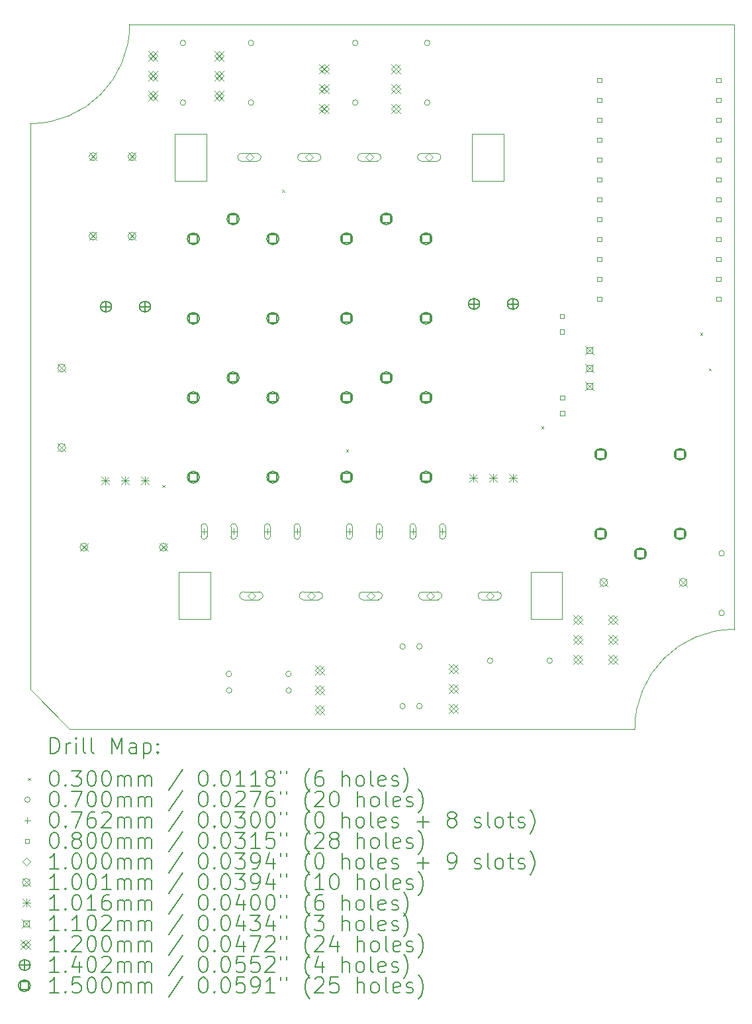
<source format=gbr>
%TF.GenerationSoftware,KiCad,Pcbnew,8.0.8*%
%TF.CreationDate,2025-04-12T15:43:36-04:00*%
%TF.ProjectId,Headlight Controller 1_2,48656164-6c69-4676-9874-20436f6e7472,1.2*%
%TF.SameCoordinates,Original*%
%TF.FileFunction,Drillmap*%
%TF.FilePolarity,Positive*%
%FSLAX45Y45*%
G04 Gerber Fmt 4.5, Leading zero omitted, Abs format (unit mm)*
G04 Created by KiCad (PCBNEW 8.0.8) date 2025-04-12 15:43:36*
%MOMM*%
%LPD*%
G01*
G04 APERTURE LIST*
%ADD10C,0.050000*%
%ADD11C,0.200000*%
%ADD12C,0.100000*%
%ADD13C,0.100080*%
%ADD14C,0.101600*%
%ADD15C,0.110240*%
%ADD16C,0.120000*%
%ADD17C,0.140200*%
%ADD18C,0.150000*%
G04 APERTURE END LIST*
D10*
X4000000Y-13730000D02*
X4500000Y-14230000D01*
X11730000Y-14230000D02*
G75*
G02*
X13000000Y-12960000I1270000J0D01*
G01*
X4000000Y-6500000D02*
X4000000Y-13730000D01*
X5270000Y-5230000D02*
X13000000Y-5230000D01*
X11730000Y-14230000D02*
X4500000Y-14230000D01*
X5270000Y-5230000D02*
G75*
G02*
X4000000Y-6500000I-1270000J0D01*
G01*
X13000000Y-12960000D02*
X13000000Y-5230000D01*
X5850000Y-6630000D02*
X6250000Y-6630000D01*
X6250000Y-7230000D01*
X5850000Y-7230000D01*
X5850000Y-6630000D01*
X9650000Y-6630000D02*
X10050000Y-6630000D01*
X10050000Y-7230000D01*
X9650000Y-7230000D01*
X9650000Y-6630000D01*
X5900000Y-12230000D02*
X6300000Y-12230000D01*
X6300000Y-12830000D01*
X5900000Y-12830000D01*
X5900000Y-12230000D01*
X10400000Y-12230000D02*
X10800000Y-12230000D01*
X10800000Y-12830000D01*
X10400000Y-12830000D01*
X10400000Y-12230000D01*
D11*
D12*
X5685000Y-11117500D02*
X5715000Y-11147500D01*
X5715000Y-11117500D02*
X5685000Y-11147500D01*
X7217500Y-7345000D02*
X7247500Y-7375000D01*
X7247500Y-7345000D02*
X7217500Y-7375000D01*
X8035000Y-10665000D02*
X8065000Y-10695000D01*
X8065000Y-10665000D02*
X8035000Y-10695000D01*
X10535000Y-10365000D02*
X10565000Y-10395000D01*
X10565000Y-10365000D02*
X10535000Y-10395000D01*
X12565000Y-9175000D02*
X12595000Y-9205000D01*
X12595000Y-9175000D02*
X12565000Y-9205000D01*
X12675000Y-9625000D02*
X12705000Y-9655000D01*
X12705000Y-9625000D02*
X12675000Y-9655000D01*
X5985000Y-5468881D02*
G75*
G02*
X5915000Y-5468881I-35000J0D01*
G01*
X5915000Y-5468881D02*
G75*
G02*
X5985000Y-5468881I35000J0D01*
G01*
X5985000Y-6230881D02*
G75*
G02*
X5915000Y-6230881I-35000J0D01*
G01*
X5915000Y-6230881D02*
G75*
G02*
X5985000Y-6230881I35000J0D01*
G01*
X6574000Y-13530000D02*
G75*
G02*
X6504000Y-13530000I-35000J0D01*
G01*
X6504000Y-13530000D02*
G75*
G02*
X6574000Y-13530000I35000J0D01*
G01*
X6576000Y-13740000D02*
G75*
G02*
X6506000Y-13740000I-35000J0D01*
G01*
X6506000Y-13740000D02*
G75*
G02*
X6576000Y-13740000I35000J0D01*
G01*
X6856000Y-5468881D02*
G75*
G02*
X6786000Y-5468881I-35000J0D01*
G01*
X6786000Y-5468881D02*
G75*
G02*
X6856000Y-5468881I35000J0D01*
G01*
X6856000Y-6230881D02*
G75*
G02*
X6786000Y-6230881I-35000J0D01*
G01*
X6786000Y-6230881D02*
G75*
G02*
X6856000Y-6230881I35000J0D01*
G01*
X7336000Y-13530000D02*
G75*
G02*
X7266000Y-13530000I-35000J0D01*
G01*
X7266000Y-13530000D02*
G75*
G02*
X7336000Y-13530000I35000J0D01*
G01*
X7338000Y-13740000D02*
G75*
G02*
X7268000Y-13740000I-35000J0D01*
G01*
X7268000Y-13740000D02*
G75*
G02*
X7338000Y-13740000I35000J0D01*
G01*
X8190494Y-5469000D02*
G75*
G02*
X8120494Y-5469000I-35000J0D01*
G01*
X8120494Y-5469000D02*
G75*
G02*
X8190494Y-5469000I35000J0D01*
G01*
X8190494Y-6231000D02*
G75*
G02*
X8120494Y-6231000I-35000J0D01*
G01*
X8120494Y-6231000D02*
G75*
G02*
X8190494Y-6231000I35000J0D01*
G01*
X8795000Y-13179000D02*
G75*
G02*
X8725000Y-13179000I-35000J0D01*
G01*
X8725000Y-13179000D02*
G75*
G02*
X8795000Y-13179000I35000J0D01*
G01*
X8795000Y-13941000D02*
G75*
G02*
X8725000Y-13941000I-35000J0D01*
G01*
X8725000Y-13941000D02*
G75*
G02*
X8795000Y-13941000I35000J0D01*
G01*
X9010000Y-13179000D02*
G75*
G02*
X8940000Y-13179000I-35000J0D01*
G01*
X8940000Y-13179000D02*
G75*
G02*
X9010000Y-13179000I35000J0D01*
G01*
X9010000Y-13941000D02*
G75*
G02*
X8940000Y-13941000I-35000J0D01*
G01*
X8940000Y-13941000D02*
G75*
G02*
X9010000Y-13941000I35000J0D01*
G01*
X9109506Y-5469000D02*
G75*
G02*
X9039506Y-5469000I-35000J0D01*
G01*
X9039506Y-5469000D02*
G75*
G02*
X9109506Y-5469000I35000J0D01*
G01*
X9109506Y-6231000D02*
G75*
G02*
X9039506Y-6231000I-35000J0D01*
G01*
X9039506Y-6231000D02*
G75*
G02*
X9109506Y-6231000I35000J0D01*
G01*
X9914000Y-13360000D02*
G75*
G02*
X9844000Y-13360000I-35000J0D01*
G01*
X9844000Y-13360000D02*
G75*
G02*
X9914000Y-13360000I35000J0D01*
G01*
X10676000Y-13360000D02*
G75*
G02*
X10606000Y-13360000I-35000J0D01*
G01*
X10606000Y-13360000D02*
G75*
G02*
X10676000Y-13360000I35000J0D01*
G01*
X12875000Y-11989000D02*
G75*
G02*
X12805000Y-11989000I-35000J0D01*
G01*
X12805000Y-11989000D02*
G75*
G02*
X12875000Y-11989000I35000J0D01*
G01*
X12875000Y-12751000D02*
G75*
G02*
X12805000Y-12751000I-35000J0D01*
G01*
X12805000Y-12751000D02*
G75*
G02*
X12875000Y-12751000I35000J0D01*
G01*
X6220000Y-11671900D02*
X6220000Y-11748100D01*
X6181900Y-11710000D02*
X6258100Y-11710000D01*
X6258100Y-11771900D02*
X6258100Y-11648100D01*
X6181900Y-11648100D02*
G75*
G02*
X6258100Y-11648100I38100J0D01*
G01*
X6181900Y-11648100D02*
X6181900Y-11771900D01*
X6181900Y-11771900D02*
G75*
G03*
X6258100Y-11771900I38100J0D01*
G01*
X6600000Y-11671900D02*
X6600000Y-11748100D01*
X6561900Y-11710000D02*
X6638100Y-11710000D01*
X6638100Y-11771900D02*
X6638100Y-11648100D01*
X6561900Y-11648100D02*
G75*
G02*
X6638100Y-11648100I38100J0D01*
G01*
X6561900Y-11648100D02*
X6561900Y-11771900D01*
X6561900Y-11771900D02*
G75*
G03*
X6638100Y-11771900I38100J0D01*
G01*
X7030000Y-11671900D02*
X7030000Y-11748100D01*
X6991900Y-11710000D02*
X7068100Y-11710000D01*
X7068100Y-11771900D02*
X7068100Y-11648100D01*
X6991900Y-11648100D02*
G75*
G02*
X7068100Y-11648100I38100J0D01*
G01*
X6991900Y-11648100D02*
X6991900Y-11771900D01*
X6991900Y-11771900D02*
G75*
G03*
X7068100Y-11771900I38100J0D01*
G01*
X7410000Y-11671900D02*
X7410000Y-11748100D01*
X7371900Y-11710000D02*
X7448100Y-11710000D01*
X7448100Y-11771900D02*
X7448100Y-11648100D01*
X7371900Y-11648100D02*
G75*
G02*
X7448100Y-11648100I38100J0D01*
G01*
X7371900Y-11648100D02*
X7371900Y-11771900D01*
X7371900Y-11771900D02*
G75*
G03*
X7448100Y-11771900I38100J0D01*
G01*
X8080000Y-11671900D02*
X8080000Y-11748100D01*
X8041900Y-11710000D02*
X8118100Y-11710000D01*
X8041900Y-11648100D02*
X8041900Y-11771900D01*
X8118100Y-11771900D02*
G75*
G02*
X8041900Y-11771900I-38100J0D01*
G01*
X8118100Y-11771900D02*
X8118100Y-11648100D01*
X8118100Y-11648100D02*
G75*
G03*
X8041900Y-11648100I-38100J0D01*
G01*
X8460000Y-11671900D02*
X8460000Y-11748100D01*
X8421900Y-11710000D02*
X8498100Y-11710000D01*
X8421900Y-11648100D02*
X8421900Y-11771900D01*
X8498100Y-11771900D02*
G75*
G02*
X8421900Y-11771900I-38100J0D01*
G01*
X8498100Y-11771900D02*
X8498100Y-11648100D01*
X8498100Y-11648100D02*
G75*
G03*
X8421900Y-11648100I-38100J0D01*
G01*
X8890000Y-11671900D02*
X8890000Y-11748100D01*
X8851900Y-11710000D02*
X8928100Y-11710000D01*
X8851900Y-11648100D02*
X8851900Y-11771900D01*
X8928100Y-11771900D02*
G75*
G02*
X8851900Y-11771900I-38100J0D01*
G01*
X8928100Y-11771900D02*
X8928100Y-11648100D01*
X8928100Y-11648100D02*
G75*
G03*
X8851900Y-11648100I-38100J0D01*
G01*
X9270000Y-11671900D02*
X9270000Y-11748100D01*
X9231900Y-11710000D02*
X9308100Y-11710000D01*
X9231900Y-11648100D02*
X9231900Y-11771900D01*
X9308100Y-11771900D02*
G75*
G02*
X9231900Y-11771900I-38100J0D01*
G01*
X9308100Y-11771900D02*
X9308100Y-11648100D01*
X9308100Y-11648100D02*
G75*
G03*
X9231900Y-11648100I-38100J0D01*
G01*
X10828285Y-8988285D02*
X10828285Y-8931716D01*
X10771716Y-8931716D01*
X10771716Y-8988285D01*
X10828285Y-8988285D01*
X10828285Y-9188285D02*
X10828285Y-9131716D01*
X10771716Y-9131716D01*
X10771716Y-9188285D01*
X10828285Y-9188285D01*
X10833098Y-10028285D02*
X10833098Y-9971716D01*
X10776529Y-9971716D01*
X10776529Y-10028285D01*
X10833098Y-10028285D01*
X10833098Y-10228285D02*
X10833098Y-10171716D01*
X10776529Y-10171716D01*
X10776529Y-10228285D01*
X10833098Y-10228285D01*
X11307284Y-5974284D02*
X11307284Y-5917715D01*
X11250715Y-5917715D01*
X11250715Y-5974284D01*
X11307284Y-5974284D01*
X11307284Y-6228284D02*
X11307284Y-6171715D01*
X11250715Y-6171715D01*
X11250715Y-6228284D01*
X11307284Y-6228284D01*
X11307284Y-6482284D02*
X11307284Y-6425715D01*
X11250715Y-6425715D01*
X11250715Y-6482284D01*
X11307284Y-6482284D01*
X11307284Y-6736284D02*
X11307284Y-6679715D01*
X11250715Y-6679715D01*
X11250715Y-6736284D01*
X11307284Y-6736284D01*
X11307284Y-6990284D02*
X11307284Y-6933715D01*
X11250715Y-6933715D01*
X11250715Y-6990284D01*
X11307284Y-6990284D01*
X11307284Y-7244284D02*
X11307284Y-7187715D01*
X11250715Y-7187715D01*
X11250715Y-7244284D01*
X11307284Y-7244284D01*
X11307284Y-7498284D02*
X11307284Y-7441715D01*
X11250715Y-7441715D01*
X11250715Y-7498284D01*
X11307284Y-7498284D01*
X11307284Y-7752284D02*
X11307284Y-7695715D01*
X11250715Y-7695715D01*
X11250715Y-7752284D01*
X11307284Y-7752284D01*
X11307284Y-8006284D02*
X11307284Y-7949715D01*
X11250715Y-7949715D01*
X11250715Y-8006284D01*
X11307284Y-8006284D01*
X11307284Y-8260284D02*
X11307284Y-8203715D01*
X11250715Y-8203715D01*
X11250715Y-8260284D01*
X11307284Y-8260284D01*
X11307284Y-8514285D02*
X11307284Y-8457716D01*
X11250715Y-8457716D01*
X11250715Y-8514285D01*
X11307284Y-8514285D01*
X11307284Y-8768285D02*
X11307284Y-8711716D01*
X11250715Y-8711716D01*
X11250715Y-8768285D01*
X11307284Y-8768285D01*
X12831284Y-5974284D02*
X12831284Y-5917715D01*
X12774715Y-5917715D01*
X12774715Y-5974284D01*
X12831284Y-5974284D01*
X12831284Y-6228284D02*
X12831284Y-6171715D01*
X12774715Y-6171715D01*
X12774715Y-6228284D01*
X12831284Y-6228284D01*
X12831284Y-6482284D02*
X12831284Y-6425715D01*
X12774715Y-6425715D01*
X12774715Y-6482284D01*
X12831284Y-6482284D01*
X12831284Y-6736284D02*
X12831284Y-6679715D01*
X12774715Y-6679715D01*
X12774715Y-6736284D01*
X12831284Y-6736284D01*
X12831284Y-6990284D02*
X12831284Y-6933715D01*
X12774715Y-6933715D01*
X12774715Y-6990284D01*
X12831284Y-6990284D01*
X12831284Y-7244284D02*
X12831284Y-7187715D01*
X12774715Y-7187715D01*
X12774715Y-7244284D01*
X12831284Y-7244284D01*
X12831284Y-7498284D02*
X12831284Y-7441715D01*
X12774715Y-7441715D01*
X12774715Y-7498284D01*
X12831284Y-7498284D01*
X12831284Y-7752284D02*
X12831284Y-7695715D01*
X12774715Y-7695715D01*
X12774715Y-7752284D01*
X12831284Y-7752284D01*
X12831284Y-8006284D02*
X12831284Y-7949715D01*
X12774715Y-7949715D01*
X12774715Y-8006284D01*
X12831284Y-8006284D01*
X12831284Y-8260284D02*
X12831284Y-8203715D01*
X12774715Y-8203715D01*
X12774715Y-8260284D01*
X12831284Y-8260284D01*
X12831284Y-8514285D02*
X12831284Y-8457716D01*
X12774715Y-8457716D01*
X12774715Y-8514285D01*
X12831284Y-8514285D01*
X12831284Y-8768285D02*
X12831284Y-8711716D01*
X12774715Y-8711716D01*
X12774715Y-8768285D01*
X12831284Y-8768285D01*
X6800000Y-6980000D02*
X6850000Y-6930000D01*
X6800000Y-6880000D01*
X6750000Y-6930000D01*
X6800000Y-6980000D01*
X6700000Y-6980000D02*
X6900000Y-6980000D01*
X6900000Y-6880000D02*
G75*
G02*
X6900000Y-6980000I0J-50000D01*
G01*
X6900000Y-6880000D02*
X6700000Y-6880000D01*
X6700000Y-6880000D02*
G75*
G03*
X6700000Y-6980000I0J-50000D01*
G01*
X6825000Y-12580000D02*
X6875000Y-12530000D01*
X6825000Y-12480000D01*
X6775000Y-12530000D01*
X6825000Y-12580000D01*
X6725000Y-12580000D02*
X6925000Y-12580000D01*
X6925000Y-12480000D02*
G75*
G02*
X6925000Y-12580000I0J-50000D01*
G01*
X6925000Y-12480000D02*
X6725000Y-12480000D01*
X6725000Y-12480000D02*
G75*
G03*
X6725000Y-12580000I0J-50000D01*
G01*
X7566667Y-6980000D02*
X7616667Y-6930000D01*
X7566667Y-6880000D01*
X7516667Y-6930000D01*
X7566667Y-6980000D01*
X7466667Y-6980000D02*
X7666667Y-6980000D01*
X7666667Y-6880000D02*
G75*
G02*
X7666667Y-6980000I0J-50000D01*
G01*
X7666667Y-6880000D02*
X7466667Y-6880000D01*
X7466667Y-6880000D02*
G75*
G03*
X7466667Y-6980000I0J-50000D01*
G01*
X7587500Y-12580000D02*
X7637500Y-12530000D01*
X7587500Y-12480000D01*
X7537500Y-12530000D01*
X7587500Y-12580000D01*
X7487500Y-12580000D02*
X7687500Y-12580000D01*
X7687500Y-12480000D02*
G75*
G02*
X7687500Y-12580000I0J-50000D01*
G01*
X7687500Y-12480000D02*
X7487500Y-12480000D01*
X7487500Y-12480000D02*
G75*
G03*
X7487500Y-12580000I0J-50000D01*
G01*
X8333333Y-6980000D02*
X8383333Y-6930000D01*
X8333333Y-6880000D01*
X8283333Y-6930000D01*
X8333333Y-6980000D01*
X8233333Y-6980000D02*
X8433333Y-6980000D01*
X8433333Y-6880000D02*
G75*
G02*
X8433333Y-6980000I0J-50000D01*
G01*
X8433333Y-6880000D02*
X8233333Y-6880000D01*
X8233333Y-6880000D02*
G75*
G03*
X8233333Y-6980000I0J-50000D01*
G01*
X8350000Y-12580000D02*
X8400000Y-12530000D01*
X8350000Y-12480000D01*
X8300000Y-12530000D01*
X8350000Y-12580000D01*
X8250000Y-12580000D02*
X8450000Y-12580000D01*
X8450000Y-12480000D02*
G75*
G02*
X8450000Y-12580000I0J-50000D01*
G01*
X8450000Y-12480000D02*
X8250000Y-12480000D01*
X8250000Y-12480000D02*
G75*
G03*
X8250000Y-12580000I0J-50000D01*
G01*
X9100000Y-6980000D02*
X9150000Y-6930000D01*
X9100000Y-6880000D01*
X9050000Y-6930000D01*
X9100000Y-6980000D01*
X9000000Y-6980000D02*
X9200000Y-6980000D01*
X9200000Y-6880000D02*
G75*
G02*
X9200000Y-6980000I0J-50000D01*
G01*
X9200000Y-6880000D02*
X9000000Y-6880000D01*
X9000000Y-6880000D02*
G75*
G03*
X9000000Y-6980000I0J-50000D01*
G01*
X9112500Y-12580000D02*
X9162500Y-12530000D01*
X9112500Y-12480000D01*
X9062500Y-12530000D01*
X9112500Y-12580000D01*
X9012500Y-12580000D02*
X9212500Y-12580000D01*
X9212500Y-12480000D02*
G75*
G02*
X9212500Y-12580000I0J-50000D01*
G01*
X9212500Y-12480000D02*
X9012500Y-12480000D01*
X9012500Y-12480000D02*
G75*
G03*
X9012500Y-12580000I0J-50000D01*
G01*
X9875000Y-12580000D02*
X9925000Y-12530000D01*
X9875000Y-12480000D01*
X9825000Y-12530000D01*
X9875000Y-12580000D01*
X9775000Y-12580000D02*
X9975000Y-12580000D01*
X9975000Y-12480000D02*
G75*
G02*
X9975000Y-12580000I0J-50000D01*
G01*
X9975000Y-12480000D02*
X9775000Y-12480000D01*
X9775000Y-12480000D02*
G75*
G03*
X9775000Y-12580000I0J-50000D01*
G01*
D13*
X4349960Y-9571960D02*
X4450040Y-9672040D01*
X4450040Y-9571960D02*
X4349960Y-9672040D01*
X4450040Y-9622000D02*
G75*
G02*
X4349960Y-9622000I-50040J0D01*
G01*
X4349960Y-9622000D02*
G75*
G02*
X4450040Y-9622000I50040J0D01*
G01*
X4349960Y-10587960D02*
X4450040Y-10688040D01*
X4450040Y-10587960D02*
X4349960Y-10688040D01*
X4450040Y-10638000D02*
G75*
G02*
X4349960Y-10638000I-50040J0D01*
G01*
X4349960Y-10638000D02*
G75*
G02*
X4450040Y-10638000I50040J0D01*
G01*
X4633960Y-11859960D02*
X4734040Y-11960040D01*
X4734040Y-11859960D02*
X4633960Y-11960040D01*
X4734040Y-11910000D02*
G75*
G02*
X4633960Y-11910000I-50040J0D01*
G01*
X4633960Y-11910000D02*
G75*
G02*
X4734040Y-11910000I50040J0D01*
G01*
X4749960Y-6871960D02*
X4850040Y-6972040D01*
X4850040Y-6871960D02*
X4749960Y-6972040D01*
X4850040Y-6922000D02*
G75*
G02*
X4749960Y-6922000I-50040J0D01*
G01*
X4749960Y-6922000D02*
G75*
G02*
X4850040Y-6922000I50040J0D01*
G01*
X4749960Y-7887960D02*
X4850040Y-7988040D01*
X4850040Y-7887960D02*
X4749960Y-7988040D01*
X4850040Y-7938000D02*
G75*
G02*
X4749960Y-7938000I-50040J0D01*
G01*
X4749960Y-7938000D02*
G75*
G02*
X4850040Y-7938000I50040J0D01*
G01*
X5249960Y-6871960D02*
X5350040Y-6972040D01*
X5350040Y-6871960D02*
X5249960Y-6972040D01*
X5350040Y-6922000D02*
G75*
G02*
X5249960Y-6922000I-50040J0D01*
G01*
X5249960Y-6922000D02*
G75*
G02*
X5350040Y-6922000I50040J0D01*
G01*
X5249960Y-7887960D02*
X5350040Y-7988040D01*
X5350040Y-7887960D02*
X5249960Y-7988040D01*
X5350040Y-7938000D02*
G75*
G02*
X5249960Y-7938000I-50040J0D01*
G01*
X5249960Y-7938000D02*
G75*
G02*
X5350040Y-7938000I50040J0D01*
G01*
X5649960Y-11859960D02*
X5750040Y-11960040D01*
X5750040Y-11859960D02*
X5649960Y-11960040D01*
X5750040Y-11910000D02*
G75*
G02*
X5649960Y-11910000I-50040J0D01*
G01*
X5649960Y-11910000D02*
G75*
G02*
X5750040Y-11910000I50040J0D01*
G01*
X11281960Y-12309960D02*
X11382040Y-12410040D01*
X11382040Y-12309960D02*
X11281960Y-12410040D01*
X11382040Y-12360000D02*
G75*
G02*
X11281960Y-12360000I-50040J0D01*
G01*
X11281960Y-12360000D02*
G75*
G02*
X11382040Y-12360000I50040J0D01*
G01*
X12297960Y-12309960D02*
X12398040Y-12410040D01*
X12398040Y-12309960D02*
X12297960Y-12410040D01*
X12398040Y-12360000D02*
G75*
G02*
X12297960Y-12360000I-50040J0D01*
G01*
X12297960Y-12360000D02*
G75*
G02*
X12398040Y-12360000I50040J0D01*
G01*
D14*
X4906200Y-11010000D02*
X5007800Y-11111600D01*
X5007800Y-11010000D02*
X4906200Y-11111600D01*
X4957000Y-11010000D02*
X4957000Y-11111600D01*
X4906200Y-11060800D02*
X5007800Y-11060800D01*
X5160200Y-11010000D02*
X5261800Y-11111600D01*
X5261800Y-11010000D02*
X5160200Y-11111600D01*
X5211000Y-11010000D02*
X5211000Y-11111600D01*
X5160200Y-11060800D02*
X5261800Y-11060800D01*
X5414200Y-11010000D02*
X5515800Y-11111600D01*
X5515800Y-11010000D02*
X5414200Y-11111600D01*
X5465000Y-11010000D02*
X5465000Y-11111600D01*
X5414200Y-11060800D02*
X5515800Y-11060800D01*
X9612500Y-10974900D02*
X9714100Y-11076500D01*
X9714100Y-10974900D02*
X9612500Y-11076500D01*
X9663300Y-10974900D02*
X9663300Y-11076500D01*
X9612500Y-11025700D02*
X9714100Y-11025700D01*
X9866500Y-10974900D02*
X9968100Y-11076500D01*
X9968100Y-10974900D02*
X9866500Y-11076500D01*
X9917300Y-10974900D02*
X9917300Y-11076500D01*
X9866500Y-11025700D02*
X9968100Y-11025700D01*
X10120500Y-10974900D02*
X10222100Y-11076500D01*
X10222100Y-10974900D02*
X10120500Y-11076500D01*
X10171300Y-10974900D02*
X10171300Y-11076500D01*
X10120500Y-11025700D02*
X10222100Y-11025700D01*
D15*
X11097470Y-9342630D02*
X11207710Y-9452870D01*
X11207710Y-9342630D02*
X11097470Y-9452870D01*
X11191566Y-9436726D02*
X11191566Y-9358774D01*
X11113614Y-9358774D01*
X11113614Y-9436726D01*
X11191566Y-9436726D01*
X11097470Y-9571230D02*
X11207710Y-9681470D01*
X11207710Y-9571230D02*
X11097470Y-9681470D01*
X11191566Y-9665326D02*
X11191566Y-9587374D01*
X11113614Y-9587374D01*
X11113614Y-9665326D01*
X11191566Y-9665326D01*
X11097470Y-9799830D02*
X11207710Y-9910070D01*
X11207710Y-9799830D02*
X11097470Y-9910070D01*
X11191566Y-9893926D02*
X11191566Y-9815974D01*
X11113614Y-9815974D01*
X11113614Y-9893926D01*
X11191566Y-9893926D01*
D16*
X5507000Y-5576000D02*
X5627000Y-5696000D01*
X5627000Y-5576000D02*
X5507000Y-5696000D01*
X5567000Y-5696000D02*
X5627000Y-5636000D01*
X5567000Y-5576000D01*
X5507000Y-5636000D01*
X5567000Y-5696000D01*
X5507000Y-5830000D02*
X5627000Y-5950000D01*
X5627000Y-5830000D02*
X5507000Y-5950000D01*
X5567000Y-5950000D02*
X5627000Y-5890000D01*
X5567000Y-5830000D01*
X5507000Y-5890000D01*
X5567000Y-5950000D01*
X5507000Y-6084000D02*
X5627000Y-6204000D01*
X5627000Y-6084000D02*
X5507000Y-6204000D01*
X5567000Y-6204000D02*
X5627000Y-6144000D01*
X5567000Y-6084000D01*
X5507000Y-6144000D01*
X5567000Y-6204000D01*
X6351989Y-5576000D02*
X6471989Y-5696000D01*
X6471989Y-5576000D02*
X6351989Y-5696000D01*
X6411989Y-5696000D02*
X6471989Y-5636000D01*
X6411989Y-5576000D01*
X6351989Y-5636000D01*
X6411989Y-5696000D01*
X6351989Y-5830000D02*
X6471989Y-5950000D01*
X6471989Y-5830000D02*
X6351989Y-5950000D01*
X6411989Y-5950000D02*
X6471989Y-5890000D01*
X6411989Y-5830000D01*
X6351989Y-5890000D01*
X6411989Y-5950000D01*
X6351989Y-6084000D02*
X6471989Y-6204000D01*
X6471989Y-6084000D02*
X6351989Y-6204000D01*
X6411989Y-6204000D02*
X6471989Y-6144000D01*
X6411989Y-6084000D01*
X6351989Y-6144000D01*
X6411989Y-6204000D01*
X7641000Y-13422000D02*
X7761000Y-13542000D01*
X7761000Y-13422000D02*
X7641000Y-13542000D01*
X7701000Y-13542000D02*
X7761000Y-13482000D01*
X7701000Y-13422000D01*
X7641000Y-13482000D01*
X7701000Y-13542000D01*
X7641000Y-13676000D02*
X7761000Y-13796000D01*
X7761000Y-13676000D02*
X7641000Y-13796000D01*
X7701000Y-13796000D02*
X7761000Y-13736000D01*
X7701000Y-13676000D01*
X7641000Y-13736000D01*
X7701000Y-13796000D01*
X7641000Y-13930000D02*
X7761000Y-14050000D01*
X7761000Y-13930000D02*
X7641000Y-14050000D01*
X7701000Y-14050000D02*
X7761000Y-13990000D01*
X7701000Y-13930000D01*
X7641000Y-13990000D01*
X7701000Y-14050000D01*
X7695494Y-5742000D02*
X7815494Y-5862000D01*
X7815494Y-5742000D02*
X7695494Y-5862000D01*
X7755494Y-5862000D02*
X7815494Y-5802000D01*
X7755494Y-5742000D01*
X7695494Y-5802000D01*
X7755494Y-5862000D01*
X7695494Y-5996000D02*
X7815494Y-6116000D01*
X7815494Y-5996000D02*
X7695494Y-6116000D01*
X7755494Y-6116000D02*
X7815494Y-6056000D01*
X7755494Y-5996000D01*
X7695494Y-6056000D01*
X7755494Y-6116000D01*
X7695494Y-6250000D02*
X7815494Y-6370000D01*
X7815494Y-6250000D02*
X7695494Y-6370000D01*
X7755494Y-6370000D02*
X7815494Y-6310000D01*
X7755494Y-6250000D01*
X7695494Y-6310000D01*
X7755494Y-6370000D01*
X8615495Y-5742000D02*
X8735495Y-5862000D01*
X8735495Y-5742000D02*
X8615495Y-5862000D01*
X8675495Y-5862000D02*
X8735495Y-5802000D01*
X8675495Y-5742000D01*
X8615495Y-5802000D01*
X8675495Y-5862000D01*
X8615495Y-5996000D02*
X8735495Y-6116000D01*
X8735495Y-5996000D02*
X8615495Y-6116000D01*
X8675495Y-6116000D02*
X8735495Y-6056000D01*
X8675495Y-5996000D01*
X8615495Y-6056000D01*
X8675495Y-6116000D01*
X8615495Y-6250000D02*
X8735495Y-6370000D01*
X8735495Y-6250000D02*
X8615495Y-6370000D01*
X8675495Y-6370000D02*
X8735495Y-6310000D01*
X8675495Y-6250000D01*
X8615495Y-6310000D01*
X8675495Y-6370000D01*
X9350000Y-13406000D02*
X9470000Y-13526000D01*
X9470000Y-13406000D02*
X9350000Y-13526000D01*
X9410000Y-13526000D02*
X9470000Y-13466000D01*
X9410000Y-13406000D01*
X9350000Y-13466000D01*
X9410000Y-13526000D01*
X9350000Y-13660000D02*
X9470000Y-13780000D01*
X9470000Y-13660000D02*
X9350000Y-13780000D01*
X9410000Y-13780000D02*
X9470000Y-13720000D01*
X9410000Y-13660000D01*
X9350000Y-13720000D01*
X9410000Y-13780000D01*
X9350000Y-13914000D02*
X9470000Y-14034000D01*
X9470000Y-13914000D02*
X9350000Y-14034000D01*
X9410000Y-14034000D02*
X9470000Y-13974000D01*
X9410000Y-13914000D01*
X9350000Y-13974000D01*
X9410000Y-14034000D01*
X10939011Y-12776000D02*
X11059011Y-12896000D01*
X11059011Y-12776000D02*
X10939011Y-12896000D01*
X10999011Y-12896000D02*
X11059011Y-12836000D01*
X10999011Y-12776000D01*
X10939011Y-12836000D01*
X10999011Y-12896000D01*
X10939011Y-13030000D02*
X11059011Y-13150000D01*
X11059011Y-13030000D02*
X10939011Y-13150000D01*
X10999011Y-13150000D02*
X11059011Y-13090000D01*
X10999011Y-13030000D01*
X10939011Y-13090000D01*
X10999011Y-13150000D01*
X10939011Y-13284000D02*
X11059011Y-13404000D01*
X11059011Y-13284000D02*
X10939011Y-13404000D01*
X10999011Y-13404000D02*
X11059011Y-13344000D01*
X10999011Y-13284000D01*
X10939011Y-13344000D01*
X10999011Y-13404000D01*
X11389011Y-12776000D02*
X11509011Y-12896000D01*
X11509011Y-12776000D02*
X11389011Y-12896000D01*
X11449011Y-12896000D02*
X11509011Y-12836000D01*
X11449011Y-12776000D01*
X11389011Y-12836000D01*
X11449011Y-12896000D01*
X11389011Y-13030000D02*
X11509011Y-13150000D01*
X11509011Y-13030000D02*
X11389011Y-13150000D01*
X11449011Y-13150000D02*
X11509011Y-13090000D01*
X11449011Y-13030000D01*
X11389011Y-13090000D01*
X11449011Y-13150000D01*
X11389011Y-13284000D02*
X11509011Y-13404000D01*
X11509011Y-13284000D02*
X11389011Y-13404000D01*
X11449011Y-13404000D02*
X11509011Y-13344000D01*
X11449011Y-13284000D01*
X11389011Y-13344000D01*
X11449011Y-13404000D01*
D17*
X4967160Y-8768200D02*
X4967160Y-8908400D01*
X4897060Y-8838300D02*
X5037260Y-8838300D01*
X5037260Y-8838300D02*
G75*
G02*
X4897060Y-8838300I-70100J0D01*
G01*
X4897060Y-8838300D02*
G75*
G02*
X5037260Y-8838300I70100J0D01*
G01*
X5465000Y-8768200D02*
X5465000Y-8908400D01*
X5394900Y-8838300D02*
X5535100Y-8838300D01*
X5535100Y-8838300D02*
G75*
G02*
X5394900Y-8838300I-70100J0D01*
G01*
X5394900Y-8838300D02*
G75*
G02*
X5535100Y-8838300I70100J0D01*
G01*
X9673460Y-8733100D02*
X9673460Y-8873300D01*
X9603360Y-8803200D02*
X9743560Y-8803200D01*
X9743560Y-8803200D02*
G75*
G02*
X9603360Y-8803200I-70100J0D01*
G01*
X9603360Y-8803200D02*
G75*
G02*
X9743560Y-8803200I70100J0D01*
G01*
X10171300Y-8733100D02*
X10171300Y-8873300D01*
X10101200Y-8803200D02*
X10241400Y-8803200D01*
X10241400Y-8803200D02*
G75*
G02*
X10101200Y-8803200I-70100J0D01*
G01*
X10101200Y-8803200D02*
G75*
G02*
X10241400Y-8803200I70100J0D01*
G01*
D18*
X6137033Y-8024033D02*
X6137033Y-7917966D01*
X6030966Y-7917966D01*
X6030966Y-8024033D01*
X6137033Y-8024033D01*
X6159000Y-7971000D02*
G75*
G02*
X6009000Y-7971000I-75000J0D01*
G01*
X6009000Y-7971000D02*
G75*
G02*
X6159000Y-7971000I75000J0D01*
G01*
X6137033Y-9040034D02*
X6137033Y-8933967D01*
X6030966Y-8933967D01*
X6030966Y-9040034D01*
X6137033Y-9040034D01*
X6159000Y-8987000D02*
G75*
G02*
X6009000Y-8987000I-75000J0D01*
G01*
X6009000Y-8987000D02*
G75*
G02*
X6159000Y-8987000I75000J0D01*
G01*
X6137033Y-10053534D02*
X6137033Y-9947467D01*
X6030966Y-9947467D01*
X6030966Y-10053534D01*
X6137033Y-10053534D01*
X6159000Y-10000500D02*
G75*
G02*
X6009000Y-10000500I-75000J0D01*
G01*
X6009000Y-10000500D02*
G75*
G02*
X6159000Y-10000500I75000J0D01*
G01*
X6137033Y-11069534D02*
X6137033Y-10963467D01*
X6030966Y-10963467D01*
X6030966Y-11069534D01*
X6137033Y-11069534D01*
X6159000Y-11016500D02*
G75*
G02*
X6009000Y-11016500I-75000J0D01*
G01*
X6009000Y-11016500D02*
G75*
G02*
X6159000Y-11016500I75000J0D01*
G01*
X6645033Y-7770033D02*
X6645033Y-7663966D01*
X6538966Y-7663966D01*
X6538966Y-7770033D01*
X6645033Y-7770033D01*
X6667000Y-7717000D02*
G75*
G02*
X6517000Y-7717000I-75000J0D01*
G01*
X6517000Y-7717000D02*
G75*
G02*
X6667000Y-7717000I75000J0D01*
G01*
X6645033Y-9799534D02*
X6645033Y-9693467D01*
X6538966Y-9693467D01*
X6538966Y-9799534D01*
X6645033Y-9799534D01*
X6667000Y-9746500D02*
G75*
G02*
X6517000Y-9746500I-75000J0D01*
G01*
X6517000Y-9746500D02*
G75*
G02*
X6667000Y-9746500I75000J0D01*
G01*
X7153033Y-8024033D02*
X7153033Y-7917966D01*
X7046966Y-7917966D01*
X7046966Y-8024033D01*
X7153033Y-8024033D01*
X7175000Y-7971000D02*
G75*
G02*
X7025000Y-7971000I-75000J0D01*
G01*
X7025000Y-7971000D02*
G75*
G02*
X7175000Y-7971000I75000J0D01*
G01*
X7153033Y-9040034D02*
X7153033Y-8933967D01*
X7046966Y-8933967D01*
X7046966Y-9040034D01*
X7153033Y-9040034D01*
X7175000Y-8987000D02*
G75*
G02*
X7025000Y-8987000I-75000J0D01*
G01*
X7025000Y-8987000D02*
G75*
G02*
X7175000Y-8987000I75000J0D01*
G01*
X7153033Y-10053534D02*
X7153033Y-9947467D01*
X7046966Y-9947467D01*
X7046966Y-10053534D01*
X7153033Y-10053534D01*
X7175000Y-10000500D02*
G75*
G02*
X7025000Y-10000500I-75000J0D01*
G01*
X7025000Y-10000500D02*
G75*
G02*
X7175000Y-10000500I75000J0D01*
G01*
X7153033Y-11069534D02*
X7153033Y-10963467D01*
X7046966Y-10963467D01*
X7046966Y-11069534D01*
X7153033Y-11069534D01*
X7175000Y-11016500D02*
G75*
G02*
X7025000Y-11016500I-75000J0D01*
G01*
X7025000Y-11016500D02*
G75*
G02*
X7175000Y-11016500I75000J0D01*
G01*
X8097033Y-8023533D02*
X8097033Y-7917466D01*
X7990966Y-7917466D01*
X7990966Y-8023533D01*
X8097033Y-8023533D01*
X8119000Y-7970500D02*
G75*
G02*
X7969000Y-7970500I-75000J0D01*
G01*
X7969000Y-7970500D02*
G75*
G02*
X8119000Y-7970500I75000J0D01*
G01*
X8097033Y-9039534D02*
X8097033Y-8933467D01*
X7990966Y-8933467D01*
X7990966Y-9039534D01*
X8097033Y-9039534D01*
X8119000Y-8986500D02*
G75*
G02*
X7969000Y-8986500I-75000J0D01*
G01*
X7969000Y-8986500D02*
G75*
G02*
X8119000Y-8986500I75000J0D01*
G01*
X8097033Y-10053034D02*
X8097033Y-9946967D01*
X7990966Y-9946967D01*
X7990966Y-10053034D01*
X8097033Y-10053034D01*
X8119000Y-10000000D02*
G75*
G02*
X7969000Y-10000000I-75000J0D01*
G01*
X7969000Y-10000000D02*
G75*
G02*
X8119000Y-10000000I75000J0D01*
G01*
X8097033Y-11069034D02*
X8097033Y-10962967D01*
X7990966Y-10962967D01*
X7990966Y-11069034D01*
X8097033Y-11069034D01*
X8119000Y-11016000D02*
G75*
G02*
X7969000Y-11016000I-75000J0D01*
G01*
X7969000Y-11016000D02*
G75*
G02*
X8119000Y-11016000I75000J0D01*
G01*
X8605034Y-7769533D02*
X8605034Y-7663466D01*
X8498967Y-7663466D01*
X8498967Y-7769533D01*
X8605034Y-7769533D01*
X8627000Y-7716500D02*
G75*
G02*
X8477000Y-7716500I-75000J0D01*
G01*
X8477000Y-7716500D02*
G75*
G02*
X8627000Y-7716500I75000J0D01*
G01*
X8605034Y-9799034D02*
X8605034Y-9692967D01*
X8498967Y-9692967D01*
X8498967Y-9799034D01*
X8605034Y-9799034D01*
X8627000Y-9746000D02*
G75*
G02*
X8477000Y-9746000I-75000J0D01*
G01*
X8477000Y-9746000D02*
G75*
G02*
X8627000Y-9746000I75000J0D01*
G01*
X9113034Y-8023533D02*
X9113034Y-7917466D01*
X9006967Y-7917466D01*
X9006967Y-8023533D01*
X9113034Y-8023533D01*
X9135000Y-7970500D02*
G75*
G02*
X8985000Y-7970500I-75000J0D01*
G01*
X8985000Y-7970500D02*
G75*
G02*
X9135000Y-7970500I75000J0D01*
G01*
X9113034Y-9039534D02*
X9113034Y-8933467D01*
X9006967Y-8933467D01*
X9006967Y-9039534D01*
X9113034Y-9039534D01*
X9135000Y-8986500D02*
G75*
G02*
X8985000Y-8986500I-75000J0D01*
G01*
X8985000Y-8986500D02*
G75*
G02*
X9135000Y-8986500I75000J0D01*
G01*
X9113034Y-10053034D02*
X9113034Y-9946967D01*
X9006967Y-9946967D01*
X9006967Y-10053034D01*
X9113034Y-10053034D01*
X9135000Y-10000000D02*
G75*
G02*
X8985000Y-10000000I-75000J0D01*
G01*
X8985000Y-10000000D02*
G75*
G02*
X9135000Y-10000000I75000J0D01*
G01*
X9113034Y-11069034D02*
X9113034Y-10962967D01*
X9006967Y-10962967D01*
X9006967Y-11069034D01*
X9113034Y-11069034D01*
X9135000Y-11016000D02*
G75*
G02*
X8985000Y-11016000I-75000J0D01*
G01*
X8985000Y-11016000D02*
G75*
G02*
X9135000Y-11016000I75000J0D01*
G01*
X11346533Y-10776534D02*
X11346533Y-10670467D01*
X11240466Y-10670467D01*
X11240466Y-10776534D01*
X11346533Y-10776534D01*
X11368500Y-10723500D02*
G75*
G02*
X11218500Y-10723500I-75000J0D01*
G01*
X11218500Y-10723500D02*
G75*
G02*
X11368500Y-10723500I75000J0D01*
G01*
X11346533Y-11792533D02*
X11346533Y-11686466D01*
X11240466Y-11686466D01*
X11240466Y-11792533D01*
X11346533Y-11792533D01*
X11368500Y-11739500D02*
G75*
G02*
X11218500Y-11739500I-75000J0D01*
G01*
X11218500Y-11739500D02*
G75*
G02*
X11368500Y-11739500I75000J0D01*
G01*
X11854533Y-12046533D02*
X11854533Y-11940466D01*
X11748466Y-11940466D01*
X11748466Y-12046533D01*
X11854533Y-12046533D01*
X11876500Y-11993500D02*
G75*
G02*
X11726500Y-11993500I-75000J0D01*
G01*
X11726500Y-11993500D02*
G75*
G02*
X11876500Y-11993500I75000J0D01*
G01*
X12362533Y-10776534D02*
X12362533Y-10670467D01*
X12256466Y-10670467D01*
X12256466Y-10776534D01*
X12362533Y-10776534D01*
X12384500Y-10723500D02*
G75*
G02*
X12234500Y-10723500I-75000J0D01*
G01*
X12234500Y-10723500D02*
G75*
G02*
X12384500Y-10723500I75000J0D01*
G01*
X12362533Y-11792533D02*
X12362533Y-11686466D01*
X12256466Y-11686466D01*
X12256466Y-11792533D01*
X12362533Y-11792533D01*
X12384500Y-11739500D02*
G75*
G02*
X12234500Y-11739500I-75000J0D01*
G01*
X12234500Y-11739500D02*
G75*
G02*
X12384500Y-11739500I75000J0D01*
G01*
D11*
X4258277Y-14543984D02*
X4258277Y-14343984D01*
X4258277Y-14343984D02*
X4305896Y-14343984D01*
X4305896Y-14343984D02*
X4334467Y-14353508D01*
X4334467Y-14353508D02*
X4353515Y-14372555D01*
X4353515Y-14372555D02*
X4363039Y-14391603D01*
X4363039Y-14391603D02*
X4372563Y-14429698D01*
X4372563Y-14429698D02*
X4372563Y-14458269D01*
X4372563Y-14458269D02*
X4363039Y-14496365D01*
X4363039Y-14496365D02*
X4353515Y-14515412D01*
X4353515Y-14515412D02*
X4334467Y-14534460D01*
X4334467Y-14534460D02*
X4305896Y-14543984D01*
X4305896Y-14543984D02*
X4258277Y-14543984D01*
X4458277Y-14543984D02*
X4458277Y-14410650D01*
X4458277Y-14448746D02*
X4467801Y-14429698D01*
X4467801Y-14429698D02*
X4477324Y-14420174D01*
X4477324Y-14420174D02*
X4496372Y-14410650D01*
X4496372Y-14410650D02*
X4515420Y-14410650D01*
X4582086Y-14543984D02*
X4582086Y-14410650D01*
X4582086Y-14343984D02*
X4572563Y-14353508D01*
X4572563Y-14353508D02*
X4582086Y-14363031D01*
X4582086Y-14363031D02*
X4591610Y-14353508D01*
X4591610Y-14353508D02*
X4582086Y-14343984D01*
X4582086Y-14343984D02*
X4582086Y-14363031D01*
X4705896Y-14543984D02*
X4686848Y-14534460D01*
X4686848Y-14534460D02*
X4677324Y-14515412D01*
X4677324Y-14515412D02*
X4677324Y-14343984D01*
X4810658Y-14543984D02*
X4791610Y-14534460D01*
X4791610Y-14534460D02*
X4782086Y-14515412D01*
X4782086Y-14515412D02*
X4782086Y-14343984D01*
X5039229Y-14543984D02*
X5039229Y-14343984D01*
X5039229Y-14343984D02*
X5105896Y-14486841D01*
X5105896Y-14486841D02*
X5172563Y-14343984D01*
X5172563Y-14343984D02*
X5172563Y-14543984D01*
X5353515Y-14543984D02*
X5353515Y-14439222D01*
X5353515Y-14439222D02*
X5343991Y-14420174D01*
X5343991Y-14420174D02*
X5324944Y-14410650D01*
X5324944Y-14410650D02*
X5286848Y-14410650D01*
X5286848Y-14410650D02*
X5267801Y-14420174D01*
X5353515Y-14534460D02*
X5334467Y-14543984D01*
X5334467Y-14543984D02*
X5286848Y-14543984D01*
X5286848Y-14543984D02*
X5267801Y-14534460D01*
X5267801Y-14534460D02*
X5258277Y-14515412D01*
X5258277Y-14515412D02*
X5258277Y-14496365D01*
X5258277Y-14496365D02*
X5267801Y-14477317D01*
X5267801Y-14477317D02*
X5286848Y-14467793D01*
X5286848Y-14467793D02*
X5334467Y-14467793D01*
X5334467Y-14467793D02*
X5353515Y-14458269D01*
X5448753Y-14410650D02*
X5448753Y-14610650D01*
X5448753Y-14420174D02*
X5467801Y-14410650D01*
X5467801Y-14410650D02*
X5505896Y-14410650D01*
X5505896Y-14410650D02*
X5524944Y-14420174D01*
X5524944Y-14420174D02*
X5534467Y-14429698D01*
X5534467Y-14429698D02*
X5543991Y-14448746D01*
X5543991Y-14448746D02*
X5543991Y-14505888D01*
X5543991Y-14505888D02*
X5534467Y-14524936D01*
X5534467Y-14524936D02*
X5524944Y-14534460D01*
X5524944Y-14534460D02*
X5505896Y-14543984D01*
X5505896Y-14543984D02*
X5467801Y-14543984D01*
X5467801Y-14543984D02*
X5448753Y-14534460D01*
X5629705Y-14524936D02*
X5639229Y-14534460D01*
X5639229Y-14534460D02*
X5629705Y-14543984D01*
X5629705Y-14543984D02*
X5620182Y-14534460D01*
X5620182Y-14534460D02*
X5629705Y-14524936D01*
X5629705Y-14524936D02*
X5629705Y-14543984D01*
X5629705Y-14420174D02*
X5639229Y-14429698D01*
X5639229Y-14429698D02*
X5629705Y-14439222D01*
X5629705Y-14439222D02*
X5620182Y-14429698D01*
X5620182Y-14429698D02*
X5629705Y-14420174D01*
X5629705Y-14420174D02*
X5629705Y-14439222D01*
D12*
X3967500Y-14857500D02*
X3997500Y-14887500D01*
X3997500Y-14857500D02*
X3967500Y-14887500D01*
D11*
X4296372Y-14763984D02*
X4315420Y-14763984D01*
X4315420Y-14763984D02*
X4334467Y-14773508D01*
X4334467Y-14773508D02*
X4343991Y-14783031D01*
X4343991Y-14783031D02*
X4353515Y-14802079D01*
X4353515Y-14802079D02*
X4363039Y-14840174D01*
X4363039Y-14840174D02*
X4363039Y-14887793D01*
X4363039Y-14887793D02*
X4353515Y-14925888D01*
X4353515Y-14925888D02*
X4343991Y-14944936D01*
X4343991Y-14944936D02*
X4334467Y-14954460D01*
X4334467Y-14954460D02*
X4315420Y-14963984D01*
X4315420Y-14963984D02*
X4296372Y-14963984D01*
X4296372Y-14963984D02*
X4277324Y-14954460D01*
X4277324Y-14954460D02*
X4267801Y-14944936D01*
X4267801Y-14944936D02*
X4258277Y-14925888D01*
X4258277Y-14925888D02*
X4248753Y-14887793D01*
X4248753Y-14887793D02*
X4248753Y-14840174D01*
X4248753Y-14840174D02*
X4258277Y-14802079D01*
X4258277Y-14802079D02*
X4267801Y-14783031D01*
X4267801Y-14783031D02*
X4277324Y-14773508D01*
X4277324Y-14773508D02*
X4296372Y-14763984D01*
X4448753Y-14944936D02*
X4458277Y-14954460D01*
X4458277Y-14954460D02*
X4448753Y-14963984D01*
X4448753Y-14963984D02*
X4439229Y-14954460D01*
X4439229Y-14954460D02*
X4448753Y-14944936D01*
X4448753Y-14944936D02*
X4448753Y-14963984D01*
X4524944Y-14763984D02*
X4648753Y-14763984D01*
X4648753Y-14763984D02*
X4582086Y-14840174D01*
X4582086Y-14840174D02*
X4610658Y-14840174D01*
X4610658Y-14840174D02*
X4629705Y-14849698D01*
X4629705Y-14849698D02*
X4639229Y-14859222D01*
X4639229Y-14859222D02*
X4648753Y-14878269D01*
X4648753Y-14878269D02*
X4648753Y-14925888D01*
X4648753Y-14925888D02*
X4639229Y-14944936D01*
X4639229Y-14944936D02*
X4629705Y-14954460D01*
X4629705Y-14954460D02*
X4610658Y-14963984D01*
X4610658Y-14963984D02*
X4553515Y-14963984D01*
X4553515Y-14963984D02*
X4534467Y-14954460D01*
X4534467Y-14954460D02*
X4524944Y-14944936D01*
X4772563Y-14763984D02*
X4791610Y-14763984D01*
X4791610Y-14763984D02*
X4810658Y-14773508D01*
X4810658Y-14773508D02*
X4820182Y-14783031D01*
X4820182Y-14783031D02*
X4829705Y-14802079D01*
X4829705Y-14802079D02*
X4839229Y-14840174D01*
X4839229Y-14840174D02*
X4839229Y-14887793D01*
X4839229Y-14887793D02*
X4829705Y-14925888D01*
X4829705Y-14925888D02*
X4820182Y-14944936D01*
X4820182Y-14944936D02*
X4810658Y-14954460D01*
X4810658Y-14954460D02*
X4791610Y-14963984D01*
X4791610Y-14963984D02*
X4772563Y-14963984D01*
X4772563Y-14963984D02*
X4753515Y-14954460D01*
X4753515Y-14954460D02*
X4743991Y-14944936D01*
X4743991Y-14944936D02*
X4734467Y-14925888D01*
X4734467Y-14925888D02*
X4724944Y-14887793D01*
X4724944Y-14887793D02*
X4724944Y-14840174D01*
X4724944Y-14840174D02*
X4734467Y-14802079D01*
X4734467Y-14802079D02*
X4743991Y-14783031D01*
X4743991Y-14783031D02*
X4753515Y-14773508D01*
X4753515Y-14773508D02*
X4772563Y-14763984D01*
X4963039Y-14763984D02*
X4982086Y-14763984D01*
X4982086Y-14763984D02*
X5001134Y-14773508D01*
X5001134Y-14773508D02*
X5010658Y-14783031D01*
X5010658Y-14783031D02*
X5020182Y-14802079D01*
X5020182Y-14802079D02*
X5029705Y-14840174D01*
X5029705Y-14840174D02*
X5029705Y-14887793D01*
X5029705Y-14887793D02*
X5020182Y-14925888D01*
X5020182Y-14925888D02*
X5010658Y-14944936D01*
X5010658Y-14944936D02*
X5001134Y-14954460D01*
X5001134Y-14954460D02*
X4982086Y-14963984D01*
X4982086Y-14963984D02*
X4963039Y-14963984D01*
X4963039Y-14963984D02*
X4943991Y-14954460D01*
X4943991Y-14954460D02*
X4934467Y-14944936D01*
X4934467Y-14944936D02*
X4924944Y-14925888D01*
X4924944Y-14925888D02*
X4915420Y-14887793D01*
X4915420Y-14887793D02*
X4915420Y-14840174D01*
X4915420Y-14840174D02*
X4924944Y-14802079D01*
X4924944Y-14802079D02*
X4934467Y-14783031D01*
X4934467Y-14783031D02*
X4943991Y-14773508D01*
X4943991Y-14773508D02*
X4963039Y-14763984D01*
X5115420Y-14963984D02*
X5115420Y-14830650D01*
X5115420Y-14849698D02*
X5124944Y-14840174D01*
X5124944Y-14840174D02*
X5143991Y-14830650D01*
X5143991Y-14830650D02*
X5172563Y-14830650D01*
X5172563Y-14830650D02*
X5191610Y-14840174D01*
X5191610Y-14840174D02*
X5201134Y-14859222D01*
X5201134Y-14859222D02*
X5201134Y-14963984D01*
X5201134Y-14859222D02*
X5210658Y-14840174D01*
X5210658Y-14840174D02*
X5229705Y-14830650D01*
X5229705Y-14830650D02*
X5258277Y-14830650D01*
X5258277Y-14830650D02*
X5277325Y-14840174D01*
X5277325Y-14840174D02*
X5286848Y-14859222D01*
X5286848Y-14859222D02*
X5286848Y-14963984D01*
X5382086Y-14963984D02*
X5382086Y-14830650D01*
X5382086Y-14849698D02*
X5391610Y-14840174D01*
X5391610Y-14840174D02*
X5410658Y-14830650D01*
X5410658Y-14830650D02*
X5439229Y-14830650D01*
X5439229Y-14830650D02*
X5458277Y-14840174D01*
X5458277Y-14840174D02*
X5467801Y-14859222D01*
X5467801Y-14859222D02*
X5467801Y-14963984D01*
X5467801Y-14859222D02*
X5477325Y-14840174D01*
X5477325Y-14840174D02*
X5496372Y-14830650D01*
X5496372Y-14830650D02*
X5524944Y-14830650D01*
X5524944Y-14830650D02*
X5543991Y-14840174D01*
X5543991Y-14840174D02*
X5553515Y-14859222D01*
X5553515Y-14859222D02*
X5553515Y-14963984D01*
X5943991Y-14754460D02*
X5772563Y-15011603D01*
X6201134Y-14763984D02*
X6220182Y-14763984D01*
X6220182Y-14763984D02*
X6239229Y-14773508D01*
X6239229Y-14773508D02*
X6248753Y-14783031D01*
X6248753Y-14783031D02*
X6258277Y-14802079D01*
X6258277Y-14802079D02*
X6267801Y-14840174D01*
X6267801Y-14840174D02*
X6267801Y-14887793D01*
X6267801Y-14887793D02*
X6258277Y-14925888D01*
X6258277Y-14925888D02*
X6248753Y-14944936D01*
X6248753Y-14944936D02*
X6239229Y-14954460D01*
X6239229Y-14954460D02*
X6220182Y-14963984D01*
X6220182Y-14963984D02*
X6201134Y-14963984D01*
X6201134Y-14963984D02*
X6182086Y-14954460D01*
X6182086Y-14954460D02*
X6172563Y-14944936D01*
X6172563Y-14944936D02*
X6163039Y-14925888D01*
X6163039Y-14925888D02*
X6153515Y-14887793D01*
X6153515Y-14887793D02*
X6153515Y-14840174D01*
X6153515Y-14840174D02*
X6163039Y-14802079D01*
X6163039Y-14802079D02*
X6172563Y-14783031D01*
X6172563Y-14783031D02*
X6182086Y-14773508D01*
X6182086Y-14773508D02*
X6201134Y-14763984D01*
X6353515Y-14944936D02*
X6363039Y-14954460D01*
X6363039Y-14954460D02*
X6353515Y-14963984D01*
X6353515Y-14963984D02*
X6343991Y-14954460D01*
X6343991Y-14954460D02*
X6353515Y-14944936D01*
X6353515Y-14944936D02*
X6353515Y-14963984D01*
X6486848Y-14763984D02*
X6505896Y-14763984D01*
X6505896Y-14763984D02*
X6524944Y-14773508D01*
X6524944Y-14773508D02*
X6534467Y-14783031D01*
X6534467Y-14783031D02*
X6543991Y-14802079D01*
X6543991Y-14802079D02*
X6553515Y-14840174D01*
X6553515Y-14840174D02*
X6553515Y-14887793D01*
X6553515Y-14887793D02*
X6543991Y-14925888D01*
X6543991Y-14925888D02*
X6534467Y-14944936D01*
X6534467Y-14944936D02*
X6524944Y-14954460D01*
X6524944Y-14954460D02*
X6505896Y-14963984D01*
X6505896Y-14963984D02*
X6486848Y-14963984D01*
X6486848Y-14963984D02*
X6467801Y-14954460D01*
X6467801Y-14954460D02*
X6458277Y-14944936D01*
X6458277Y-14944936D02*
X6448753Y-14925888D01*
X6448753Y-14925888D02*
X6439229Y-14887793D01*
X6439229Y-14887793D02*
X6439229Y-14840174D01*
X6439229Y-14840174D02*
X6448753Y-14802079D01*
X6448753Y-14802079D02*
X6458277Y-14783031D01*
X6458277Y-14783031D02*
X6467801Y-14773508D01*
X6467801Y-14773508D02*
X6486848Y-14763984D01*
X6743991Y-14963984D02*
X6629706Y-14963984D01*
X6686848Y-14963984D02*
X6686848Y-14763984D01*
X6686848Y-14763984D02*
X6667801Y-14792555D01*
X6667801Y-14792555D02*
X6648753Y-14811603D01*
X6648753Y-14811603D02*
X6629706Y-14821127D01*
X6934467Y-14963984D02*
X6820182Y-14963984D01*
X6877325Y-14963984D02*
X6877325Y-14763984D01*
X6877325Y-14763984D02*
X6858277Y-14792555D01*
X6858277Y-14792555D02*
X6839229Y-14811603D01*
X6839229Y-14811603D02*
X6820182Y-14821127D01*
X7048753Y-14849698D02*
X7029706Y-14840174D01*
X7029706Y-14840174D02*
X7020182Y-14830650D01*
X7020182Y-14830650D02*
X7010658Y-14811603D01*
X7010658Y-14811603D02*
X7010658Y-14802079D01*
X7010658Y-14802079D02*
X7020182Y-14783031D01*
X7020182Y-14783031D02*
X7029706Y-14773508D01*
X7029706Y-14773508D02*
X7048753Y-14763984D01*
X7048753Y-14763984D02*
X7086848Y-14763984D01*
X7086848Y-14763984D02*
X7105896Y-14773508D01*
X7105896Y-14773508D02*
X7115420Y-14783031D01*
X7115420Y-14783031D02*
X7124944Y-14802079D01*
X7124944Y-14802079D02*
X7124944Y-14811603D01*
X7124944Y-14811603D02*
X7115420Y-14830650D01*
X7115420Y-14830650D02*
X7105896Y-14840174D01*
X7105896Y-14840174D02*
X7086848Y-14849698D01*
X7086848Y-14849698D02*
X7048753Y-14849698D01*
X7048753Y-14849698D02*
X7029706Y-14859222D01*
X7029706Y-14859222D02*
X7020182Y-14868746D01*
X7020182Y-14868746D02*
X7010658Y-14887793D01*
X7010658Y-14887793D02*
X7010658Y-14925888D01*
X7010658Y-14925888D02*
X7020182Y-14944936D01*
X7020182Y-14944936D02*
X7029706Y-14954460D01*
X7029706Y-14954460D02*
X7048753Y-14963984D01*
X7048753Y-14963984D02*
X7086848Y-14963984D01*
X7086848Y-14963984D02*
X7105896Y-14954460D01*
X7105896Y-14954460D02*
X7115420Y-14944936D01*
X7115420Y-14944936D02*
X7124944Y-14925888D01*
X7124944Y-14925888D02*
X7124944Y-14887793D01*
X7124944Y-14887793D02*
X7115420Y-14868746D01*
X7115420Y-14868746D02*
X7105896Y-14859222D01*
X7105896Y-14859222D02*
X7086848Y-14849698D01*
X7201134Y-14763984D02*
X7201134Y-14802079D01*
X7277325Y-14763984D02*
X7277325Y-14802079D01*
X7572563Y-15040174D02*
X7563039Y-15030650D01*
X7563039Y-15030650D02*
X7543991Y-15002079D01*
X7543991Y-15002079D02*
X7534468Y-14983031D01*
X7534468Y-14983031D02*
X7524944Y-14954460D01*
X7524944Y-14954460D02*
X7515420Y-14906841D01*
X7515420Y-14906841D02*
X7515420Y-14868746D01*
X7515420Y-14868746D02*
X7524944Y-14821127D01*
X7524944Y-14821127D02*
X7534468Y-14792555D01*
X7534468Y-14792555D02*
X7543991Y-14773508D01*
X7543991Y-14773508D02*
X7563039Y-14744936D01*
X7563039Y-14744936D02*
X7572563Y-14735412D01*
X7734468Y-14763984D02*
X7696372Y-14763984D01*
X7696372Y-14763984D02*
X7677325Y-14773508D01*
X7677325Y-14773508D02*
X7667801Y-14783031D01*
X7667801Y-14783031D02*
X7648753Y-14811603D01*
X7648753Y-14811603D02*
X7639229Y-14849698D01*
X7639229Y-14849698D02*
X7639229Y-14925888D01*
X7639229Y-14925888D02*
X7648753Y-14944936D01*
X7648753Y-14944936D02*
X7658277Y-14954460D01*
X7658277Y-14954460D02*
X7677325Y-14963984D01*
X7677325Y-14963984D02*
X7715420Y-14963984D01*
X7715420Y-14963984D02*
X7734468Y-14954460D01*
X7734468Y-14954460D02*
X7743991Y-14944936D01*
X7743991Y-14944936D02*
X7753515Y-14925888D01*
X7753515Y-14925888D02*
X7753515Y-14878269D01*
X7753515Y-14878269D02*
X7743991Y-14859222D01*
X7743991Y-14859222D02*
X7734468Y-14849698D01*
X7734468Y-14849698D02*
X7715420Y-14840174D01*
X7715420Y-14840174D02*
X7677325Y-14840174D01*
X7677325Y-14840174D02*
X7658277Y-14849698D01*
X7658277Y-14849698D02*
X7648753Y-14859222D01*
X7648753Y-14859222D02*
X7639229Y-14878269D01*
X7991610Y-14963984D02*
X7991610Y-14763984D01*
X8077325Y-14963984D02*
X8077325Y-14859222D01*
X8077325Y-14859222D02*
X8067801Y-14840174D01*
X8067801Y-14840174D02*
X8048753Y-14830650D01*
X8048753Y-14830650D02*
X8020182Y-14830650D01*
X8020182Y-14830650D02*
X8001134Y-14840174D01*
X8001134Y-14840174D02*
X7991610Y-14849698D01*
X8201134Y-14963984D02*
X8182087Y-14954460D01*
X8182087Y-14954460D02*
X8172563Y-14944936D01*
X8172563Y-14944936D02*
X8163039Y-14925888D01*
X8163039Y-14925888D02*
X8163039Y-14868746D01*
X8163039Y-14868746D02*
X8172563Y-14849698D01*
X8172563Y-14849698D02*
X8182087Y-14840174D01*
X8182087Y-14840174D02*
X8201134Y-14830650D01*
X8201134Y-14830650D02*
X8229706Y-14830650D01*
X8229706Y-14830650D02*
X8248753Y-14840174D01*
X8248753Y-14840174D02*
X8258277Y-14849698D01*
X8258277Y-14849698D02*
X8267801Y-14868746D01*
X8267801Y-14868746D02*
X8267801Y-14925888D01*
X8267801Y-14925888D02*
X8258277Y-14944936D01*
X8258277Y-14944936D02*
X8248753Y-14954460D01*
X8248753Y-14954460D02*
X8229706Y-14963984D01*
X8229706Y-14963984D02*
X8201134Y-14963984D01*
X8382087Y-14963984D02*
X8363039Y-14954460D01*
X8363039Y-14954460D02*
X8353515Y-14935412D01*
X8353515Y-14935412D02*
X8353515Y-14763984D01*
X8534468Y-14954460D02*
X8515420Y-14963984D01*
X8515420Y-14963984D02*
X8477325Y-14963984D01*
X8477325Y-14963984D02*
X8458277Y-14954460D01*
X8458277Y-14954460D02*
X8448753Y-14935412D01*
X8448753Y-14935412D02*
X8448753Y-14859222D01*
X8448753Y-14859222D02*
X8458277Y-14840174D01*
X8458277Y-14840174D02*
X8477325Y-14830650D01*
X8477325Y-14830650D02*
X8515420Y-14830650D01*
X8515420Y-14830650D02*
X8534468Y-14840174D01*
X8534468Y-14840174D02*
X8543992Y-14859222D01*
X8543992Y-14859222D02*
X8543992Y-14878269D01*
X8543992Y-14878269D02*
X8448753Y-14897317D01*
X8620182Y-14954460D02*
X8639230Y-14963984D01*
X8639230Y-14963984D02*
X8677325Y-14963984D01*
X8677325Y-14963984D02*
X8696373Y-14954460D01*
X8696373Y-14954460D02*
X8705896Y-14935412D01*
X8705896Y-14935412D02*
X8705896Y-14925888D01*
X8705896Y-14925888D02*
X8696373Y-14906841D01*
X8696373Y-14906841D02*
X8677325Y-14897317D01*
X8677325Y-14897317D02*
X8648753Y-14897317D01*
X8648753Y-14897317D02*
X8629706Y-14887793D01*
X8629706Y-14887793D02*
X8620182Y-14868746D01*
X8620182Y-14868746D02*
X8620182Y-14859222D01*
X8620182Y-14859222D02*
X8629706Y-14840174D01*
X8629706Y-14840174D02*
X8648753Y-14830650D01*
X8648753Y-14830650D02*
X8677325Y-14830650D01*
X8677325Y-14830650D02*
X8696373Y-14840174D01*
X8772563Y-15040174D02*
X8782087Y-15030650D01*
X8782087Y-15030650D02*
X8801134Y-15002079D01*
X8801134Y-15002079D02*
X8810658Y-14983031D01*
X8810658Y-14983031D02*
X8820182Y-14954460D01*
X8820182Y-14954460D02*
X8829706Y-14906841D01*
X8829706Y-14906841D02*
X8829706Y-14868746D01*
X8829706Y-14868746D02*
X8820182Y-14821127D01*
X8820182Y-14821127D02*
X8810658Y-14792555D01*
X8810658Y-14792555D02*
X8801134Y-14773508D01*
X8801134Y-14773508D02*
X8782087Y-14744936D01*
X8782087Y-14744936D02*
X8772563Y-14735412D01*
D12*
X3997500Y-15136500D02*
G75*
G02*
X3927500Y-15136500I-35000J0D01*
G01*
X3927500Y-15136500D02*
G75*
G02*
X3997500Y-15136500I35000J0D01*
G01*
D11*
X4296372Y-15027984D02*
X4315420Y-15027984D01*
X4315420Y-15027984D02*
X4334467Y-15037508D01*
X4334467Y-15037508D02*
X4343991Y-15047031D01*
X4343991Y-15047031D02*
X4353515Y-15066079D01*
X4353515Y-15066079D02*
X4363039Y-15104174D01*
X4363039Y-15104174D02*
X4363039Y-15151793D01*
X4363039Y-15151793D02*
X4353515Y-15189888D01*
X4353515Y-15189888D02*
X4343991Y-15208936D01*
X4343991Y-15208936D02*
X4334467Y-15218460D01*
X4334467Y-15218460D02*
X4315420Y-15227984D01*
X4315420Y-15227984D02*
X4296372Y-15227984D01*
X4296372Y-15227984D02*
X4277324Y-15218460D01*
X4277324Y-15218460D02*
X4267801Y-15208936D01*
X4267801Y-15208936D02*
X4258277Y-15189888D01*
X4258277Y-15189888D02*
X4248753Y-15151793D01*
X4248753Y-15151793D02*
X4248753Y-15104174D01*
X4248753Y-15104174D02*
X4258277Y-15066079D01*
X4258277Y-15066079D02*
X4267801Y-15047031D01*
X4267801Y-15047031D02*
X4277324Y-15037508D01*
X4277324Y-15037508D02*
X4296372Y-15027984D01*
X4448753Y-15208936D02*
X4458277Y-15218460D01*
X4458277Y-15218460D02*
X4448753Y-15227984D01*
X4448753Y-15227984D02*
X4439229Y-15218460D01*
X4439229Y-15218460D02*
X4448753Y-15208936D01*
X4448753Y-15208936D02*
X4448753Y-15227984D01*
X4524944Y-15027984D02*
X4658277Y-15027984D01*
X4658277Y-15027984D02*
X4572563Y-15227984D01*
X4772563Y-15027984D02*
X4791610Y-15027984D01*
X4791610Y-15027984D02*
X4810658Y-15037508D01*
X4810658Y-15037508D02*
X4820182Y-15047031D01*
X4820182Y-15047031D02*
X4829705Y-15066079D01*
X4829705Y-15066079D02*
X4839229Y-15104174D01*
X4839229Y-15104174D02*
X4839229Y-15151793D01*
X4839229Y-15151793D02*
X4829705Y-15189888D01*
X4829705Y-15189888D02*
X4820182Y-15208936D01*
X4820182Y-15208936D02*
X4810658Y-15218460D01*
X4810658Y-15218460D02*
X4791610Y-15227984D01*
X4791610Y-15227984D02*
X4772563Y-15227984D01*
X4772563Y-15227984D02*
X4753515Y-15218460D01*
X4753515Y-15218460D02*
X4743991Y-15208936D01*
X4743991Y-15208936D02*
X4734467Y-15189888D01*
X4734467Y-15189888D02*
X4724944Y-15151793D01*
X4724944Y-15151793D02*
X4724944Y-15104174D01*
X4724944Y-15104174D02*
X4734467Y-15066079D01*
X4734467Y-15066079D02*
X4743991Y-15047031D01*
X4743991Y-15047031D02*
X4753515Y-15037508D01*
X4753515Y-15037508D02*
X4772563Y-15027984D01*
X4963039Y-15027984D02*
X4982086Y-15027984D01*
X4982086Y-15027984D02*
X5001134Y-15037508D01*
X5001134Y-15037508D02*
X5010658Y-15047031D01*
X5010658Y-15047031D02*
X5020182Y-15066079D01*
X5020182Y-15066079D02*
X5029705Y-15104174D01*
X5029705Y-15104174D02*
X5029705Y-15151793D01*
X5029705Y-15151793D02*
X5020182Y-15189888D01*
X5020182Y-15189888D02*
X5010658Y-15208936D01*
X5010658Y-15208936D02*
X5001134Y-15218460D01*
X5001134Y-15218460D02*
X4982086Y-15227984D01*
X4982086Y-15227984D02*
X4963039Y-15227984D01*
X4963039Y-15227984D02*
X4943991Y-15218460D01*
X4943991Y-15218460D02*
X4934467Y-15208936D01*
X4934467Y-15208936D02*
X4924944Y-15189888D01*
X4924944Y-15189888D02*
X4915420Y-15151793D01*
X4915420Y-15151793D02*
X4915420Y-15104174D01*
X4915420Y-15104174D02*
X4924944Y-15066079D01*
X4924944Y-15066079D02*
X4934467Y-15047031D01*
X4934467Y-15047031D02*
X4943991Y-15037508D01*
X4943991Y-15037508D02*
X4963039Y-15027984D01*
X5115420Y-15227984D02*
X5115420Y-15094650D01*
X5115420Y-15113698D02*
X5124944Y-15104174D01*
X5124944Y-15104174D02*
X5143991Y-15094650D01*
X5143991Y-15094650D02*
X5172563Y-15094650D01*
X5172563Y-15094650D02*
X5191610Y-15104174D01*
X5191610Y-15104174D02*
X5201134Y-15123222D01*
X5201134Y-15123222D02*
X5201134Y-15227984D01*
X5201134Y-15123222D02*
X5210658Y-15104174D01*
X5210658Y-15104174D02*
X5229705Y-15094650D01*
X5229705Y-15094650D02*
X5258277Y-15094650D01*
X5258277Y-15094650D02*
X5277325Y-15104174D01*
X5277325Y-15104174D02*
X5286848Y-15123222D01*
X5286848Y-15123222D02*
X5286848Y-15227984D01*
X5382086Y-15227984D02*
X5382086Y-15094650D01*
X5382086Y-15113698D02*
X5391610Y-15104174D01*
X5391610Y-15104174D02*
X5410658Y-15094650D01*
X5410658Y-15094650D02*
X5439229Y-15094650D01*
X5439229Y-15094650D02*
X5458277Y-15104174D01*
X5458277Y-15104174D02*
X5467801Y-15123222D01*
X5467801Y-15123222D02*
X5467801Y-15227984D01*
X5467801Y-15123222D02*
X5477325Y-15104174D01*
X5477325Y-15104174D02*
X5496372Y-15094650D01*
X5496372Y-15094650D02*
X5524944Y-15094650D01*
X5524944Y-15094650D02*
X5543991Y-15104174D01*
X5543991Y-15104174D02*
X5553515Y-15123222D01*
X5553515Y-15123222D02*
X5553515Y-15227984D01*
X5943991Y-15018460D02*
X5772563Y-15275603D01*
X6201134Y-15027984D02*
X6220182Y-15027984D01*
X6220182Y-15027984D02*
X6239229Y-15037508D01*
X6239229Y-15037508D02*
X6248753Y-15047031D01*
X6248753Y-15047031D02*
X6258277Y-15066079D01*
X6258277Y-15066079D02*
X6267801Y-15104174D01*
X6267801Y-15104174D02*
X6267801Y-15151793D01*
X6267801Y-15151793D02*
X6258277Y-15189888D01*
X6258277Y-15189888D02*
X6248753Y-15208936D01*
X6248753Y-15208936D02*
X6239229Y-15218460D01*
X6239229Y-15218460D02*
X6220182Y-15227984D01*
X6220182Y-15227984D02*
X6201134Y-15227984D01*
X6201134Y-15227984D02*
X6182086Y-15218460D01*
X6182086Y-15218460D02*
X6172563Y-15208936D01*
X6172563Y-15208936D02*
X6163039Y-15189888D01*
X6163039Y-15189888D02*
X6153515Y-15151793D01*
X6153515Y-15151793D02*
X6153515Y-15104174D01*
X6153515Y-15104174D02*
X6163039Y-15066079D01*
X6163039Y-15066079D02*
X6172563Y-15047031D01*
X6172563Y-15047031D02*
X6182086Y-15037508D01*
X6182086Y-15037508D02*
X6201134Y-15027984D01*
X6353515Y-15208936D02*
X6363039Y-15218460D01*
X6363039Y-15218460D02*
X6353515Y-15227984D01*
X6353515Y-15227984D02*
X6343991Y-15218460D01*
X6343991Y-15218460D02*
X6353515Y-15208936D01*
X6353515Y-15208936D02*
X6353515Y-15227984D01*
X6486848Y-15027984D02*
X6505896Y-15027984D01*
X6505896Y-15027984D02*
X6524944Y-15037508D01*
X6524944Y-15037508D02*
X6534467Y-15047031D01*
X6534467Y-15047031D02*
X6543991Y-15066079D01*
X6543991Y-15066079D02*
X6553515Y-15104174D01*
X6553515Y-15104174D02*
X6553515Y-15151793D01*
X6553515Y-15151793D02*
X6543991Y-15189888D01*
X6543991Y-15189888D02*
X6534467Y-15208936D01*
X6534467Y-15208936D02*
X6524944Y-15218460D01*
X6524944Y-15218460D02*
X6505896Y-15227984D01*
X6505896Y-15227984D02*
X6486848Y-15227984D01*
X6486848Y-15227984D02*
X6467801Y-15218460D01*
X6467801Y-15218460D02*
X6458277Y-15208936D01*
X6458277Y-15208936D02*
X6448753Y-15189888D01*
X6448753Y-15189888D02*
X6439229Y-15151793D01*
X6439229Y-15151793D02*
X6439229Y-15104174D01*
X6439229Y-15104174D02*
X6448753Y-15066079D01*
X6448753Y-15066079D02*
X6458277Y-15047031D01*
X6458277Y-15047031D02*
X6467801Y-15037508D01*
X6467801Y-15037508D02*
X6486848Y-15027984D01*
X6629706Y-15047031D02*
X6639229Y-15037508D01*
X6639229Y-15037508D02*
X6658277Y-15027984D01*
X6658277Y-15027984D02*
X6705896Y-15027984D01*
X6705896Y-15027984D02*
X6724944Y-15037508D01*
X6724944Y-15037508D02*
X6734467Y-15047031D01*
X6734467Y-15047031D02*
X6743991Y-15066079D01*
X6743991Y-15066079D02*
X6743991Y-15085127D01*
X6743991Y-15085127D02*
X6734467Y-15113698D01*
X6734467Y-15113698D02*
X6620182Y-15227984D01*
X6620182Y-15227984D02*
X6743991Y-15227984D01*
X6810658Y-15027984D02*
X6943991Y-15027984D01*
X6943991Y-15027984D02*
X6858277Y-15227984D01*
X7105896Y-15027984D02*
X7067801Y-15027984D01*
X7067801Y-15027984D02*
X7048753Y-15037508D01*
X7048753Y-15037508D02*
X7039229Y-15047031D01*
X7039229Y-15047031D02*
X7020182Y-15075603D01*
X7020182Y-15075603D02*
X7010658Y-15113698D01*
X7010658Y-15113698D02*
X7010658Y-15189888D01*
X7010658Y-15189888D02*
X7020182Y-15208936D01*
X7020182Y-15208936D02*
X7029706Y-15218460D01*
X7029706Y-15218460D02*
X7048753Y-15227984D01*
X7048753Y-15227984D02*
X7086848Y-15227984D01*
X7086848Y-15227984D02*
X7105896Y-15218460D01*
X7105896Y-15218460D02*
X7115420Y-15208936D01*
X7115420Y-15208936D02*
X7124944Y-15189888D01*
X7124944Y-15189888D02*
X7124944Y-15142269D01*
X7124944Y-15142269D02*
X7115420Y-15123222D01*
X7115420Y-15123222D02*
X7105896Y-15113698D01*
X7105896Y-15113698D02*
X7086848Y-15104174D01*
X7086848Y-15104174D02*
X7048753Y-15104174D01*
X7048753Y-15104174D02*
X7029706Y-15113698D01*
X7029706Y-15113698D02*
X7020182Y-15123222D01*
X7020182Y-15123222D02*
X7010658Y-15142269D01*
X7201134Y-15027984D02*
X7201134Y-15066079D01*
X7277325Y-15027984D02*
X7277325Y-15066079D01*
X7572563Y-15304174D02*
X7563039Y-15294650D01*
X7563039Y-15294650D02*
X7543991Y-15266079D01*
X7543991Y-15266079D02*
X7534468Y-15247031D01*
X7534468Y-15247031D02*
X7524944Y-15218460D01*
X7524944Y-15218460D02*
X7515420Y-15170841D01*
X7515420Y-15170841D02*
X7515420Y-15132746D01*
X7515420Y-15132746D02*
X7524944Y-15085127D01*
X7524944Y-15085127D02*
X7534468Y-15056555D01*
X7534468Y-15056555D02*
X7543991Y-15037508D01*
X7543991Y-15037508D02*
X7563039Y-15008936D01*
X7563039Y-15008936D02*
X7572563Y-14999412D01*
X7639229Y-15047031D02*
X7648753Y-15037508D01*
X7648753Y-15037508D02*
X7667801Y-15027984D01*
X7667801Y-15027984D02*
X7715420Y-15027984D01*
X7715420Y-15027984D02*
X7734468Y-15037508D01*
X7734468Y-15037508D02*
X7743991Y-15047031D01*
X7743991Y-15047031D02*
X7753515Y-15066079D01*
X7753515Y-15066079D02*
X7753515Y-15085127D01*
X7753515Y-15085127D02*
X7743991Y-15113698D01*
X7743991Y-15113698D02*
X7629706Y-15227984D01*
X7629706Y-15227984D02*
X7753515Y-15227984D01*
X7877325Y-15027984D02*
X7896372Y-15027984D01*
X7896372Y-15027984D02*
X7915420Y-15037508D01*
X7915420Y-15037508D02*
X7924944Y-15047031D01*
X7924944Y-15047031D02*
X7934468Y-15066079D01*
X7934468Y-15066079D02*
X7943991Y-15104174D01*
X7943991Y-15104174D02*
X7943991Y-15151793D01*
X7943991Y-15151793D02*
X7934468Y-15189888D01*
X7934468Y-15189888D02*
X7924944Y-15208936D01*
X7924944Y-15208936D02*
X7915420Y-15218460D01*
X7915420Y-15218460D02*
X7896372Y-15227984D01*
X7896372Y-15227984D02*
X7877325Y-15227984D01*
X7877325Y-15227984D02*
X7858277Y-15218460D01*
X7858277Y-15218460D02*
X7848753Y-15208936D01*
X7848753Y-15208936D02*
X7839229Y-15189888D01*
X7839229Y-15189888D02*
X7829706Y-15151793D01*
X7829706Y-15151793D02*
X7829706Y-15104174D01*
X7829706Y-15104174D02*
X7839229Y-15066079D01*
X7839229Y-15066079D02*
X7848753Y-15047031D01*
X7848753Y-15047031D02*
X7858277Y-15037508D01*
X7858277Y-15037508D02*
X7877325Y-15027984D01*
X8182087Y-15227984D02*
X8182087Y-15027984D01*
X8267801Y-15227984D02*
X8267801Y-15123222D01*
X8267801Y-15123222D02*
X8258277Y-15104174D01*
X8258277Y-15104174D02*
X8239230Y-15094650D01*
X8239230Y-15094650D02*
X8210658Y-15094650D01*
X8210658Y-15094650D02*
X8191610Y-15104174D01*
X8191610Y-15104174D02*
X8182087Y-15113698D01*
X8391611Y-15227984D02*
X8372563Y-15218460D01*
X8372563Y-15218460D02*
X8363039Y-15208936D01*
X8363039Y-15208936D02*
X8353515Y-15189888D01*
X8353515Y-15189888D02*
X8353515Y-15132746D01*
X8353515Y-15132746D02*
X8363039Y-15113698D01*
X8363039Y-15113698D02*
X8372563Y-15104174D01*
X8372563Y-15104174D02*
X8391611Y-15094650D01*
X8391611Y-15094650D02*
X8420182Y-15094650D01*
X8420182Y-15094650D02*
X8439230Y-15104174D01*
X8439230Y-15104174D02*
X8448753Y-15113698D01*
X8448753Y-15113698D02*
X8458277Y-15132746D01*
X8458277Y-15132746D02*
X8458277Y-15189888D01*
X8458277Y-15189888D02*
X8448753Y-15208936D01*
X8448753Y-15208936D02*
X8439230Y-15218460D01*
X8439230Y-15218460D02*
X8420182Y-15227984D01*
X8420182Y-15227984D02*
X8391611Y-15227984D01*
X8572563Y-15227984D02*
X8553515Y-15218460D01*
X8553515Y-15218460D02*
X8543992Y-15199412D01*
X8543992Y-15199412D02*
X8543992Y-15027984D01*
X8724944Y-15218460D02*
X8705896Y-15227984D01*
X8705896Y-15227984D02*
X8667801Y-15227984D01*
X8667801Y-15227984D02*
X8648753Y-15218460D01*
X8648753Y-15218460D02*
X8639230Y-15199412D01*
X8639230Y-15199412D02*
X8639230Y-15123222D01*
X8639230Y-15123222D02*
X8648753Y-15104174D01*
X8648753Y-15104174D02*
X8667801Y-15094650D01*
X8667801Y-15094650D02*
X8705896Y-15094650D01*
X8705896Y-15094650D02*
X8724944Y-15104174D01*
X8724944Y-15104174D02*
X8734468Y-15123222D01*
X8734468Y-15123222D02*
X8734468Y-15142269D01*
X8734468Y-15142269D02*
X8639230Y-15161317D01*
X8810658Y-15218460D02*
X8829706Y-15227984D01*
X8829706Y-15227984D02*
X8867801Y-15227984D01*
X8867801Y-15227984D02*
X8886849Y-15218460D01*
X8886849Y-15218460D02*
X8896373Y-15199412D01*
X8896373Y-15199412D02*
X8896373Y-15189888D01*
X8896373Y-15189888D02*
X8886849Y-15170841D01*
X8886849Y-15170841D02*
X8867801Y-15161317D01*
X8867801Y-15161317D02*
X8839230Y-15161317D01*
X8839230Y-15161317D02*
X8820182Y-15151793D01*
X8820182Y-15151793D02*
X8810658Y-15132746D01*
X8810658Y-15132746D02*
X8810658Y-15123222D01*
X8810658Y-15123222D02*
X8820182Y-15104174D01*
X8820182Y-15104174D02*
X8839230Y-15094650D01*
X8839230Y-15094650D02*
X8867801Y-15094650D01*
X8867801Y-15094650D02*
X8886849Y-15104174D01*
X8963039Y-15304174D02*
X8972563Y-15294650D01*
X8972563Y-15294650D02*
X8991611Y-15266079D01*
X8991611Y-15266079D02*
X9001134Y-15247031D01*
X9001134Y-15247031D02*
X9010658Y-15218460D01*
X9010658Y-15218460D02*
X9020182Y-15170841D01*
X9020182Y-15170841D02*
X9020182Y-15132746D01*
X9020182Y-15132746D02*
X9010658Y-15085127D01*
X9010658Y-15085127D02*
X9001134Y-15056555D01*
X9001134Y-15056555D02*
X8991611Y-15037508D01*
X8991611Y-15037508D02*
X8972563Y-15008936D01*
X8972563Y-15008936D02*
X8963039Y-14999412D01*
D12*
X3959400Y-15362400D02*
X3959400Y-15438600D01*
X3921300Y-15400500D02*
X3997500Y-15400500D01*
D11*
X4296372Y-15291984D02*
X4315420Y-15291984D01*
X4315420Y-15291984D02*
X4334467Y-15301508D01*
X4334467Y-15301508D02*
X4343991Y-15311031D01*
X4343991Y-15311031D02*
X4353515Y-15330079D01*
X4353515Y-15330079D02*
X4363039Y-15368174D01*
X4363039Y-15368174D02*
X4363039Y-15415793D01*
X4363039Y-15415793D02*
X4353515Y-15453888D01*
X4353515Y-15453888D02*
X4343991Y-15472936D01*
X4343991Y-15472936D02*
X4334467Y-15482460D01*
X4334467Y-15482460D02*
X4315420Y-15491984D01*
X4315420Y-15491984D02*
X4296372Y-15491984D01*
X4296372Y-15491984D02*
X4277324Y-15482460D01*
X4277324Y-15482460D02*
X4267801Y-15472936D01*
X4267801Y-15472936D02*
X4258277Y-15453888D01*
X4258277Y-15453888D02*
X4248753Y-15415793D01*
X4248753Y-15415793D02*
X4248753Y-15368174D01*
X4248753Y-15368174D02*
X4258277Y-15330079D01*
X4258277Y-15330079D02*
X4267801Y-15311031D01*
X4267801Y-15311031D02*
X4277324Y-15301508D01*
X4277324Y-15301508D02*
X4296372Y-15291984D01*
X4448753Y-15472936D02*
X4458277Y-15482460D01*
X4458277Y-15482460D02*
X4448753Y-15491984D01*
X4448753Y-15491984D02*
X4439229Y-15482460D01*
X4439229Y-15482460D02*
X4448753Y-15472936D01*
X4448753Y-15472936D02*
X4448753Y-15491984D01*
X4524944Y-15291984D02*
X4658277Y-15291984D01*
X4658277Y-15291984D02*
X4572563Y-15491984D01*
X4820182Y-15291984D02*
X4782086Y-15291984D01*
X4782086Y-15291984D02*
X4763039Y-15301508D01*
X4763039Y-15301508D02*
X4753515Y-15311031D01*
X4753515Y-15311031D02*
X4734467Y-15339603D01*
X4734467Y-15339603D02*
X4724944Y-15377698D01*
X4724944Y-15377698D02*
X4724944Y-15453888D01*
X4724944Y-15453888D02*
X4734467Y-15472936D01*
X4734467Y-15472936D02*
X4743991Y-15482460D01*
X4743991Y-15482460D02*
X4763039Y-15491984D01*
X4763039Y-15491984D02*
X4801134Y-15491984D01*
X4801134Y-15491984D02*
X4820182Y-15482460D01*
X4820182Y-15482460D02*
X4829705Y-15472936D01*
X4829705Y-15472936D02*
X4839229Y-15453888D01*
X4839229Y-15453888D02*
X4839229Y-15406269D01*
X4839229Y-15406269D02*
X4829705Y-15387222D01*
X4829705Y-15387222D02*
X4820182Y-15377698D01*
X4820182Y-15377698D02*
X4801134Y-15368174D01*
X4801134Y-15368174D02*
X4763039Y-15368174D01*
X4763039Y-15368174D02*
X4743991Y-15377698D01*
X4743991Y-15377698D02*
X4734467Y-15387222D01*
X4734467Y-15387222D02*
X4724944Y-15406269D01*
X4915420Y-15311031D02*
X4924944Y-15301508D01*
X4924944Y-15301508D02*
X4943991Y-15291984D01*
X4943991Y-15291984D02*
X4991610Y-15291984D01*
X4991610Y-15291984D02*
X5010658Y-15301508D01*
X5010658Y-15301508D02*
X5020182Y-15311031D01*
X5020182Y-15311031D02*
X5029705Y-15330079D01*
X5029705Y-15330079D02*
X5029705Y-15349127D01*
X5029705Y-15349127D02*
X5020182Y-15377698D01*
X5020182Y-15377698D02*
X4905896Y-15491984D01*
X4905896Y-15491984D02*
X5029705Y-15491984D01*
X5115420Y-15491984D02*
X5115420Y-15358650D01*
X5115420Y-15377698D02*
X5124944Y-15368174D01*
X5124944Y-15368174D02*
X5143991Y-15358650D01*
X5143991Y-15358650D02*
X5172563Y-15358650D01*
X5172563Y-15358650D02*
X5191610Y-15368174D01*
X5191610Y-15368174D02*
X5201134Y-15387222D01*
X5201134Y-15387222D02*
X5201134Y-15491984D01*
X5201134Y-15387222D02*
X5210658Y-15368174D01*
X5210658Y-15368174D02*
X5229705Y-15358650D01*
X5229705Y-15358650D02*
X5258277Y-15358650D01*
X5258277Y-15358650D02*
X5277325Y-15368174D01*
X5277325Y-15368174D02*
X5286848Y-15387222D01*
X5286848Y-15387222D02*
X5286848Y-15491984D01*
X5382086Y-15491984D02*
X5382086Y-15358650D01*
X5382086Y-15377698D02*
X5391610Y-15368174D01*
X5391610Y-15368174D02*
X5410658Y-15358650D01*
X5410658Y-15358650D02*
X5439229Y-15358650D01*
X5439229Y-15358650D02*
X5458277Y-15368174D01*
X5458277Y-15368174D02*
X5467801Y-15387222D01*
X5467801Y-15387222D02*
X5467801Y-15491984D01*
X5467801Y-15387222D02*
X5477325Y-15368174D01*
X5477325Y-15368174D02*
X5496372Y-15358650D01*
X5496372Y-15358650D02*
X5524944Y-15358650D01*
X5524944Y-15358650D02*
X5543991Y-15368174D01*
X5543991Y-15368174D02*
X5553515Y-15387222D01*
X5553515Y-15387222D02*
X5553515Y-15491984D01*
X5943991Y-15282460D02*
X5772563Y-15539603D01*
X6201134Y-15291984D02*
X6220182Y-15291984D01*
X6220182Y-15291984D02*
X6239229Y-15301508D01*
X6239229Y-15301508D02*
X6248753Y-15311031D01*
X6248753Y-15311031D02*
X6258277Y-15330079D01*
X6258277Y-15330079D02*
X6267801Y-15368174D01*
X6267801Y-15368174D02*
X6267801Y-15415793D01*
X6267801Y-15415793D02*
X6258277Y-15453888D01*
X6258277Y-15453888D02*
X6248753Y-15472936D01*
X6248753Y-15472936D02*
X6239229Y-15482460D01*
X6239229Y-15482460D02*
X6220182Y-15491984D01*
X6220182Y-15491984D02*
X6201134Y-15491984D01*
X6201134Y-15491984D02*
X6182086Y-15482460D01*
X6182086Y-15482460D02*
X6172563Y-15472936D01*
X6172563Y-15472936D02*
X6163039Y-15453888D01*
X6163039Y-15453888D02*
X6153515Y-15415793D01*
X6153515Y-15415793D02*
X6153515Y-15368174D01*
X6153515Y-15368174D02*
X6163039Y-15330079D01*
X6163039Y-15330079D02*
X6172563Y-15311031D01*
X6172563Y-15311031D02*
X6182086Y-15301508D01*
X6182086Y-15301508D02*
X6201134Y-15291984D01*
X6353515Y-15472936D02*
X6363039Y-15482460D01*
X6363039Y-15482460D02*
X6353515Y-15491984D01*
X6353515Y-15491984D02*
X6343991Y-15482460D01*
X6343991Y-15482460D02*
X6353515Y-15472936D01*
X6353515Y-15472936D02*
X6353515Y-15491984D01*
X6486848Y-15291984D02*
X6505896Y-15291984D01*
X6505896Y-15291984D02*
X6524944Y-15301508D01*
X6524944Y-15301508D02*
X6534467Y-15311031D01*
X6534467Y-15311031D02*
X6543991Y-15330079D01*
X6543991Y-15330079D02*
X6553515Y-15368174D01*
X6553515Y-15368174D02*
X6553515Y-15415793D01*
X6553515Y-15415793D02*
X6543991Y-15453888D01*
X6543991Y-15453888D02*
X6534467Y-15472936D01*
X6534467Y-15472936D02*
X6524944Y-15482460D01*
X6524944Y-15482460D02*
X6505896Y-15491984D01*
X6505896Y-15491984D02*
X6486848Y-15491984D01*
X6486848Y-15491984D02*
X6467801Y-15482460D01*
X6467801Y-15482460D02*
X6458277Y-15472936D01*
X6458277Y-15472936D02*
X6448753Y-15453888D01*
X6448753Y-15453888D02*
X6439229Y-15415793D01*
X6439229Y-15415793D02*
X6439229Y-15368174D01*
X6439229Y-15368174D02*
X6448753Y-15330079D01*
X6448753Y-15330079D02*
X6458277Y-15311031D01*
X6458277Y-15311031D02*
X6467801Y-15301508D01*
X6467801Y-15301508D02*
X6486848Y-15291984D01*
X6620182Y-15291984D02*
X6743991Y-15291984D01*
X6743991Y-15291984D02*
X6677325Y-15368174D01*
X6677325Y-15368174D02*
X6705896Y-15368174D01*
X6705896Y-15368174D02*
X6724944Y-15377698D01*
X6724944Y-15377698D02*
X6734467Y-15387222D01*
X6734467Y-15387222D02*
X6743991Y-15406269D01*
X6743991Y-15406269D02*
X6743991Y-15453888D01*
X6743991Y-15453888D02*
X6734467Y-15472936D01*
X6734467Y-15472936D02*
X6724944Y-15482460D01*
X6724944Y-15482460D02*
X6705896Y-15491984D01*
X6705896Y-15491984D02*
X6648753Y-15491984D01*
X6648753Y-15491984D02*
X6629706Y-15482460D01*
X6629706Y-15482460D02*
X6620182Y-15472936D01*
X6867801Y-15291984D02*
X6886848Y-15291984D01*
X6886848Y-15291984D02*
X6905896Y-15301508D01*
X6905896Y-15301508D02*
X6915420Y-15311031D01*
X6915420Y-15311031D02*
X6924944Y-15330079D01*
X6924944Y-15330079D02*
X6934467Y-15368174D01*
X6934467Y-15368174D02*
X6934467Y-15415793D01*
X6934467Y-15415793D02*
X6924944Y-15453888D01*
X6924944Y-15453888D02*
X6915420Y-15472936D01*
X6915420Y-15472936D02*
X6905896Y-15482460D01*
X6905896Y-15482460D02*
X6886848Y-15491984D01*
X6886848Y-15491984D02*
X6867801Y-15491984D01*
X6867801Y-15491984D02*
X6848753Y-15482460D01*
X6848753Y-15482460D02*
X6839229Y-15472936D01*
X6839229Y-15472936D02*
X6829706Y-15453888D01*
X6829706Y-15453888D02*
X6820182Y-15415793D01*
X6820182Y-15415793D02*
X6820182Y-15368174D01*
X6820182Y-15368174D02*
X6829706Y-15330079D01*
X6829706Y-15330079D02*
X6839229Y-15311031D01*
X6839229Y-15311031D02*
X6848753Y-15301508D01*
X6848753Y-15301508D02*
X6867801Y-15291984D01*
X7058277Y-15291984D02*
X7077325Y-15291984D01*
X7077325Y-15291984D02*
X7096372Y-15301508D01*
X7096372Y-15301508D02*
X7105896Y-15311031D01*
X7105896Y-15311031D02*
X7115420Y-15330079D01*
X7115420Y-15330079D02*
X7124944Y-15368174D01*
X7124944Y-15368174D02*
X7124944Y-15415793D01*
X7124944Y-15415793D02*
X7115420Y-15453888D01*
X7115420Y-15453888D02*
X7105896Y-15472936D01*
X7105896Y-15472936D02*
X7096372Y-15482460D01*
X7096372Y-15482460D02*
X7077325Y-15491984D01*
X7077325Y-15491984D02*
X7058277Y-15491984D01*
X7058277Y-15491984D02*
X7039229Y-15482460D01*
X7039229Y-15482460D02*
X7029706Y-15472936D01*
X7029706Y-15472936D02*
X7020182Y-15453888D01*
X7020182Y-15453888D02*
X7010658Y-15415793D01*
X7010658Y-15415793D02*
X7010658Y-15368174D01*
X7010658Y-15368174D02*
X7020182Y-15330079D01*
X7020182Y-15330079D02*
X7029706Y-15311031D01*
X7029706Y-15311031D02*
X7039229Y-15301508D01*
X7039229Y-15301508D02*
X7058277Y-15291984D01*
X7201134Y-15291984D02*
X7201134Y-15330079D01*
X7277325Y-15291984D02*
X7277325Y-15330079D01*
X7572563Y-15568174D02*
X7563039Y-15558650D01*
X7563039Y-15558650D02*
X7543991Y-15530079D01*
X7543991Y-15530079D02*
X7534468Y-15511031D01*
X7534468Y-15511031D02*
X7524944Y-15482460D01*
X7524944Y-15482460D02*
X7515420Y-15434841D01*
X7515420Y-15434841D02*
X7515420Y-15396746D01*
X7515420Y-15396746D02*
X7524944Y-15349127D01*
X7524944Y-15349127D02*
X7534468Y-15320555D01*
X7534468Y-15320555D02*
X7543991Y-15301508D01*
X7543991Y-15301508D02*
X7563039Y-15272936D01*
X7563039Y-15272936D02*
X7572563Y-15263412D01*
X7686848Y-15291984D02*
X7705896Y-15291984D01*
X7705896Y-15291984D02*
X7724944Y-15301508D01*
X7724944Y-15301508D02*
X7734468Y-15311031D01*
X7734468Y-15311031D02*
X7743991Y-15330079D01*
X7743991Y-15330079D02*
X7753515Y-15368174D01*
X7753515Y-15368174D02*
X7753515Y-15415793D01*
X7753515Y-15415793D02*
X7743991Y-15453888D01*
X7743991Y-15453888D02*
X7734468Y-15472936D01*
X7734468Y-15472936D02*
X7724944Y-15482460D01*
X7724944Y-15482460D02*
X7705896Y-15491984D01*
X7705896Y-15491984D02*
X7686848Y-15491984D01*
X7686848Y-15491984D02*
X7667801Y-15482460D01*
X7667801Y-15482460D02*
X7658277Y-15472936D01*
X7658277Y-15472936D02*
X7648753Y-15453888D01*
X7648753Y-15453888D02*
X7639229Y-15415793D01*
X7639229Y-15415793D02*
X7639229Y-15368174D01*
X7639229Y-15368174D02*
X7648753Y-15330079D01*
X7648753Y-15330079D02*
X7658277Y-15311031D01*
X7658277Y-15311031D02*
X7667801Y-15301508D01*
X7667801Y-15301508D02*
X7686848Y-15291984D01*
X7991610Y-15491984D02*
X7991610Y-15291984D01*
X8077325Y-15491984D02*
X8077325Y-15387222D01*
X8077325Y-15387222D02*
X8067801Y-15368174D01*
X8067801Y-15368174D02*
X8048753Y-15358650D01*
X8048753Y-15358650D02*
X8020182Y-15358650D01*
X8020182Y-15358650D02*
X8001134Y-15368174D01*
X8001134Y-15368174D02*
X7991610Y-15377698D01*
X8201134Y-15491984D02*
X8182087Y-15482460D01*
X8182087Y-15482460D02*
X8172563Y-15472936D01*
X8172563Y-15472936D02*
X8163039Y-15453888D01*
X8163039Y-15453888D02*
X8163039Y-15396746D01*
X8163039Y-15396746D02*
X8172563Y-15377698D01*
X8172563Y-15377698D02*
X8182087Y-15368174D01*
X8182087Y-15368174D02*
X8201134Y-15358650D01*
X8201134Y-15358650D02*
X8229706Y-15358650D01*
X8229706Y-15358650D02*
X8248753Y-15368174D01*
X8248753Y-15368174D02*
X8258277Y-15377698D01*
X8258277Y-15377698D02*
X8267801Y-15396746D01*
X8267801Y-15396746D02*
X8267801Y-15453888D01*
X8267801Y-15453888D02*
X8258277Y-15472936D01*
X8258277Y-15472936D02*
X8248753Y-15482460D01*
X8248753Y-15482460D02*
X8229706Y-15491984D01*
X8229706Y-15491984D02*
X8201134Y-15491984D01*
X8382087Y-15491984D02*
X8363039Y-15482460D01*
X8363039Y-15482460D02*
X8353515Y-15463412D01*
X8353515Y-15463412D02*
X8353515Y-15291984D01*
X8534468Y-15482460D02*
X8515420Y-15491984D01*
X8515420Y-15491984D02*
X8477325Y-15491984D01*
X8477325Y-15491984D02*
X8458277Y-15482460D01*
X8458277Y-15482460D02*
X8448753Y-15463412D01*
X8448753Y-15463412D02*
X8448753Y-15387222D01*
X8448753Y-15387222D02*
X8458277Y-15368174D01*
X8458277Y-15368174D02*
X8477325Y-15358650D01*
X8477325Y-15358650D02*
X8515420Y-15358650D01*
X8515420Y-15358650D02*
X8534468Y-15368174D01*
X8534468Y-15368174D02*
X8543992Y-15387222D01*
X8543992Y-15387222D02*
X8543992Y-15406269D01*
X8543992Y-15406269D02*
X8448753Y-15425317D01*
X8620182Y-15482460D02*
X8639230Y-15491984D01*
X8639230Y-15491984D02*
X8677325Y-15491984D01*
X8677325Y-15491984D02*
X8696373Y-15482460D01*
X8696373Y-15482460D02*
X8705896Y-15463412D01*
X8705896Y-15463412D02*
X8705896Y-15453888D01*
X8705896Y-15453888D02*
X8696373Y-15434841D01*
X8696373Y-15434841D02*
X8677325Y-15425317D01*
X8677325Y-15425317D02*
X8648753Y-15425317D01*
X8648753Y-15425317D02*
X8629706Y-15415793D01*
X8629706Y-15415793D02*
X8620182Y-15396746D01*
X8620182Y-15396746D02*
X8620182Y-15387222D01*
X8620182Y-15387222D02*
X8629706Y-15368174D01*
X8629706Y-15368174D02*
X8648753Y-15358650D01*
X8648753Y-15358650D02*
X8677325Y-15358650D01*
X8677325Y-15358650D02*
X8696373Y-15368174D01*
X8943992Y-15415793D02*
X9096373Y-15415793D01*
X9020182Y-15491984D02*
X9020182Y-15339603D01*
X9372563Y-15377698D02*
X9353515Y-15368174D01*
X9353515Y-15368174D02*
X9343992Y-15358650D01*
X9343992Y-15358650D02*
X9334468Y-15339603D01*
X9334468Y-15339603D02*
X9334468Y-15330079D01*
X9334468Y-15330079D02*
X9343992Y-15311031D01*
X9343992Y-15311031D02*
X9353515Y-15301508D01*
X9353515Y-15301508D02*
X9372563Y-15291984D01*
X9372563Y-15291984D02*
X9410658Y-15291984D01*
X9410658Y-15291984D02*
X9429706Y-15301508D01*
X9429706Y-15301508D02*
X9439230Y-15311031D01*
X9439230Y-15311031D02*
X9448754Y-15330079D01*
X9448754Y-15330079D02*
X9448754Y-15339603D01*
X9448754Y-15339603D02*
X9439230Y-15358650D01*
X9439230Y-15358650D02*
X9429706Y-15368174D01*
X9429706Y-15368174D02*
X9410658Y-15377698D01*
X9410658Y-15377698D02*
X9372563Y-15377698D01*
X9372563Y-15377698D02*
X9353515Y-15387222D01*
X9353515Y-15387222D02*
X9343992Y-15396746D01*
X9343992Y-15396746D02*
X9334468Y-15415793D01*
X9334468Y-15415793D02*
X9334468Y-15453888D01*
X9334468Y-15453888D02*
X9343992Y-15472936D01*
X9343992Y-15472936D02*
X9353515Y-15482460D01*
X9353515Y-15482460D02*
X9372563Y-15491984D01*
X9372563Y-15491984D02*
X9410658Y-15491984D01*
X9410658Y-15491984D02*
X9429706Y-15482460D01*
X9429706Y-15482460D02*
X9439230Y-15472936D01*
X9439230Y-15472936D02*
X9448754Y-15453888D01*
X9448754Y-15453888D02*
X9448754Y-15415793D01*
X9448754Y-15415793D02*
X9439230Y-15396746D01*
X9439230Y-15396746D02*
X9429706Y-15387222D01*
X9429706Y-15387222D02*
X9410658Y-15377698D01*
X9677325Y-15482460D02*
X9696373Y-15491984D01*
X9696373Y-15491984D02*
X9734468Y-15491984D01*
X9734468Y-15491984D02*
X9753516Y-15482460D01*
X9753516Y-15482460D02*
X9763039Y-15463412D01*
X9763039Y-15463412D02*
X9763039Y-15453888D01*
X9763039Y-15453888D02*
X9753516Y-15434841D01*
X9753516Y-15434841D02*
X9734468Y-15425317D01*
X9734468Y-15425317D02*
X9705896Y-15425317D01*
X9705896Y-15425317D02*
X9686849Y-15415793D01*
X9686849Y-15415793D02*
X9677325Y-15396746D01*
X9677325Y-15396746D02*
X9677325Y-15387222D01*
X9677325Y-15387222D02*
X9686849Y-15368174D01*
X9686849Y-15368174D02*
X9705896Y-15358650D01*
X9705896Y-15358650D02*
X9734468Y-15358650D01*
X9734468Y-15358650D02*
X9753516Y-15368174D01*
X9877325Y-15491984D02*
X9858277Y-15482460D01*
X9858277Y-15482460D02*
X9848754Y-15463412D01*
X9848754Y-15463412D02*
X9848754Y-15291984D01*
X9982087Y-15491984D02*
X9963039Y-15482460D01*
X9963039Y-15482460D02*
X9953516Y-15472936D01*
X9953516Y-15472936D02*
X9943992Y-15453888D01*
X9943992Y-15453888D02*
X9943992Y-15396746D01*
X9943992Y-15396746D02*
X9953516Y-15377698D01*
X9953516Y-15377698D02*
X9963039Y-15368174D01*
X9963039Y-15368174D02*
X9982087Y-15358650D01*
X9982087Y-15358650D02*
X10010658Y-15358650D01*
X10010658Y-15358650D02*
X10029706Y-15368174D01*
X10029706Y-15368174D02*
X10039230Y-15377698D01*
X10039230Y-15377698D02*
X10048754Y-15396746D01*
X10048754Y-15396746D02*
X10048754Y-15453888D01*
X10048754Y-15453888D02*
X10039230Y-15472936D01*
X10039230Y-15472936D02*
X10029706Y-15482460D01*
X10029706Y-15482460D02*
X10010658Y-15491984D01*
X10010658Y-15491984D02*
X9982087Y-15491984D01*
X10105897Y-15358650D02*
X10182087Y-15358650D01*
X10134468Y-15291984D02*
X10134468Y-15463412D01*
X10134468Y-15463412D02*
X10143992Y-15482460D01*
X10143992Y-15482460D02*
X10163039Y-15491984D01*
X10163039Y-15491984D02*
X10182087Y-15491984D01*
X10239230Y-15482460D02*
X10258277Y-15491984D01*
X10258277Y-15491984D02*
X10296373Y-15491984D01*
X10296373Y-15491984D02*
X10315420Y-15482460D01*
X10315420Y-15482460D02*
X10324944Y-15463412D01*
X10324944Y-15463412D02*
X10324944Y-15453888D01*
X10324944Y-15453888D02*
X10315420Y-15434841D01*
X10315420Y-15434841D02*
X10296373Y-15425317D01*
X10296373Y-15425317D02*
X10267801Y-15425317D01*
X10267801Y-15425317D02*
X10248754Y-15415793D01*
X10248754Y-15415793D02*
X10239230Y-15396746D01*
X10239230Y-15396746D02*
X10239230Y-15387222D01*
X10239230Y-15387222D02*
X10248754Y-15368174D01*
X10248754Y-15368174D02*
X10267801Y-15358650D01*
X10267801Y-15358650D02*
X10296373Y-15358650D01*
X10296373Y-15358650D02*
X10315420Y-15368174D01*
X10391611Y-15568174D02*
X10401135Y-15558650D01*
X10401135Y-15558650D02*
X10420182Y-15530079D01*
X10420182Y-15530079D02*
X10429706Y-15511031D01*
X10429706Y-15511031D02*
X10439230Y-15482460D01*
X10439230Y-15482460D02*
X10448754Y-15434841D01*
X10448754Y-15434841D02*
X10448754Y-15396746D01*
X10448754Y-15396746D02*
X10439230Y-15349127D01*
X10439230Y-15349127D02*
X10429706Y-15320555D01*
X10429706Y-15320555D02*
X10420182Y-15301508D01*
X10420182Y-15301508D02*
X10401135Y-15272936D01*
X10401135Y-15272936D02*
X10391611Y-15263412D01*
D12*
X3985784Y-15692784D02*
X3985784Y-15636215D01*
X3929215Y-15636215D01*
X3929215Y-15692784D01*
X3985784Y-15692784D01*
D11*
X4296372Y-15555984D02*
X4315420Y-15555984D01*
X4315420Y-15555984D02*
X4334467Y-15565508D01*
X4334467Y-15565508D02*
X4343991Y-15575031D01*
X4343991Y-15575031D02*
X4353515Y-15594079D01*
X4353515Y-15594079D02*
X4363039Y-15632174D01*
X4363039Y-15632174D02*
X4363039Y-15679793D01*
X4363039Y-15679793D02*
X4353515Y-15717888D01*
X4353515Y-15717888D02*
X4343991Y-15736936D01*
X4343991Y-15736936D02*
X4334467Y-15746460D01*
X4334467Y-15746460D02*
X4315420Y-15755984D01*
X4315420Y-15755984D02*
X4296372Y-15755984D01*
X4296372Y-15755984D02*
X4277324Y-15746460D01*
X4277324Y-15746460D02*
X4267801Y-15736936D01*
X4267801Y-15736936D02*
X4258277Y-15717888D01*
X4258277Y-15717888D02*
X4248753Y-15679793D01*
X4248753Y-15679793D02*
X4248753Y-15632174D01*
X4248753Y-15632174D02*
X4258277Y-15594079D01*
X4258277Y-15594079D02*
X4267801Y-15575031D01*
X4267801Y-15575031D02*
X4277324Y-15565508D01*
X4277324Y-15565508D02*
X4296372Y-15555984D01*
X4448753Y-15736936D02*
X4458277Y-15746460D01*
X4458277Y-15746460D02*
X4448753Y-15755984D01*
X4448753Y-15755984D02*
X4439229Y-15746460D01*
X4439229Y-15746460D02*
X4448753Y-15736936D01*
X4448753Y-15736936D02*
X4448753Y-15755984D01*
X4572563Y-15641698D02*
X4553515Y-15632174D01*
X4553515Y-15632174D02*
X4543991Y-15622650D01*
X4543991Y-15622650D02*
X4534467Y-15603603D01*
X4534467Y-15603603D02*
X4534467Y-15594079D01*
X4534467Y-15594079D02*
X4543991Y-15575031D01*
X4543991Y-15575031D02*
X4553515Y-15565508D01*
X4553515Y-15565508D02*
X4572563Y-15555984D01*
X4572563Y-15555984D02*
X4610658Y-15555984D01*
X4610658Y-15555984D02*
X4629705Y-15565508D01*
X4629705Y-15565508D02*
X4639229Y-15575031D01*
X4639229Y-15575031D02*
X4648753Y-15594079D01*
X4648753Y-15594079D02*
X4648753Y-15603603D01*
X4648753Y-15603603D02*
X4639229Y-15622650D01*
X4639229Y-15622650D02*
X4629705Y-15632174D01*
X4629705Y-15632174D02*
X4610658Y-15641698D01*
X4610658Y-15641698D02*
X4572563Y-15641698D01*
X4572563Y-15641698D02*
X4553515Y-15651222D01*
X4553515Y-15651222D02*
X4543991Y-15660746D01*
X4543991Y-15660746D02*
X4534467Y-15679793D01*
X4534467Y-15679793D02*
X4534467Y-15717888D01*
X4534467Y-15717888D02*
X4543991Y-15736936D01*
X4543991Y-15736936D02*
X4553515Y-15746460D01*
X4553515Y-15746460D02*
X4572563Y-15755984D01*
X4572563Y-15755984D02*
X4610658Y-15755984D01*
X4610658Y-15755984D02*
X4629705Y-15746460D01*
X4629705Y-15746460D02*
X4639229Y-15736936D01*
X4639229Y-15736936D02*
X4648753Y-15717888D01*
X4648753Y-15717888D02*
X4648753Y-15679793D01*
X4648753Y-15679793D02*
X4639229Y-15660746D01*
X4639229Y-15660746D02*
X4629705Y-15651222D01*
X4629705Y-15651222D02*
X4610658Y-15641698D01*
X4772563Y-15555984D02*
X4791610Y-15555984D01*
X4791610Y-15555984D02*
X4810658Y-15565508D01*
X4810658Y-15565508D02*
X4820182Y-15575031D01*
X4820182Y-15575031D02*
X4829705Y-15594079D01*
X4829705Y-15594079D02*
X4839229Y-15632174D01*
X4839229Y-15632174D02*
X4839229Y-15679793D01*
X4839229Y-15679793D02*
X4829705Y-15717888D01*
X4829705Y-15717888D02*
X4820182Y-15736936D01*
X4820182Y-15736936D02*
X4810658Y-15746460D01*
X4810658Y-15746460D02*
X4791610Y-15755984D01*
X4791610Y-15755984D02*
X4772563Y-15755984D01*
X4772563Y-15755984D02*
X4753515Y-15746460D01*
X4753515Y-15746460D02*
X4743991Y-15736936D01*
X4743991Y-15736936D02*
X4734467Y-15717888D01*
X4734467Y-15717888D02*
X4724944Y-15679793D01*
X4724944Y-15679793D02*
X4724944Y-15632174D01*
X4724944Y-15632174D02*
X4734467Y-15594079D01*
X4734467Y-15594079D02*
X4743991Y-15575031D01*
X4743991Y-15575031D02*
X4753515Y-15565508D01*
X4753515Y-15565508D02*
X4772563Y-15555984D01*
X4963039Y-15555984D02*
X4982086Y-15555984D01*
X4982086Y-15555984D02*
X5001134Y-15565508D01*
X5001134Y-15565508D02*
X5010658Y-15575031D01*
X5010658Y-15575031D02*
X5020182Y-15594079D01*
X5020182Y-15594079D02*
X5029705Y-15632174D01*
X5029705Y-15632174D02*
X5029705Y-15679793D01*
X5029705Y-15679793D02*
X5020182Y-15717888D01*
X5020182Y-15717888D02*
X5010658Y-15736936D01*
X5010658Y-15736936D02*
X5001134Y-15746460D01*
X5001134Y-15746460D02*
X4982086Y-15755984D01*
X4982086Y-15755984D02*
X4963039Y-15755984D01*
X4963039Y-15755984D02*
X4943991Y-15746460D01*
X4943991Y-15746460D02*
X4934467Y-15736936D01*
X4934467Y-15736936D02*
X4924944Y-15717888D01*
X4924944Y-15717888D02*
X4915420Y-15679793D01*
X4915420Y-15679793D02*
X4915420Y-15632174D01*
X4915420Y-15632174D02*
X4924944Y-15594079D01*
X4924944Y-15594079D02*
X4934467Y-15575031D01*
X4934467Y-15575031D02*
X4943991Y-15565508D01*
X4943991Y-15565508D02*
X4963039Y-15555984D01*
X5115420Y-15755984D02*
X5115420Y-15622650D01*
X5115420Y-15641698D02*
X5124944Y-15632174D01*
X5124944Y-15632174D02*
X5143991Y-15622650D01*
X5143991Y-15622650D02*
X5172563Y-15622650D01*
X5172563Y-15622650D02*
X5191610Y-15632174D01*
X5191610Y-15632174D02*
X5201134Y-15651222D01*
X5201134Y-15651222D02*
X5201134Y-15755984D01*
X5201134Y-15651222D02*
X5210658Y-15632174D01*
X5210658Y-15632174D02*
X5229705Y-15622650D01*
X5229705Y-15622650D02*
X5258277Y-15622650D01*
X5258277Y-15622650D02*
X5277325Y-15632174D01*
X5277325Y-15632174D02*
X5286848Y-15651222D01*
X5286848Y-15651222D02*
X5286848Y-15755984D01*
X5382086Y-15755984D02*
X5382086Y-15622650D01*
X5382086Y-15641698D02*
X5391610Y-15632174D01*
X5391610Y-15632174D02*
X5410658Y-15622650D01*
X5410658Y-15622650D02*
X5439229Y-15622650D01*
X5439229Y-15622650D02*
X5458277Y-15632174D01*
X5458277Y-15632174D02*
X5467801Y-15651222D01*
X5467801Y-15651222D02*
X5467801Y-15755984D01*
X5467801Y-15651222D02*
X5477325Y-15632174D01*
X5477325Y-15632174D02*
X5496372Y-15622650D01*
X5496372Y-15622650D02*
X5524944Y-15622650D01*
X5524944Y-15622650D02*
X5543991Y-15632174D01*
X5543991Y-15632174D02*
X5553515Y-15651222D01*
X5553515Y-15651222D02*
X5553515Y-15755984D01*
X5943991Y-15546460D02*
X5772563Y-15803603D01*
X6201134Y-15555984D02*
X6220182Y-15555984D01*
X6220182Y-15555984D02*
X6239229Y-15565508D01*
X6239229Y-15565508D02*
X6248753Y-15575031D01*
X6248753Y-15575031D02*
X6258277Y-15594079D01*
X6258277Y-15594079D02*
X6267801Y-15632174D01*
X6267801Y-15632174D02*
X6267801Y-15679793D01*
X6267801Y-15679793D02*
X6258277Y-15717888D01*
X6258277Y-15717888D02*
X6248753Y-15736936D01*
X6248753Y-15736936D02*
X6239229Y-15746460D01*
X6239229Y-15746460D02*
X6220182Y-15755984D01*
X6220182Y-15755984D02*
X6201134Y-15755984D01*
X6201134Y-15755984D02*
X6182086Y-15746460D01*
X6182086Y-15746460D02*
X6172563Y-15736936D01*
X6172563Y-15736936D02*
X6163039Y-15717888D01*
X6163039Y-15717888D02*
X6153515Y-15679793D01*
X6153515Y-15679793D02*
X6153515Y-15632174D01*
X6153515Y-15632174D02*
X6163039Y-15594079D01*
X6163039Y-15594079D02*
X6172563Y-15575031D01*
X6172563Y-15575031D02*
X6182086Y-15565508D01*
X6182086Y-15565508D02*
X6201134Y-15555984D01*
X6353515Y-15736936D02*
X6363039Y-15746460D01*
X6363039Y-15746460D02*
X6353515Y-15755984D01*
X6353515Y-15755984D02*
X6343991Y-15746460D01*
X6343991Y-15746460D02*
X6353515Y-15736936D01*
X6353515Y-15736936D02*
X6353515Y-15755984D01*
X6486848Y-15555984D02*
X6505896Y-15555984D01*
X6505896Y-15555984D02*
X6524944Y-15565508D01*
X6524944Y-15565508D02*
X6534467Y-15575031D01*
X6534467Y-15575031D02*
X6543991Y-15594079D01*
X6543991Y-15594079D02*
X6553515Y-15632174D01*
X6553515Y-15632174D02*
X6553515Y-15679793D01*
X6553515Y-15679793D02*
X6543991Y-15717888D01*
X6543991Y-15717888D02*
X6534467Y-15736936D01*
X6534467Y-15736936D02*
X6524944Y-15746460D01*
X6524944Y-15746460D02*
X6505896Y-15755984D01*
X6505896Y-15755984D02*
X6486848Y-15755984D01*
X6486848Y-15755984D02*
X6467801Y-15746460D01*
X6467801Y-15746460D02*
X6458277Y-15736936D01*
X6458277Y-15736936D02*
X6448753Y-15717888D01*
X6448753Y-15717888D02*
X6439229Y-15679793D01*
X6439229Y-15679793D02*
X6439229Y-15632174D01*
X6439229Y-15632174D02*
X6448753Y-15594079D01*
X6448753Y-15594079D02*
X6458277Y-15575031D01*
X6458277Y-15575031D02*
X6467801Y-15565508D01*
X6467801Y-15565508D02*
X6486848Y-15555984D01*
X6620182Y-15555984D02*
X6743991Y-15555984D01*
X6743991Y-15555984D02*
X6677325Y-15632174D01*
X6677325Y-15632174D02*
X6705896Y-15632174D01*
X6705896Y-15632174D02*
X6724944Y-15641698D01*
X6724944Y-15641698D02*
X6734467Y-15651222D01*
X6734467Y-15651222D02*
X6743991Y-15670269D01*
X6743991Y-15670269D02*
X6743991Y-15717888D01*
X6743991Y-15717888D02*
X6734467Y-15736936D01*
X6734467Y-15736936D02*
X6724944Y-15746460D01*
X6724944Y-15746460D02*
X6705896Y-15755984D01*
X6705896Y-15755984D02*
X6648753Y-15755984D01*
X6648753Y-15755984D02*
X6629706Y-15746460D01*
X6629706Y-15746460D02*
X6620182Y-15736936D01*
X6934467Y-15755984D02*
X6820182Y-15755984D01*
X6877325Y-15755984D02*
X6877325Y-15555984D01*
X6877325Y-15555984D02*
X6858277Y-15584555D01*
X6858277Y-15584555D02*
X6839229Y-15603603D01*
X6839229Y-15603603D02*
X6820182Y-15613127D01*
X7115420Y-15555984D02*
X7020182Y-15555984D01*
X7020182Y-15555984D02*
X7010658Y-15651222D01*
X7010658Y-15651222D02*
X7020182Y-15641698D01*
X7020182Y-15641698D02*
X7039229Y-15632174D01*
X7039229Y-15632174D02*
X7086848Y-15632174D01*
X7086848Y-15632174D02*
X7105896Y-15641698D01*
X7105896Y-15641698D02*
X7115420Y-15651222D01*
X7115420Y-15651222D02*
X7124944Y-15670269D01*
X7124944Y-15670269D02*
X7124944Y-15717888D01*
X7124944Y-15717888D02*
X7115420Y-15736936D01*
X7115420Y-15736936D02*
X7105896Y-15746460D01*
X7105896Y-15746460D02*
X7086848Y-15755984D01*
X7086848Y-15755984D02*
X7039229Y-15755984D01*
X7039229Y-15755984D02*
X7020182Y-15746460D01*
X7020182Y-15746460D02*
X7010658Y-15736936D01*
X7201134Y-15555984D02*
X7201134Y-15594079D01*
X7277325Y-15555984D02*
X7277325Y-15594079D01*
X7572563Y-15832174D02*
X7563039Y-15822650D01*
X7563039Y-15822650D02*
X7543991Y-15794079D01*
X7543991Y-15794079D02*
X7534468Y-15775031D01*
X7534468Y-15775031D02*
X7524944Y-15746460D01*
X7524944Y-15746460D02*
X7515420Y-15698841D01*
X7515420Y-15698841D02*
X7515420Y-15660746D01*
X7515420Y-15660746D02*
X7524944Y-15613127D01*
X7524944Y-15613127D02*
X7534468Y-15584555D01*
X7534468Y-15584555D02*
X7543991Y-15565508D01*
X7543991Y-15565508D02*
X7563039Y-15536936D01*
X7563039Y-15536936D02*
X7572563Y-15527412D01*
X7639229Y-15575031D02*
X7648753Y-15565508D01*
X7648753Y-15565508D02*
X7667801Y-15555984D01*
X7667801Y-15555984D02*
X7715420Y-15555984D01*
X7715420Y-15555984D02*
X7734468Y-15565508D01*
X7734468Y-15565508D02*
X7743991Y-15575031D01*
X7743991Y-15575031D02*
X7753515Y-15594079D01*
X7753515Y-15594079D02*
X7753515Y-15613127D01*
X7753515Y-15613127D02*
X7743991Y-15641698D01*
X7743991Y-15641698D02*
X7629706Y-15755984D01*
X7629706Y-15755984D02*
X7753515Y-15755984D01*
X7867801Y-15641698D02*
X7848753Y-15632174D01*
X7848753Y-15632174D02*
X7839229Y-15622650D01*
X7839229Y-15622650D02*
X7829706Y-15603603D01*
X7829706Y-15603603D02*
X7829706Y-15594079D01*
X7829706Y-15594079D02*
X7839229Y-15575031D01*
X7839229Y-15575031D02*
X7848753Y-15565508D01*
X7848753Y-15565508D02*
X7867801Y-15555984D01*
X7867801Y-15555984D02*
X7905896Y-15555984D01*
X7905896Y-15555984D02*
X7924944Y-15565508D01*
X7924944Y-15565508D02*
X7934468Y-15575031D01*
X7934468Y-15575031D02*
X7943991Y-15594079D01*
X7943991Y-15594079D02*
X7943991Y-15603603D01*
X7943991Y-15603603D02*
X7934468Y-15622650D01*
X7934468Y-15622650D02*
X7924944Y-15632174D01*
X7924944Y-15632174D02*
X7905896Y-15641698D01*
X7905896Y-15641698D02*
X7867801Y-15641698D01*
X7867801Y-15641698D02*
X7848753Y-15651222D01*
X7848753Y-15651222D02*
X7839229Y-15660746D01*
X7839229Y-15660746D02*
X7829706Y-15679793D01*
X7829706Y-15679793D02*
X7829706Y-15717888D01*
X7829706Y-15717888D02*
X7839229Y-15736936D01*
X7839229Y-15736936D02*
X7848753Y-15746460D01*
X7848753Y-15746460D02*
X7867801Y-15755984D01*
X7867801Y-15755984D02*
X7905896Y-15755984D01*
X7905896Y-15755984D02*
X7924944Y-15746460D01*
X7924944Y-15746460D02*
X7934468Y-15736936D01*
X7934468Y-15736936D02*
X7943991Y-15717888D01*
X7943991Y-15717888D02*
X7943991Y-15679793D01*
X7943991Y-15679793D02*
X7934468Y-15660746D01*
X7934468Y-15660746D02*
X7924944Y-15651222D01*
X7924944Y-15651222D02*
X7905896Y-15641698D01*
X8182087Y-15755984D02*
X8182087Y-15555984D01*
X8267801Y-15755984D02*
X8267801Y-15651222D01*
X8267801Y-15651222D02*
X8258277Y-15632174D01*
X8258277Y-15632174D02*
X8239230Y-15622650D01*
X8239230Y-15622650D02*
X8210658Y-15622650D01*
X8210658Y-15622650D02*
X8191610Y-15632174D01*
X8191610Y-15632174D02*
X8182087Y-15641698D01*
X8391611Y-15755984D02*
X8372563Y-15746460D01*
X8372563Y-15746460D02*
X8363039Y-15736936D01*
X8363039Y-15736936D02*
X8353515Y-15717888D01*
X8353515Y-15717888D02*
X8353515Y-15660746D01*
X8353515Y-15660746D02*
X8363039Y-15641698D01*
X8363039Y-15641698D02*
X8372563Y-15632174D01*
X8372563Y-15632174D02*
X8391611Y-15622650D01*
X8391611Y-15622650D02*
X8420182Y-15622650D01*
X8420182Y-15622650D02*
X8439230Y-15632174D01*
X8439230Y-15632174D02*
X8448753Y-15641698D01*
X8448753Y-15641698D02*
X8458277Y-15660746D01*
X8458277Y-15660746D02*
X8458277Y-15717888D01*
X8458277Y-15717888D02*
X8448753Y-15736936D01*
X8448753Y-15736936D02*
X8439230Y-15746460D01*
X8439230Y-15746460D02*
X8420182Y-15755984D01*
X8420182Y-15755984D02*
X8391611Y-15755984D01*
X8572563Y-15755984D02*
X8553515Y-15746460D01*
X8553515Y-15746460D02*
X8543992Y-15727412D01*
X8543992Y-15727412D02*
X8543992Y-15555984D01*
X8724944Y-15746460D02*
X8705896Y-15755984D01*
X8705896Y-15755984D02*
X8667801Y-15755984D01*
X8667801Y-15755984D02*
X8648753Y-15746460D01*
X8648753Y-15746460D02*
X8639230Y-15727412D01*
X8639230Y-15727412D02*
X8639230Y-15651222D01*
X8639230Y-15651222D02*
X8648753Y-15632174D01*
X8648753Y-15632174D02*
X8667801Y-15622650D01*
X8667801Y-15622650D02*
X8705896Y-15622650D01*
X8705896Y-15622650D02*
X8724944Y-15632174D01*
X8724944Y-15632174D02*
X8734468Y-15651222D01*
X8734468Y-15651222D02*
X8734468Y-15670269D01*
X8734468Y-15670269D02*
X8639230Y-15689317D01*
X8810658Y-15746460D02*
X8829706Y-15755984D01*
X8829706Y-15755984D02*
X8867801Y-15755984D01*
X8867801Y-15755984D02*
X8886849Y-15746460D01*
X8886849Y-15746460D02*
X8896373Y-15727412D01*
X8896373Y-15727412D02*
X8896373Y-15717888D01*
X8896373Y-15717888D02*
X8886849Y-15698841D01*
X8886849Y-15698841D02*
X8867801Y-15689317D01*
X8867801Y-15689317D02*
X8839230Y-15689317D01*
X8839230Y-15689317D02*
X8820182Y-15679793D01*
X8820182Y-15679793D02*
X8810658Y-15660746D01*
X8810658Y-15660746D02*
X8810658Y-15651222D01*
X8810658Y-15651222D02*
X8820182Y-15632174D01*
X8820182Y-15632174D02*
X8839230Y-15622650D01*
X8839230Y-15622650D02*
X8867801Y-15622650D01*
X8867801Y-15622650D02*
X8886849Y-15632174D01*
X8963039Y-15832174D02*
X8972563Y-15822650D01*
X8972563Y-15822650D02*
X8991611Y-15794079D01*
X8991611Y-15794079D02*
X9001134Y-15775031D01*
X9001134Y-15775031D02*
X9010658Y-15746460D01*
X9010658Y-15746460D02*
X9020182Y-15698841D01*
X9020182Y-15698841D02*
X9020182Y-15660746D01*
X9020182Y-15660746D02*
X9010658Y-15613127D01*
X9010658Y-15613127D02*
X9001134Y-15584555D01*
X9001134Y-15584555D02*
X8991611Y-15565508D01*
X8991611Y-15565508D02*
X8972563Y-15536936D01*
X8972563Y-15536936D02*
X8963039Y-15527412D01*
D12*
X3947500Y-15978500D02*
X3997500Y-15928500D01*
X3947500Y-15878500D01*
X3897500Y-15928500D01*
X3947500Y-15978500D01*
D11*
X4363039Y-16019984D02*
X4248753Y-16019984D01*
X4305896Y-16019984D02*
X4305896Y-15819984D01*
X4305896Y-15819984D02*
X4286848Y-15848555D01*
X4286848Y-15848555D02*
X4267801Y-15867603D01*
X4267801Y-15867603D02*
X4248753Y-15877127D01*
X4448753Y-16000936D02*
X4458277Y-16010460D01*
X4458277Y-16010460D02*
X4448753Y-16019984D01*
X4448753Y-16019984D02*
X4439229Y-16010460D01*
X4439229Y-16010460D02*
X4448753Y-16000936D01*
X4448753Y-16000936D02*
X4448753Y-16019984D01*
X4582086Y-15819984D02*
X4601134Y-15819984D01*
X4601134Y-15819984D02*
X4620182Y-15829508D01*
X4620182Y-15829508D02*
X4629705Y-15839031D01*
X4629705Y-15839031D02*
X4639229Y-15858079D01*
X4639229Y-15858079D02*
X4648753Y-15896174D01*
X4648753Y-15896174D02*
X4648753Y-15943793D01*
X4648753Y-15943793D02*
X4639229Y-15981888D01*
X4639229Y-15981888D02*
X4629705Y-16000936D01*
X4629705Y-16000936D02*
X4620182Y-16010460D01*
X4620182Y-16010460D02*
X4601134Y-16019984D01*
X4601134Y-16019984D02*
X4582086Y-16019984D01*
X4582086Y-16019984D02*
X4563039Y-16010460D01*
X4563039Y-16010460D02*
X4553515Y-16000936D01*
X4553515Y-16000936D02*
X4543991Y-15981888D01*
X4543991Y-15981888D02*
X4534467Y-15943793D01*
X4534467Y-15943793D02*
X4534467Y-15896174D01*
X4534467Y-15896174D02*
X4543991Y-15858079D01*
X4543991Y-15858079D02*
X4553515Y-15839031D01*
X4553515Y-15839031D02*
X4563039Y-15829508D01*
X4563039Y-15829508D02*
X4582086Y-15819984D01*
X4772563Y-15819984D02*
X4791610Y-15819984D01*
X4791610Y-15819984D02*
X4810658Y-15829508D01*
X4810658Y-15829508D02*
X4820182Y-15839031D01*
X4820182Y-15839031D02*
X4829705Y-15858079D01*
X4829705Y-15858079D02*
X4839229Y-15896174D01*
X4839229Y-15896174D02*
X4839229Y-15943793D01*
X4839229Y-15943793D02*
X4829705Y-15981888D01*
X4829705Y-15981888D02*
X4820182Y-16000936D01*
X4820182Y-16000936D02*
X4810658Y-16010460D01*
X4810658Y-16010460D02*
X4791610Y-16019984D01*
X4791610Y-16019984D02*
X4772563Y-16019984D01*
X4772563Y-16019984D02*
X4753515Y-16010460D01*
X4753515Y-16010460D02*
X4743991Y-16000936D01*
X4743991Y-16000936D02*
X4734467Y-15981888D01*
X4734467Y-15981888D02*
X4724944Y-15943793D01*
X4724944Y-15943793D02*
X4724944Y-15896174D01*
X4724944Y-15896174D02*
X4734467Y-15858079D01*
X4734467Y-15858079D02*
X4743991Y-15839031D01*
X4743991Y-15839031D02*
X4753515Y-15829508D01*
X4753515Y-15829508D02*
X4772563Y-15819984D01*
X4963039Y-15819984D02*
X4982086Y-15819984D01*
X4982086Y-15819984D02*
X5001134Y-15829508D01*
X5001134Y-15829508D02*
X5010658Y-15839031D01*
X5010658Y-15839031D02*
X5020182Y-15858079D01*
X5020182Y-15858079D02*
X5029705Y-15896174D01*
X5029705Y-15896174D02*
X5029705Y-15943793D01*
X5029705Y-15943793D02*
X5020182Y-15981888D01*
X5020182Y-15981888D02*
X5010658Y-16000936D01*
X5010658Y-16000936D02*
X5001134Y-16010460D01*
X5001134Y-16010460D02*
X4982086Y-16019984D01*
X4982086Y-16019984D02*
X4963039Y-16019984D01*
X4963039Y-16019984D02*
X4943991Y-16010460D01*
X4943991Y-16010460D02*
X4934467Y-16000936D01*
X4934467Y-16000936D02*
X4924944Y-15981888D01*
X4924944Y-15981888D02*
X4915420Y-15943793D01*
X4915420Y-15943793D02*
X4915420Y-15896174D01*
X4915420Y-15896174D02*
X4924944Y-15858079D01*
X4924944Y-15858079D02*
X4934467Y-15839031D01*
X4934467Y-15839031D02*
X4943991Y-15829508D01*
X4943991Y-15829508D02*
X4963039Y-15819984D01*
X5115420Y-16019984D02*
X5115420Y-15886650D01*
X5115420Y-15905698D02*
X5124944Y-15896174D01*
X5124944Y-15896174D02*
X5143991Y-15886650D01*
X5143991Y-15886650D02*
X5172563Y-15886650D01*
X5172563Y-15886650D02*
X5191610Y-15896174D01*
X5191610Y-15896174D02*
X5201134Y-15915222D01*
X5201134Y-15915222D02*
X5201134Y-16019984D01*
X5201134Y-15915222D02*
X5210658Y-15896174D01*
X5210658Y-15896174D02*
X5229705Y-15886650D01*
X5229705Y-15886650D02*
X5258277Y-15886650D01*
X5258277Y-15886650D02*
X5277325Y-15896174D01*
X5277325Y-15896174D02*
X5286848Y-15915222D01*
X5286848Y-15915222D02*
X5286848Y-16019984D01*
X5382086Y-16019984D02*
X5382086Y-15886650D01*
X5382086Y-15905698D02*
X5391610Y-15896174D01*
X5391610Y-15896174D02*
X5410658Y-15886650D01*
X5410658Y-15886650D02*
X5439229Y-15886650D01*
X5439229Y-15886650D02*
X5458277Y-15896174D01*
X5458277Y-15896174D02*
X5467801Y-15915222D01*
X5467801Y-15915222D02*
X5467801Y-16019984D01*
X5467801Y-15915222D02*
X5477325Y-15896174D01*
X5477325Y-15896174D02*
X5496372Y-15886650D01*
X5496372Y-15886650D02*
X5524944Y-15886650D01*
X5524944Y-15886650D02*
X5543991Y-15896174D01*
X5543991Y-15896174D02*
X5553515Y-15915222D01*
X5553515Y-15915222D02*
X5553515Y-16019984D01*
X5943991Y-15810460D02*
X5772563Y-16067603D01*
X6201134Y-15819984D02*
X6220182Y-15819984D01*
X6220182Y-15819984D02*
X6239229Y-15829508D01*
X6239229Y-15829508D02*
X6248753Y-15839031D01*
X6248753Y-15839031D02*
X6258277Y-15858079D01*
X6258277Y-15858079D02*
X6267801Y-15896174D01*
X6267801Y-15896174D02*
X6267801Y-15943793D01*
X6267801Y-15943793D02*
X6258277Y-15981888D01*
X6258277Y-15981888D02*
X6248753Y-16000936D01*
X6248753Y-16000936D02*
X6239229Y-16010460D01*
X6239229Y-16010460D02*
X6220182Y-16019984D01*
X6220182Y-16019984D02*
X6201134Y-16019984D01*
X6201134Y-16019984D02*
X6182086Y-16010460D01*
X6182086Y-16010460D02*
X6172563Y-16000936D01*
X6172563Y-16000936D02*
X6163039Y-15981888D01*
X6163039Y-15981888D02*
X6153515Y-15943793D01*
X6153515Y-15943793D02*
X6153515Y-15896174D01*
X6153515Y-15896174D02*
X6163039Y-15858079D01*
X6163039Y-15858079D02*
X6172563Y-15839031D01*
X6172563Y-15839031D02*
X6182086Y-15829508D01*
X6182086Y-15829508D02*
X6201134Y-15819984D01*
X6353515Y-16000936D02*
X6363039Y-16010460D01*
X6363039Y-16010460D02*
X6353515Y-16019984D01*
X6353515Y-16019984D02*
X6343991Y-16010460D01*
X6343991Y-16010460D02*
X6353515Y-16000936D01*
X6353515Y-16000936D02*
X6353515Y-16019984D01*
X6486848Y-15819984D02*
X6505896Y-15819984D01*
X6505896Y-15819984D02*
X6524944Y-15829508D01*
X6524944Y-15829508D02*
X6534467Y-15839031D01*
X6534467Y-15839031D02*
X6543991Y-15858079D01*
X6543991Y-15858079D02*
X6553515Y-15896174D01*
X6553515Y-15896174D02*
X6553515Y-15943793D01*
X6553515Y-15943793D02*
X6543991Y-15981888D01*
X6543991Y-15981888D02*
X6534467Y-16000936D01*
X6534467Y-16000936D02*
X6524944Y-16010460D01*
X6524944Y-16010460D02*
X6505896Y-16019984D01*
X6505896Y-16019984D02*
X6486848Y-16019984D01*
X6486848Y-16019984D02*
X6467801Y-16010460D01*
X6467801Y-16010460D02*
X6458277Y-16000936D01*
X6458277Y-16000936D02*
X6448753Y-15981888D01*
X6448753Y-15981888D02*
X6439229Y-15943793D01*
X6439229Y-15943793D02*
X6439229Y-15896174D01*
X6439229Y-15896174D02*
X6448753Y-15858079D01*
X6448753Y-15858079D02*
X6458277Y-15839031D01*
X6458277Y-15839031D02*
X6467801Y-15829508D01*
X6467801Y-15829508D02*
X6486848Y-15819984D01*
X6620182Y-15819984D02*
X6743991Y-15819984D01*
X6743991Y-15819984D02*
X6677325Y-15896174D01*
X6677325Y-15896174D02*
X6705896Y-15896174D01*
X6705896Y-15896174D02*
X6724944Y-15905698D01*
X6724944Y-15905698D02*
X6734467Y-15915222D01*
X6734467Y-15915222D02*
X6743991Y-15934269D01*
X6743991Y-15934269D02*
X6743991Y-15981888D01*
X6743991Y-15981888D02*
X6734467Y-16000936D01*
X6734467Y-16000936D02*
X6724944Y-16010460D01*
X6724944Y-16010460D02*
X6705896Y-16019984D01*
X6705896Y-16019984D02*
X6648753Y-16019984D01*
X6648753Y-16019984D02*
X6629706Y-16010460D01*
X6629706Y-16010460D02*
X6620182Y-16000936D01*
X6839229Y-16019984D02*
X6877325Y-16019984D01*
X6877325Y-16019984D02*
X6896372Y-16010460D01*
X6896372Y-16010460D02*
X6905896Y-16000936D01*
X6905896Y-16000936D02*
X6924944Y-15972365D01*
X6924944Y-15972365D02*
X6934467Y-15934269D01*
X6934467Y-15934269D02*
X6934467Y-15858079D01*
X6934467Y-15858079D02*
X6924944Y-15839031D01*
X6924944Y-15839031D02*
X6915420Y-15829508D01*
X6915420Y-15829508D02*
X6896372Y-15819984D01*
X6896372Y-15819984D02*
X6858277Y-15819984D01*
X6858277Y-15819984D02*
X6839229Y-15829508D01*
X6839229Y-15829508D02*
X6829706Y-15839031D01*
X6829706Y-15839031D02*
X6820182Y-15858079D01*
X6820182Y-15858079D02*
X6820182Y-15905698D01*
X6820182Y-15905698D02*
X6829706Y-15924746D01*
X6829706Y-15924746D02*
X6839229Y-15934269D01*
X6839229Y-15934269D02*
X6858277Y-15943793D01*
X6858277Y-15943793D02*
X6896372Y-15943793D01*
X6896372Y-15943793D02*
X6915420Y-15934269D01*
X6915420Y-15934269D02*
X6924944Y-15924746D01*
X6924944Y-15924746D02*
X6934467Y-15905698D01*
X7105896Y-15886650D02*
X7105896Y-16019984D01*
X7058277Y-15810460D02*
X7010658Y-15953317D01*
X7010658Y-15953317D02*
X7134467Y-15953317D01*
X7201134Y-15819984D02*
X7201134Y-15858079D01*
X7277325Y-15819984D02*
X7277325Y-15858079D01*
X7572563Y-16096174D02*
X7563039Y-16086650D01*
X7563039Y-16086650D02*
X7543991Y-16058079D01*
X7543991Y-16058079D02*
X7534468Y-16039031D01*
X7534468Y-16039031D02*
X7524944Y-16010460D01*
X7524944Y-16010460D02*
X7515420Y-15962841D01*
X7515420Y-15962841D02*
X7515420Y-15924746D01*
X7515420Y-15924746D02*
X7524944Y-15877127D01*
X7524944Y-15877127D02*
X7534468Y-15848555D01*
X7534468Y-15848555D02*
X7543991Y-15829508D01*
X7543991Y-15829508D02*
X7563039Y-15800936D01*
X7563039Y-15800936D02*
X7572563Y-15791412D01*
X7686848Y-15819984D02*
X7705896Y-15819984D01*
X7705896Y-15819984D02*
X7724944Y-15829508D01*
X7724944Y-15829508D02*
X7734468Y-15839031D01*
X7734468Y-15839031D02*
X7743991Y-15858079D01*
X7743991Y-15858079D02*
X7753515Y-15896174D01*
X7753515Y-15896174D02*
X7753515Y-15943793D01*
X7753515Y-15943793D02*
X7743991Y-15981888D01*
X7743991Y-15981888D02*
X7734468Y-16000936D01*
X7734468Y-16000936D02*
X7724944Y-16010460D01*
X7724944Y-16010460D02*
X7705896Y-16019984D01*
X7705896Y-16019984D02*
X7686848Y-16019984D01*
X7686848Y-16019984D02*
X7667801Y-16010460D01*
X7667801Y-16010460D02*
X7658277Y-16000936D01*
X7658277Y-16000936D02*
X7648753Y-15981888D01*
X7648753Y-15981888D02*
X7639229Y-15943793D01*
X7639229Y-15943793D02*
X7639229Y-15896174D01*
X7639229Y-15896174D02*
X7648753Y-15858079D01*
X7648753Y-15858079D02*
X7658277Y-15839031D01*
X7658277Y-15839031D02*
X7667801Y-15829508D01*
X7667801Y-15829508D02*
X7686848Y-15819984D01*
X7991610Y-16019984D02*
X7991610Y-15819984D01*
X8077325Y-16019984D02*
X8077325Y-15915222D01*
X8077325Y-15915222D02*
X8067801Y-15896174D01*
X8067801Y-15896174D02*
X8048753Y-15886650D01*
X8048753Y-15886650D02*
X8020182Y-15886650D01*
X8020182Y-15886650D02*
X8001134Y-15896174D01*
X8001134Y-15896174D02*
X7991610Y-15905698D01*
X8201134Y-16019984D02*
X8182087Y-16010460D01*
X8182087Y-16010460D02*
X8172563Y-16000936D01*
X8172563Y-16000936D02*
X8163039Y-15981888D01*
X8163039Y-15981888D02*
X8163039Y-15924746D01*
X8163039Y-15924746D02*
X8172563Y-15905698D01*
X8172563Y-15905698D02*
X8182087Y-15896174D01*
X8182087Y-15896174D02*
X8201134Y-15886650D01*
X8201134Y-15886650D02*
X8229706Y-15886650D01*
X8229706Y-15886650D02*
X8248753Y-15896174D01*
X8248753Y-15896174D02*
X8258277Y-15905698D01*
X8258277Y-15905698D02*
X8267801Y-15924746D01*
X8267801Y-15924746D02*
X8267801Y-15981888D01*
X8267801Y-15981888D02*
X8258277Y-16000936D01*
X8258277Y-16000936D02*
X8248753Y-16010460D01*
X8248753Y-16010460D02*
X8229706Y-16019984D01*
X8229706Y-16019984D02*
X8201134Y-16019984D01*
X8382087Y-16019984D02*
X8363039Y-16010460D01*
X8363039Y-16010460D02*
X8353515Y-15991412D01*
X8353515Y-15991412D02*
X8353515Y-15819984D01*
X8534468Y-16010460D02*
X8515420Y-16019984D01*
X8515420Y-16019984D02*
X8477325Y-16019984D01*
X8477325Y-16019984D02*
X8458277Y-16010460D01*
X8458277Y-16010460D02*
X8448753Y-15991412D01*
X8448753Y-15991412D02*
X8448753Y-15915222D01*
X8448753Y-15915222D02*
X8458277Y-15896174D01*
X8458277Y-15896174D02*
X8477325Y-15886650D01*
X8477325Y-15886650D02*
X8515420Y-15886650D01*
X8515420Y-15886650D02*
X8534468Y-15896174D01*
X8534468Y-15896174D02*
X8543992Y-15915222D01*
X8543992Y-15915222D02*
X8543992Y-15934269D01*
X8543992Y-15934269D02*
X8448753Y-15953317D01*
X8620182Y-16010460D02*
X8639230Y-16019984D01*
X8639230Y-16019984D02*
X8677325Y-16019984D01*
X8677325Y-16019984D02*
X8696373Y-16010460D01*
X8696373Y-16010460D02*
X8705896Y-15991412D01*
X8705896Y-15991412D02*
X8705896Y-15981888D01*
X8705896Y-15981888D02*
X8696373Y-15962841D01*
X8696373Y-15962841D02*
X8677325Y-15953317D01*
X8677325Y-15953317D02*
X8648753Y-15953317D01*
X8648753Y-15953317D02*
X8629706Y-15943793D01*
X8629706Y-15943793D02*
X8620182Y-15924746D01*
X8620182Y-15924746D02*
X8620182Y-15915222D01*
X8620182Y-15915222D02*
X8629706Y-15896174D01*
X8629706Y-15896174D02*
X8648753Y-15886650D01*
X8648753Y-15886650D02*
X8677325Y-15886650D01*
X8677325Y-15886650D02*
X8696373Y-15896174D01*
X8943992Y-15943793D02*
X9096373Y-15943793D01*
X9020182Y-16019984D02*
X9020182Y-15867603D01*
X9353515Y-16019984D02*
X9391611Y-16019984D01*
X9391611Y-16019984D02*
X9410658Y-16010460D01*
X9410658Y-16010460D02*
X9420182Y-16000936D01*
X9420182Y-16000936D02*
X9439230Y-15972365D01*
X9439230Y-15972365D02*
X9448754Y-15934269D01*
X9448754Y-15934269D02*
X9448754Y-15858079D01*
X9448754Y-15858079D02*
X9439230Y-15839031D01*
X9439230Y-15839031D02*
X9429706Y-15829508D01*
X9429706Y-15829508D02*
X9410658Y-15819984D01*
X9410658Y-15819984D02*
X9372563Y-15819984D01*
X9372563Y-15819984D02*
X9353515Y-15829508D01*
X9353515Y-15829508D02*
X9343992Y-15839031D01*
X9343992Y-15839031D02*
X9334468Y-15858079D01*
X9334468Y-15858079D02*
X9334468Y-15905698D01*
X9334468Y-15905698D02*
X9343992Y-15924746D01*
X9343992Y-15924746D02*
X9353515Y-15934269D01*
X9353515Y-15934269D02*
X9372563Y-15943793D01*
X9372563Y-15943793D02*
X9410658Y-15943793D01*
X9410658Y-15943793D02*
X9429706Y-15934269D01*
X9429706Y-15934269D02*
X9439230Y-15924746D01*
X9439230Y-15924746D02*
X9448754Y-15905698D01*
X9677325Y-16010460D02*
X9696373Y-16019984D01*
X9696373Y-16019984D02*
X9734468Y-16019984D01*
X9734468Y-16019984D02*
X9753516Y-16010460D01*
X9753516Y-16010460D02*
X9763039Y-15991412D01*
X9763039Y-15991412D02*
X9763039Y-15981888D01*
X9763039Y-15981888D02*
X9753516Y-15962841D01*
X9753516Y-15962841D02*
X9734468Y-15953317D01*
X9734468Y-15953317D02*
X9705896Y-15953317D01*
X9705896Y-15953317D02*
X9686849Y-15943793D01*
X9686849Y-15943793D02*
X9677325Y-15924746D01*
X9677325Y-15924746D02*
X9677325Y-15915222D01*
X9677325Y-15915222D02*
X9686849Y-15896174D01*
X9686849Y-15896174D02*
X9705896Y-15886650D01*
X9705896Y-15886650D02*
X9734468Y-15886650D01*
X9734468Y-15886650D02*
X9753516Y-15896174D01*
X9877325Y-16019984D02*
X9858277Y-16010460D01*
X9858277Y-16010460D02*
X9848754Y-15991412D01*
X9848754Y-15991412D02*
X9848754Y-15819984D01*
X9982087Y-16019984D02*
X9963039Y-16010460D01*
X9963039Y-16010460D02*
X9953516Y-16000936D01*
X9953516Y-16000936D02*
X9943992Y-15981888D01*
X9943992Y-15981888D02*
X9943992Y-15924746D01*
X9943992Y-15924746D02*
X9953516Y-15905698D01*
X9953516Y-15905698D02*
X9963039Y-15896174D01*
X9963039Y-15896174D02*
X9982087Y-15886650D01*
X9982087Y-15886650D02*
X10010658Y-15886650D01*
X10010658Y-15886650D02*
X10029706Y-15896174D01*
X10029706Y-15896174D02*
X10039230Y-15905698D01*
X10039230Y-15905698D02*
X10048754Y-15924746D01*
X10048754Y-15924746D02*
X10048754Y-15981888D01*
X10048754Y-15981888D02*
X10039230Y-16000936D01*
X10039230Y-16000936D02*
X10029706Y-16010460D01*
X10029706Y-16010460D02*
X10010658Y-16019984D01*
X10010658Y-16019984D02*
X9982087Y-16019984D01*
X10105897Y-15886650D02*
X10182087Y-15886650D01*
X10134468Y-15819984D02*
X10134468Y-15991412D01*
X10134468Y-15991412D02*
X10143992Y-16010460D01*
X10143992Y-16010460D02*
X10163039Y-16019984D01*
X10163039Y-16019984D02*
X10182087Y-16019984D01*
X10239230Y-16010460D02*
X10258277Y-16019984D01*
X10258277Y-16019984D02*
X10296373Y-16019984D01*
X10296373Y-16019984D02*
X10315420Y-16010460D01*
X10315420Y-16010460D02*
X10324944Y-15991412D01*
X10324944Y-15991412D02*
X10324944Y-15981888D01*
X10324944Y-15981888D02*
X10315420Y-15962841D01*
X10315420Y-15962841D02*
X10296373Y-15953317D01*
X10296373Y-15953317D02*
X10267801Y-15953317D01*
X10267801Y-15953317D02*
X10248754Y-15943793D01*
X10248754Y-15943793D02*
X10239230Y-15924746D01*
X10239230Y-15924746D02*
X10239230Y-15915222D01*
X10239230Y-15915222D02*
X10248754Y-15896174D01*
X10248754Y-15896174D02*
X10267801Y-15886650D01*
X10267801Y-15886650D02*
X10296373Y-15886650D01*
X10296373Y-15886650D02*
X10315420Y-15896174D01*
X10391611Y-16096174D02*
X10401135Y-16086650D01*
X10401135Y-16086650D02*
X10420182Y-16058079D01*
X10420182Y-16058079D02*
X10429706Y-16039031D01*
X10429706Y-16039031D02*
X10439230Y-16010460D01*
X10439230Y-16010460D02*
X10448754Y-15962841D01*
X10448754Y-15962841D02*
X10448754Y-15924746D01*
X10448754Y-15924746D02*
X10439230Y-15877127D01*
X10439230Y-15877127D02*
X10429706Y-15848555D01*
X10429706Y-15848555D02*
X10420182Y-15829508D01*
X10420182Y-15829508D02*
X10401135Y-15800936D01*
X10401135Y-15800936D02*
X10391611Y-15791412D01*
D13*
X3897420Y-16142460D02*
X3997500Y-16242540D01*
X3997500Y-16142460D02*
X3897420Y-16242540D01*
X3997500Y-16192500D02*
G75*
G02*
X3897420Y-16192500I-50040J0D01*
G01*
X3897420Y-16192500D02*
G75*
G02*
X3997500Y-16192500I50040J0D01*
G01*
D11*
X4363039Y-16283984D02*
X4248753Y-16283984D01*
X4305896Y-16283984D02*
X4305896Y-16083984D01*
X4305896Y-16083984D02*
X4286848Y-16112555D01*
X4286848Y-16112555D02*
X4267801Y-16131603D01*
X4267801Y-16131603D02*
X4248753Y-16141127D01*
X4448753Y-16264936D02*
X4458277Y-16274460D01*
X4458277Y-16274460D02*
X4448753Y-16283984D01*
X4448753Y-16283984D02*
X4439229Y-16274460D01*
X4439229Y-16274460D02*
X4448753Y-16264936D01*
X4448753Y-16264936D02*
X4448753Y-16283984D01*
X4582086Y-16083984D02*
X4601134Y-16083984D01*
X4601134Y-16083984D02*
X4620182Y-16093508D01*
X4620182Y-16093508D02*
X4629705Y-16103031D01*
X4629705Y-16103031D02*
X4639229Y-16122079D01*
X4639229Y-16122079D02*
X4648753Y-16160174D01*
X4648753Y-16160174D02*
X4648753Y-16207793D01*
X4648753Y-16207793D02*
X4639229Y-16245888D01*
X4639229Y-16245888D02*
X4629705Y-16264936D01*
X4629705Y-16264936D02*
X4620182Y-16274460D01*
X4620182Y-16274460D02*
X4601134Y-16283984D01*
X4601134Y-16283984D02*
X4582086Y-16283984D01*
X4582086Y-16283984D02*
X4563039Y-16274460D01*
X4563039Y-16274460D02*
X4553515Y-16264936D01*
X4553515Y-16264936D02*
X4543991Y-16245888D01*
X4543991Y-16245888D02*
X4534467Y-16207793D01*
X4534467Y-16207793D02*
X4534467Y-16160174D01*
X4534467Y-16160174D02*
X4543991Y-16122079D01*
X4543991Y-16122079D02*
X4553515Y-16103031D01*
X4553515Y-16103031D02*
X4563039Y-16093508D01*
X4563039Y-16093508D02*
X4582086Y-16083984D01*
X4772563Y-16083984D02*
X4791610Y-16083984D01*
X4791610Y-16083984D02*
X4810658Y-16093508D01*
X4810658Y-16093508D02*
X4820182Y-16103031D01*
X4820182Y-16103031D02*
X4829705Y-16122079D01*
X4829705Y-16122079D02*
X4839229Y-16160174D01*
X4839229Y-16160174D02*
X4839229Y-16207793D01*
X4839229Y-16207793D02*
X4829705Y-16245888D01*
X4829705Y-16245888D02*
X4820182Y-16264936D01*
X4820182Y-16264936D02*
X4810658Y-16274460D01*
X4810658Y-16274460D02*
X4791610Y-16283984D01*
X4791610Y-16283984D02*
X4772563Y-16283984D01*
X4772563Y-16283984D02*
X4753515Y-16274460D01*
X4753515Y-16274460D02*
X4743991Y-16264936D01*
X4743991Y-16264936D02*
X4734467Y-16245888D01*
X4734467Y-16245888D02*
X4724944Y-16207793D01*
X4724944Y-16207793D02*
X4724944Y-16160174D01*
X4724944Y-16160174D02*
X4734467Y-16122079D01*
X4734467Y-16122079D02*
X4743991Y-16103031D01*
X4743991Y-16103031D02*
X4753515Y-16093508D01*
X4753515Y-16093508D02*
X4772563Y-16083984D01*
X5029705Y-16283984D02*
X4915420Y-16283984D01*
X4972563Y-16283984D02*
X4972563Y-16083984D01*
X4972563Y-16083984D02*
X4953515Y-16112555D01*
X4953515Y-16112555D02*
X4934467Y-16131603D01*
X4934467Y-16131603D02*
X4915420Y-16141127D01*
X5115420Y-16283984D02*
X5115420Y-16150650D01*
X5115420Y-16169698D02*
X5124944Y-16160174D01*
X5124944Y-16160174D02*
X5143991Y-16150650D01*
X5143991Y-16150650D02*
X5172563Y-16150650D01*
X5172563Y-16150650D02*
X5191610Y-16160174D01*
X5191610Y-16160174D02*
X5201134Y-16179222D01*
X5201134Y-16179222D02*
X5201134Y-16283984D01*
X5201134Y-16179222D02*
X5210658Y-16160174D01*
X5210658Y-16160174D02*
X5229705Y-16150650D01*
X5229705Y-16150650D02*
X5258277Y-16150650D01*
X5258277Y-16150650D02*
X5277325Y-16160174D01*
X5277325Y-16160174D02*
X5286848Y-16179222D01*
X5286848Y-16179222D02*
X5286848Y-16283984D01*
X5382086Y-16283984D02*
X5382086Y-16150650D01*
X5382086Y-16169698D02*
X5391610Y-16160174D01*
X5391610Y-16160174D02*
X5410658Y-16150650D01*
X5410658Y-16150650D02*
X5439229Y-16150650D01*
X5439229Y-16150650D02*
X5458277Y-16160174D01*
X5458277Y-16160174D02*
X5467801Y-16179222D01*
X5467801Y-16179222D02*
X5467801Y-16283984D01*
X5467801Y-16179222D02*
X5477325Y-16160174D01*
X5477325Y-16160174D02*
X5496372Y-16150650D01*
X5496372Y-16150650D02*
X5524944Y-16150650D01*
X5524944Y-16150650D02*
X5543991Y-16160174D01*
X5543991Y-16160174D02*
X5553515Y-16179222D01*
X5553515Y-16179222D02*
X5553515Y-16283984D01*
X5943991Y-16074460D02*
X5772563Y-16331603D01*
X6201134Y-16083984D02*
X6220182Y-16083984D01*
X6220182Y-16083984D02*
X6239229Y-16093508D01*
X6239229Y-16093508D02*
X6248753Y-16103031D01*
X6248753Y-16103031D02*
X6258277Y-16122079D01*
X6258277Y-16122079D02*
X6267801Y-16160174D01*
X6267801Y-16160174D02*
X6267801Y-16207793D01*
X6267801Y-16207793D02*
X6258277Y-16245888D01*
X6258277Y-16245888D02*
X6248753Y-16264936D01*
X6248753Y-16264936D02*
X6239229Y-16274460D01*
X6239229Y-16274460D02*
X6220182Y-16283984D01*
X6220182Y-16283984D02*
X6201134Y-16283984D01*
X6201134Y-16283984D02*
X6182086Y-16274460D01*
X6182086Y-16274460D02*
X6172563Y-16264936D01*
X6172563Y-16264936D02*
X6163039Y-16245888D01*
X6163039Y-16245888D02*
X6153515Y-16207793D01*
X6153515Y-16207793D02*
X6153515Y-16160174D01*
X6153515Y-16160174D02*
X6163039Y-16122079D01*
X6163039Y-16122079D02*
X6172563Y-16103031D01*
X6172563Y-16103031D02*
X6182086Y-16093508D01*
X6182086Y-16093508D02*
X6201134Y-16083984D01*
X6353515Y-16264936D02*
X6363039Y-16274460D01*
X6363039Y-16274460D02*
X6353515Y-16283984D01*
X6353515Y-16283984D02*
X6343991Y-16274460D01*
X6343991Y-16274460D02*
X6353515Y-16264936D01*
X6353515Y-16264936D02*
X6353515Y-16283984D01*
X6486848Y-16083984D02*
X6505896Y-16083984D01*
X6505896Y-16083984D02*
X6524944Y-16093508D01*
X6524944Y-16093508D02*
X6534467Y-16103031D01*
X6534467Y-16103031D02*
X6543991Y-16122079D01*
X6543991Y-16122079D02*
X6553515Y-16160174D01*
X6553515Y-16160174D02*
X6553515Y-16207793D01*
X6553515Y-16207793D02*
X6543991Y-16245888D01*
X6543991Y-16245888D02*
X6534467Y-16264936D01*
X6534467Y-16264936D02*
X6524944Y-16274460D01*
X6524944Y-16274460D02*
X6505896Y-16283984D01*
X6505896Y-16283984D02*
X6486848Y-16283984D01*
X6486848Y-16283984D02*
X6467801Y-16274460D01*
X6467801Y-16274460D02*
X6458277Y-16264936D01*
X6458277Y-16264936D02*
X6448753Y-16245888D01*
X6448753Y-16245888D02*
X6439229Y-16207793D01*
X6439229Y-16207793D02*
X6439229Y-16160174D01*
X6439229Y-16160174D02*
X6448753Y-16122079D01*
X6448753Y-16122079D02*
X6458277Y-16103031D01*
X6458277Y-16103031D02*
X6467801Y-16093508D01*
X6467801Y-16093508D02*
X6486848Y-16083984D01*
X6620182Y-16083984D02*
X6743991Y-16083984D01*
X6743991Y-16083984D02*
X6677325Y-16160174D01*
X6677325Y-16160174D02*
X6705896Y-16160174D01*
X6705896Y-16160174D02*
X6724944Y-16169698D01*
X6724944Y-16169698D02*
X6734467Y-16179222D01*
X6734467Y-16179222D02*
X6743991Y-16198269D01*
X6743991Y-16198269D02*
X6743991Y-16245888D01*
X6743991Y-16245888D02*
X6734467Y-16264936D01*
X6734467Y-16264936D02*
X6724944Y-16274460D01*
X6724944Y-16274460D02*
X6705896Y-16283984D01*
X6705896Y-16283984D02*
X6648753Y-16283984D01*
X6648753Y-16283984D02*
X6629706Y-16274460D01*
X6629706Y-16274460D02*
X6620182Y-16264936D01*
X6839229Y-16283984D02*
X6877325Y-16283984D01*
X6877325Y-16283984D02*
X6896372Y-16274460D01*
X6896372Y-16274460D02*
X6905896Y-16264936D01*
X6905896Y-16264936D02*
X6924944Y-16236365D01*
X6924944Y-16236365D02*
X6934467Y-16198269D01*
X6934467Y-16198269D02*
X6934467Y-16122079D01*
X6934467Y-16122079D02*
X6924944Y-16103031D01*
X6924944Y-16103031D02*
X6915420Y-16093508D01*
X6915420Y-16093508D02*
X6896372Y-16083984D01*
X6896372Y-16083984D02*
X6858277Y-16083984D01*
X6858277Y-16083984D02*
X6839229Y-16093508D01*
X6839229Y-16093508D02*
X6829706Y-16103031D01*
X6829706Y-16103031D02*
X6820182Y-16122079D01*
X6820182Y-16122079D02*
X6820182Y-16169698D01*
X6820182Y-16169698D02*
X6829706Y-16188746D01*
X6829706Y-16188746D02*
X6839229Y-16198269D01*
X6839229Y-16198269D02*
X6858277Y-16207793D01*
X6858277Y-16207793D02*
X6896372Y-16207793D01*
X6896372Y-16207793D02*
X6915420Y-16198269D01*
X6915420Y-16198269D02*
X6924944Y-16188746D01*
X6924944Y-16188746D02*
X6934467Y-16169698D01*
X7105896Y-16150650D02*
X7105896Y-16283984D01*
X7058277Y-16074460D02*
X7010658Y-16217317D01*
X7010658Y-16217317D02*
X7134467Y-16217317D01*
X7201134Y-16083984D02*
X7201134Y-16122079D01*
X7277325Y-16083984D02*
X7277325Y-16122079D01*
X7572563Y-16360174D02*
X7563039Y-16350650D01*
X7563039Y-16350650D02*
X7543991Y-16322079D01*
X7543991Y-16322079D02*
X7534468Y-16303031D01*
X7534468Y-16303031D02*
X7524944Y-16274460D01*
X7524944Y-16274460D02*
X7515420Y-16226841D01*
X7515420Y-16226841D02*
X7515420Y-16188746D01*
X7515420Y-16188746D02*
X7524944Y-16141127D01*
X7524944Y-16141127D02*
X7534468Y-16112555D01*
X7534468Y-16112555D02*
X7543991Y-16093508D01*
X7543991Y-16093508D02*
X7563039Y-16064936D01*
X7563039Y-16064936D02*
X7572563Y-16055412D01*
X7753515Y-16283984D02*
X7639229Y-16283984D01*
X7696372Y-16283984D02*
X7696372Y-16083984D01*
X7696372Y-16083984D02*
X7677325Y-16112555D01*
X7677325Y-16112555D02*
X7658277Y-16131603D01*
X7658277Y-16131603D02*
X7639229Y-16141127D01*
X7877325Y-16083984D02*
X7896372Y-16083984D01*
X7896372Y-16083984D02*
X7915420Y-16093508D01*
X7915420Y-16093508D02*
X7924944Y-16103031D01*
X7924944Y-16103031D02*
X7934468Y-16122079D01*
X7934468Y-16122079D02*
X7943991Y-16160174D01*
X7943991Y-16160174D02*
X7943991Y-16207793D01*
X7943991Y-16207793D02*
X7934468Y-16245888D01*
X7934468Y-16245888D02*
X7924944Y-16264936D01*
X7924944Y-16264936D02*
X7915420Y-16274460D01*
X7915420Y-16274460D02*
X7896372Y-16283984D01*
X7896372Y-16283984D02*
X7877325Y-16283984D01*
X7877325Y-16283984D02*
X7858277Y-16274460D01*
X7858277Y-16274460D02*
X7848753Y-16264936D01*
X7848753Y-16264936D02*
X7839229Y-16245888D01*
X7839229Y-16245888D02*
X7829706Y-16207793D01*
X7829706Y-16207793D02*
X7829706Y-16160174D01*
X7829706Y-16160174D02*
X7839229Y-16122079D01*
X7839229Y-16122079D02*
X7848753Y-16103031D01*
X7848753Y-16103031D02*
X7858277Y-16093508D01*
X7858277Y-16093508D02*
X7877325Y-16083984D01*
X8182087Y-16283984D02*
X8182087Y-16083984D01*
X8267801Y-16283984D02*
X8267801Y-16179222D01*
X8267801Y-16179222D02*
X8258277Y-16160174D01*
X8258277Y-16160174D02*
X8239230Y-16150650D01*
X8239230Y-16150650D02*
X8210658Y-16150650D01*
X8210658Y-16150650D02*
X8191610Y-16160174D01*
X8191610Y-16160174D02*
X8182087Y-16169698D01*
X8391611Y-16283984D02*
X8372563Y-16274460D01*
X8372563Y-16274460D02*
X8363039Y-16264936D01*
X8363039Y-16264936D02*
X8353515Y-16245888D01*
X8353515Y-16245888D02*
X8353515Y-16188746D01*
X8353515Y-16188746D02*
X8363039Y-16169698D01*
X8363039Y-16169698D02*
X8372563Y-16160174D01*
X8372563Y-16160174D02*
X8391611Y-16150650D01*
X8391611Y-16150650D02*
X8420182Y-16150650D01*
X8420182Y-16150650D02*
X8439230Y-16160174D01*
X8439230Y-16160174D02*
X8448753Y-16169698D01*
X8448753Y-16169698D02*
X8458277Y-16188746D01*
X8458277Y-16188746D02*
X8458277Y-16245888D01*
X8458277Y-16245888D02*
X8448753Y-16264936D01*
X8448753Y-16264936D02*
X8439230Y-16274460D01*
X8439230Y-16274460D02*
X8420182Y-16283984D01*
X8420182Y-16283984D02*
X8391611Y-16283984D01*
X8572563Y-16283984D02*
X8553515Y-16274460D01*
X8553515Y-16274460D02*
X8543992Y-16255412D01*
X8543992Y-16255412D02*
X8543992Y-16083984D01*
X8724944Y-16274460D02*
X8705896Y-16283984D01*
X8705896Y-16283984D02*
X8667801Y-16283984D01*
X8667801Y-16283984D02*
X8648753Y-16274460D01*
X8648753Y-16274460D02*
X8639230Y-16255412D01*
X8639230Y-16255412D02*
X8639230Y-16179222D01*
X8639230Y-16179222D02*
X8648753Y-16160174D01*
X8648753Y-16160174D02*
X8667801Y-16150650D01*
X8667801Y-16150650D02*
X8705896Y-16150650D01*
X8705896Y-16150650D02*
X8724944Y-16160174D01*
X8724944Y-16160174D02*
X8734468Y-16179222D01*
X8734468Y-16179222D02*
X8734468Y-16198269D01*
X8734468Y-16198269D02*
X8639230Y-16217317D01*
X8810658Y-16274460D02*
X8829706Y-16283984D01*
X8829706Y-16283984D02*
X8867801Y-16283984D01*
X8867801Y-16283984D02*
X8886849Y-16274460D01*
X8886849Y-16274460D02*
X8896373Y-16255412D01*
X8896373Y-16255412D02*
X8896373Y-16245888D01*
X8896373Y-16245888D02*
X8886849Y-16226841D01*
X8886849Y-16226841D02*
X8867801Y-16217317D01*
X8867801Y-16217317D02*
X8839230Y-16217317D01*
X8839230Y-16217317D02*
X8820182Y-16207793D01*
X8820182Y-16207793D02*
X8810658Y-16188746D01*
X8810658Y-16188746D02*
X8810658Y-16179222D01*
X8810658Y-16179222D02*
X8820182Y-16160174D01*
X8820182Y-16160174D02*
X8839230Y-16150650D01*
X8839230Y-16150650D02*
X8867801Y-16150650D01*
X8867801Y-16150650D02*
X8886849Y-16160174D01*
X8963039Y-16360174D02*
X8972563Y-16350650D01*
X8972563Y-16350650D02*
X8991611Y-16322079D01*
X8991611Y-16322079D02*
X9001134Y-16303031D01*
X9001134Y-16303031D02*
X9010658Y-16274460D01*
X9010658Y-16274460D02*
X9020182Y-16226841D01*
X9020182Y-16226841D02*
X9020182Y-16188746D01*
X9020182Y-16188746D02*
X9010658Y-16141127D01*
X9010658Y-16141127D02*
X9001134Y-16112555D01*
X9001134Y-16112555D02*
X8991611Y-16093508D01*
X8991611Y-16093508D02*
X8972563Y-16064936D01*
X8972563Y-16064936D02*
X8963039Y-16055412D01*
D14*
X3895900Y-16405700D02*
X3997500Y-16507300D01*
X3997500Y-16405700D02*
X3895900Y-16507300D01*
X3946700Y-16405700D02*
X3946700Y-16507300D01*
X3895900Y-16456500D02*
X3997500Y-16456500D01*
D11*
X4363039Y-16547984D02*
X4248753Y-16547984D01*
X4305896Y-16547984D02*
X4305896Y-16347984D01*
X4305896Y-16347984D02*
X4286848Y-16376555D01*
X4286848Y-16376555D02*
X4267801Y-16395603D01*
X4267801Y-16395603D02*
X4248753Y-16405127D01*
X4448753Y-16528936D02*
X4458277Y-16538460D01*
X4458277Y-16538460D02*
X4448753Y-16547984D01*
X4448753Y-16547984D02*
X4439229Y-16538460D01*
X4439229Y-16538460D02*
X4448753Y-16528936D01*
X4448753Y-16528936D02*
X4448753Y-16547984D01*
X4582086Y-16347984D02*
X4601134Y-16347984D01*
X4601134Y-16347984D02*
X4620182Y-16357508D01*
X4620182Y-16357508D02*
X4629705Y-16367031D01*
X4629705Y-16367031D02*
X4639229Y-16386079D01*
X4639229Y-16386079D02*
X4648753Y-16424174D01*
X4648753Y-16424174D02*
X4648753Y-16471793D01*
X4648753Y-16471793D02*
X4639229Y-16509888D01*
X4639229Y-16509888D02*
X4629705Y-16528936D01*
X4629705Y-16528936D02*
X4620182Y-16538460D01*
X4620182Y-16538460D02*
X4601134Y-16547984D01*
X4601134Y-16547984D02*
X4582086Y-16547984D01*
X4582086Y-16547984D02*
X4563039Y-16538460D01*
X4563039Y-16538460D02*
X4553515Y-16528936D01*
X4553515Y-16528936D02*
X4543991Y-16509888D01*
X4543991Y-16509888D02*
X4534467Y-16471793D01*
X4534467Y-16471793D02*
X4534467Y-16424174D01*
X4534467Y-16424174D02*
X4543991Y-16386079D01*
X4543991Y-16386079D02*
X4553515Y-16367031D01*
X4553515Y-16367031D02*
X4563039Y-16357508D01*
X4563039Y-16357508D02*
X4582086Y-16347984D01*
X4839229Y-16547984D02*
X4724944Y-16547984D01*
X4782086Y-16547984D02*
X4782086Y-16347984D01*
X4782086Y-16347984D02*
X4763039Y-16376555D01*
X4763039Y-16376555D02*
X4743991Y-16395603D01*
X4743991Y-16395603D02*
X4724944Y-16405127D01*
X5010658Y-16347984D02*
X4972563Y-16347984D01*
X4972563Y-16347984D02*
X4953515Y-16357508D01*
X4953515Y-16357508D02*
X4943991Y-16367031D01*
X4943991Y-16367031D02*
X4924944Y-16395603D01*
X4924944Y-16395603D02*
X4915420Y-16433698D01*
X4915420Y-16433698D02*
X4915420Y-16509888D01*
X4915420Y-16509888D02*
X4924944Y-16528936D01*
X4924944Y-16528936D02*
X4934467Y-16538460D01*
X4934467Y-16538460D02*
X4953515Y-16547984D01*
X4953515Y-16547984D02*
X4991610Y-16547984D01*
X4991610Y-16547984D02*
X5010658Y-16538460D01*
X5010658Y-16538460D02*
X5020182Y-16528936D01*
X5020182Y-16528936D02*
X5029705Y-16509888D01*
X5029705Y-16509888D02*
X5029705Y-16462269D01*
X5029705Y-16462269D02*
X5020182Y-16443222D01*
X5020182Y-16443222D02*
X5010658Y-16433698D01*
X5010658Y-16433698D02*
X4991610Y-16424174D01*
X4991610Y-16424174D02*
X4953515Y-16424174D01*
X4953515Y-16424174D02*
X4934467Y-16433698D01*
X4934467Y-16433698D02*
X4924944Y-16443222D01*
X4924944Y-16443222D02*
X4915420Y-16462269D01*
X5115420Y-16547984D02*
X5115420Y-16414650D01*
X5115420Y-16433698D02*
X5124944Y-16424174D01*
X5124944Y-16424174D02*
X5143991Y-16414650D01*
X5143991Y-16414650D02*
X5172563Y-16414650D01*
X5172563Y-16414650D02*
X5191610Y-16424174D01*
X5191610Y-16424174D02*
X5201134Y-16443222D01*
X5201134Y-16443222D02*
X5201134Y-16547984D01*
X5201134Y-16443222D02*
X5210658Y-16424174D01*
X5210658Y-16424174D02*
X5229705Y-16414650D01*
X5229705Y-16414650D02*
X5258277Y-16414650D01*
X5258277Y-16414650D02*
X5277325Y-16424174D01*
X5277325Y-16424174D02*
X5286848Y-16443222D01*
X5286848Y-16443222D02*
X5286848Y-16547984D01*
X5382086Y-16547984D02*
X5382086Y-16414650D01*
X5382086Y-16433698D02*
X5391610Y-16424174D01*
X5391610Y-16424174D02*
X5410658Y-16414650D01*
X5410658Y-16414650D02*
X5439229Y-16414650D01*
X5439229Y-16414650D02*
X5458277Y-16424174D01*
X5458277Y-16424174D02*
X5467801Y-16443222D01*
X5467801Y-16443222D02*
X5467801Y-16547984D01*
X5467801Y-16443222D02*
X5477325Y-16424174D01*
X5477325Y-16424174D02*
X5496372Y-16414650D01*
X5496372Y-16414650D02*
X5524944Y-16414650D01*
X5524944Y-16414650D02*
X5543991Y-16424174D01*
X5543991Y-16424174D02*
X5553515Y-16443222D01*
X5553515Y-16443222D02*
X5553515Y-16547984D01*
X5943991Y-16338460D02*
X5772563Y-16595603D01*
X6201134Y-16347984D02*
X6220182Y-16347984D01*
X6220182Y-16347984D02*
X6239229Y-16357508D01*
X6239229Y-16357508D02*
X6248753Y-16367031D01*
X6248753Y-16367031D02*
X6258277Y-16386079D01*
X6258277Y-16386079D02*
X6267801Y-16424174D01*
X6267801Y-16424174D02*
X6267801Y-16471793D01*
X6267801Y-16471793D02*
X6258277Y-16509888D01*
X6258277Y-16509888D02*
X6248753Y-16528936D01*
X6248753Y-16528936D02*
X6239229Y-16538460D01*
X6239229Y-16538460D02*
X6220182Y-16547984D01*
X6220182Y-16547984D02*
X6201134Y-16547984D01*
X6201134Y-16547984D02*
X6182086Y-16538460D01*
X6182086Y-16538460D02*
X6172563Y-16528936D01*
X6172563Y-16528936D02*
X6163039Y-16509888D01*
X6163039Y-16509888D02*
X6153515Y-16471793D01*
X6153515Y-16471793D02*
X6153515Y-16424174D01*
X6153515Y-16424174D02*
X6163039Y-16386079D01*
X6163039Y-16386079D02*
X6172563Y-16367031D01*
X6172563Y-16367031D02*
X6182086Y-16357508D01*
X6182086Y-16357508D02*
X6201134Y-16347984D01*
X6353515Y-16528936D02*
X6363039Y-16538460D01*
X6363039Y-16538460D02*
X6353515Y-16547984D01*
X6353515Y-16547984D02*
X6343991Y-16538460D01*
X6343991Y-16538460D02*
X6353515Y-16528936D01*
X6353515Y-16528936D02*
X6353515Y-16547984D01*
X6486848Y-16347984D02*
X6505896Y-16347984D01*
X6505896Y-16347984D02*
X6524944Y-16357508D01*
X6524944Y-16357508D02*
X6534467Y-16367031D01*
X6534467Y-16367031D02*
X6543991Y-16386079D01*
X6543991Y-16386079D02*
X6553515Y-16424174D01*
X6553515Y-16424174D02*
X6553515Y-16471793D01*
X6553515Y-16471793D02*
X6543991Y-16509888D01*
X6543991Y-16509888D02*
X6534467Y-16528936D01*
X6534467Y-16528936D02*
X6524944Y-16538460D01*
X6524944Y-16538460D02*
X6505896Y-16547984D01*
X6505896Y-16547984D02*
X6486848Y-16547984D01*
X6486848Y-16547984D02*
X6467801Y-16538460D01*
X6467801Y-16538460D02*
X6458277Y-16528936D01*
X6458277Y-16528936D02*
X6448753Y-16509888D01*
X6448753Y-16509888D02*
X6439229Y-16471793D01*
X6439229Y-16471793D02*
X6439229Y-16424174D01*
X6439229Y-16424174D02*
X6448753Y-16386079D01*
X6448753Y-16386079D02*
X6458277Y-16367031D01*
X6458277Y-16367031D02*
X6467801Y-16357508D01*
X6467801Y-16357508D02*
X6486848Y-16347984D01*
X6724944Y-16414650D02*
X6724944Y-16547984D01*
X6677325Y-16338460D02*
X6629706Y-16481317D01*
X6629706Y-16481317D02*
X6753515Y-16481317D01*
X6867801Y-16347984D02*
X6886848Y-16347984D01*
X6886848Y-16347984D02*
X6905896Y-16357508D01*
X6905896Y-16357508D02*
X6915420Y-16367031D01*
X6915420Y-16367031D02*
X6924944Y-16386079D01*
X6924944Y-16386079D02*
X6934467Y-16424174D01*
X6934467Y-16424174D02*
X6934467Y-16471793D01*
X6934467Y-16471793D02*
X6924944Y-16509888D01*
X6924944Y-16509888D02*
X6915420Y-16528936D01*
X6915420Y-16528936D02*
X6905896Y-16538460D01*
X6905896Y-16538460D02*
X6886848Y-16547984D01*
X6886848Y-16547984D02*
X6867801Y-16547984D01*
X6867801Y-16547984D02*
X6848753Y-16538460D01*
X6848753Y-16538460D02*
X6839229Y-16528936D01*
X6839229Y-16528936D02*
X6829706Y-16509888D01*
X6829706Y-16509888D02*
X6820182Y-16471793D01*
X6820182Y-16471793D02*
X6820182Y-16424174D01*
X6820182Y-16424174D02*
X6829706Y-16386079D01*
X6829706Y-16386079D02*
X6839229Y-16367031D01*
X6839229Y-16367031D02*
X6848753Y-16357508D01*
X6848753Y-16357508D02*
X6867801Y-16347984D01*
X7058277Y-16347984D02*
X7077325Y-16347984D01*
X7077325Y-16347984D02*
X7096372Y-16357508D01*
X7096372Y-16357508D02*
X7105896Y-16367031D01*
X7105896Y-16367031D02*
X7115420Y-16386079D01*
X7115420Y-16386079D02*
X7124944Y-16424174D01*
X7124944Y-16424174D02*
X7124944Y-16471793D01*
X7124944Y-16471793D02*
X7115420Y-16509888D01*
X7115420Y-16509888D02*
X7105896Y-16528936D01*
X7105896Y-16528936D02*
X7096372Y-16538460D01*
X7096372Y-16538460D02*
X7077325Y-16547984D01*
X7077325Y-16547984D02*
X7058277Y-16547984D01*
X7058277Y-16547984D02*
X7039229Y-16538460D01*
X7039229Y-16538460D02*
X7029706Y-16528936D01*
X7029706Y-16528936D02*
X7020182Y-16509888D01*
X7020182Y-16509888D02*
X7010658Y-16471793D01*
X7010658Y-16471793D02*
X7010658Y-16424174D01*
X7010658Y-16424174D02*
X7020182Y-16386079D01*
X7020182Y-16386079D02*
X7029706Y-16367031D01*
X7029706Y-16367031D02*
X7039229Y-16357508D01*
X7039229Y-16357508D02*
X7058277Y-16347984D01*
X7201134Y-16347984D02*
X7201134Y-16386079D01*
X7277325Y-16347984D02*
X7277325Y-16386079D01*
X7572563Y-16624174D02*
X7563039Y-16614650D01*
X7563039Y-16614650D02*
X7543991Y-16586079D01*
X7543991Y-16586079D02*
X7534468Y-16567031D01*
X7534468Y-16567031D02*
X7524944Y-16538460D01*
X7524944Y-16538460D02*
X7515420Y-16490841D01*
X7515420Y-16490841D02*
X7515420Y-16452746D01*
X7515420Y-16452746D02*
X7524944Y-16405127D01*
X7524944Y-16405127D02*
X7534468Y-16376555D01*
X7534468Y-16376555D02*
X7543991Y-16357508D01*
X7543991Y-16357508D02*
X7563039Y-16328936D01*
X7563039Y-16328936D02*
X7572563Y-16319412D01*
X7734468Y-16347984D02*
X7696372Y-16347984D01*
X7696372Y-16347984D02*
X7677325Y-16357508D01*
X7677325Y-16357508D02*
X7667801Y-16367031D01*
X7667801Y-16367031D02*
X7648753Y-16395603D01*
X7648753Y-16395603D02*
X7639229Y-16433698D01*
X7639229Y-16433698D02*
X7639229Y-16509888D01*
X7639229Y-16509888D02*
X7648753Y-16528936D01*
X7648753Y-16528936D02*
X7658277Y-16538460D01*
X7658277Y-16538460D02*
X7677325Y-16547984D01*
X7677325Y-16547984D02*
X7715420Y-16547984D01*
X7715420Y-16547984D02*
X7734468Y-16538460D01*
X7734468Y-16538460D02*
X7743991Y-16528936D01*
X7743991Y-16528936D02*
X7753515Y-16509888D01*
X7753515Y-16509888D02*
X7753515Y-16462269D01*
X7753515Y-16462269D02*
X7743991Y-16443222D01*
X7743991Y-16443222D02*
X7734468Y-16433698D01*
X7734468Y-16433698D02*
X7715420Y-16424174D01*
X7715420Y-16424174D02*
X7677325Y-16424174D01*
X7677325Y-16424174D02*
X7658277Y-16433698D01*
X7658277Y-16433698D02*
X7648753Y-16443222D01*
X7648753Y-16443222D02*
X7639229Y-16462269D01*
X7991610Y-16547984D02*
X7991610Y-16347984D01*
X8077325Y-16547984D02*
X8077325Y-16443222D01*
X8077325Y-16443222D02*
X8067801Y-16424174D01*
X8067801Y-16424174D02*
X8048753Y-16414650D01*
X8048753Y-16414650D02*
X8020182Y-16414650D01*
X8020182Y-16414650D02*
X8001134Y-16424174D01*
X8001134Y-16424174D02*
X7991610Y-16433698D01*
X8201134Y-16547984D02*
X8182087Y-16538460D01*
X8182087Y-16538460D02*
X8172563Y-16528936D01*
X8172563Y-16528936D02*
X8163039Y-16509888D01*
X8163039Y-16509888D02*
X8163039Y-16452746D01*
X8163039Y-16452746D02*
X8172563Y-16433698D01*
X8172563Y-16433698D02*
X8182087Y-16424174D01*
X8182087Y-16424174D02*
X8201134Y-16414650D01*
X8201134Y-16414650D02*
X8229706Y-16414650D01*
X8229706Y-16414650D02*
X8248753Y-16424174D01*
X8248753Y-16424174D02*
X8258277Y-16433698D01*
X8258277Y-16433698D02*
X8267801Y-16452746D01*
X8267801Y-16452746D02*
X8267801Y-16509888D01*
X8267801Y-16509888D02*
X8258277Y-16528936D01*
X8258277Y-16528936D02*
X8248753Y-16538460D01*
X8248753Y-16538460D02*
X8229706Y-16547984D01*
X8229706Y-16547984D02*
X8201134Y-16547984D01*
X8382087Y-16547984D02*
X8363039Y-16538460D01*
X8363039Y-16538460D02*
X8353515Y-16519412D01*
X8353515Y-16519412D02*
X8353515Y-16347984D01*
X8534468Y-16538460D02*
X8515420Y-16547984D01*
X8515420Y-16547984D02*
X8477325Y-16547984D01*
X8477325Y-16547984D02*
X8458277Y-16538460D01*
X8458277Y-16538460D02*
X8448753Y-16519412D01*
X8448753Y-16519412D02*
X8448753Y-16443222D01*
X8448753Y-16443222D02*
X8458277Y-16424174D01*
X8458277Y-16424174D02*
X8477325Y-16414650D01*
X8477325Y-16414650D02*
X8515420Y-16414650D01*
X8515420Y-16414650D02*
X8534468Y-16424174D01*
X8534468Y-16424174D02*
X8543992Y-16443222D01*
X8543992Y-16443222D02*
X8543992Y-16462269D01*
X8543992Y-16462269D02*
X8448753Y-16481317D01*
X8620182Y-16538460D02*
X8639230Y-16547984D01*
X8639230Y-16547984D02*
X8677325Y-16547984D01*
X8677325Y-16547984D02*
X8696373Y-16538460D01*
X8696373Y-16538460D02*
X8705896Y-16519412D01*
X8705896Y-16519412D02*
X8705896Y-16509888D01*
X8705896Y-16509888D02*
X8696373Y-16490841D01*
X8696373Y-16490841D02*
X8677325Y-16481317D01*
X8677325Y-16481317D02*
X8648753Y-16481317D01*
X8648753Y-16481317D02*
X8629706Y-16471793D01*
X8629706Y-16471793D02*
X8620182Y-16452746D01*
X8620182Y-16452746D02*
X8620182Y-16443222D01*
X8620182Y-16443222D02*
X8629706Y-16424174D01*
X8629706Y-16424174D02*
X8648753Y-16414650D01*
X8648753Y-16414650D02*
X8677325Y-16414650D01*
X8677325Y-16414650D02*
X8696373Y-16424174D01*
X8772563Y-16624174D02*
X8782087Y-16614650D01*
X8782087Y-16614650D02*
X8801134Y-16586079D01*
X8801134Y-16586079D02*
X8810658Y-16567031D01*
X8810658Y-16567031D02*
X8820182Y-16538460D01*
X8820182Y-16538460D02*
X8829706Y-16490841D01*
X8829706Y-16490841D02*
X8829706Y-16452746D01*
X8829706Y-16452746D02*
X8820182Y-16405127D01*
X8820182Y-16405127D02*
X8810658Y-16376555D01*
X8810658Y-16376555D02*
X8801134Y-16357508D01*
X8801134Y-16357508D02*
X8782087Y-16328936D01*
X8782087Y-16328936D02*
X8772563Y-16319412D01*
D15*
X3887260Y-16665380D02*
X3997500Y-16775620D01*
X3997500Y-16665380D02*
X3887260Y-16775620D01*
X3981356Y-16759476D02*
X3981356Y-16681524D01*
X3903404Y-16681524D01*
X3903404Y-16759476D01*
X3981356Y-16759476D01*
D11*
X4363039Y-16811984D02*
X4248753Y-16811984D01*
X4305896Y-16811984D02*
X4305896Y-16611984D01*
X4305896Y-16611984D02*
X4286848Y-16640555D01*
X4286848Y-16640555D02*
X4267801Y-16659603D01*
X4267801Y-16659603D02*
X4248753Y-16669127D01*
X4448753Y-16792936D02*
X4458277Y-16802460D01*
X4458277Y-16802460D02*
X4448753Y-16811984D01*
X4448753Y-16811984D02*
X4439229Y-16802460D01*
X4439229Y-16802460D02*
X4448753Y-16792936D01*
X4448753Y-16792936D02*
X4448753Y-16811984D01*
X4648753Y-16811984D02*
X4534467Y-16811984D01*
X4591610Y-16811984D02*
X4591610Y-16611984D01*
X4591610Y-16611984D02*
X4572563Y-16640555D01*
X4572563Y-16640555D02*
X4553515Y-16659603D01*
X4553515Y-16659603D02*
X4534467Y-16669127D01*
X4772563Y-16611984D02*
X4791610Y-16611984D01*
X4791610Y-16611984D02*
X4810658Y-16621508D01*
X4810658Y-16621508D02*
X4820182Y-16631031D01*
X4820182Y-16631031D02*
X4829705Y-16650079D01*
X4829705Y-16650079D02*
X4839229Y-16688174D01*
X4839229Y-16688174D02*
X4839229Y-16735793D01*
X4839229Y-16735793D02*
X4829705Y-16773888D01*
X4829705Y-16773888D02*
X4820182Y-16792936D01*
X4820182Y-16792936D02*
X4810658Y-16802460D01*
X4810658Y-16802460D02*
X4791610Y-16811984D01*
X4791610Y-16811984D02*
X4772563Y-16811984D01*
X4772563Y-16811984D02*
X4753515Y-16802460D01*
X4753515Y-16802460D02*
X4743991Y-16792936D01*
X4743991Y-16792936D02*
X4734467Y-16773888D01*
X4734467Y-16773888D02*
X4724944Y-16735793D01*
X4724944Y-16735793D02*
X4724944Y-16688174D01*
X4724944Y-16688174D02*
X4734467Y-16650079D01*
X4734467Y-16650079D02*
X4743991Y-16631031D01*
X4743991Y-16631031D02*
X4753515Y-16621508D01*
X4753515Y-16621508D02*
X4772563Y-16611984D01*
X4915420Y-16631031D02*
X4924944Y-16621508D01*
X4924944Y-16621508D02*
X4943991Y-16611984D01*
X4943991Y-16611984D02*
X4991610Y-16611984D01*
X4991610Y-16611984D02*
X5010658Y-16621508D01*
X5010658Y-16621508D02*
X5020182Y-16631031D01*
X5020182Y-16631031D02*
X5029705Y-16650079D01*
X5029705Y-16650079D02*
X5029705Y-16669127D01*
X5029705Y-16669127D02*
X5020182Y-16697698D01*
X5020182Y-16697698D02*
X4905896Y-16811984D01*
X4905896Y-16811984D02*
X5029705Y-16811984D01*
X5115420Y-16811984D02*
X5115420Y-16678650D01*
X5115420Y-16697698D02*
X5124944Y-16688174D01*
X5124944Y-16688174D02*
X5143991Y-16678650D01*
X5143991Y-16678650D02*
X5172563Y-16678650D01*
X5172563Y-16678650D02*
X5191610Y-16688174D01*
X5191610Y-16688174D02*
X5201134Y-16707222D01*
X5201134Y-16707222D02*
X5201134Y-16811984D01*
X5201134Y-16707222D02*
X5210658Y-16688174D01*
X5210658Y-16688174D02*
X5229705Y-16678650D01*
X5229705Y-16678650D02*
X5258277Y-16678650D01*
X5258277Y-16678650D02*
X5277325Y-16688174D01*
X5277325Y-16688174D02*
X5286848Y-16707222D01*
X5286848Y-16707222D02*
X5286848Y-16811984D01*
X5382086Y-16811984D02*
X5382086Y-16678650D01*
X5382086Y-16697698D02*
X5391610Y-16688174D01*
X5391610Y-16688174D02*
X5410658Y-16678650D01*
X5410658Y-16678650D02*
X5439229Y-16678650D01*
X5439229Y-16678650D02*
X5458277Y-16688174D01*
X5458277Y-16688174D02*
X5467801Y-16707222D01*
X5467801Y-16707222D02*
X5467801Y-16811984D01*
X5467801Y-16707222D02*
X5477325Y-16688174D01*
X5477325Y-16688174D02*
X5496372Y-16678650D01*
X5496372Y-16678650D02*
X5524944Y-16678650D01*
X5524944Y-16678650D02*
X5543991Y-16688174D01*
X5543991Y-16688174D02*
X5553515Y-16707222D01*
X5553515Y-16707222D02*
X5553515Y-16811984D01*
X5943991Y-16602460D02*
X5772563Y-16859603D01*
X6201134Y-16611984D02*
X6220182Y-16611984D01*
X6220182Y-16611984D02*
X6239229Y-16621508D01*
X6239229Y-16621508D02*
X6248753Y-16631031D01*
X6248753Y-16631031D02*
X6258277Y-16650079D01*
X6258277Y-16650079D02*
X6267801Y-16688174D01*
X6267801Y-16688174D02*
X6267801Y-16735793D01*
X6267801Y-16735793D02*
X6258277Y-16773888D01*
X6258277Y-16773888D02*
X6248753Y-16792936D01*
X6248753Y-16792936D02*
X6239229Y-16802460D01*
X6239229Y-16802460D02*
X6220182Y-16811984D01*
X6220182Y-16811984D02*
X6201134Y-16811984D01*
X6201134Y-16811984D02*
X6182086Y-16802460D01*
X6182086Y-16802460D02*
X6172563Y-16792936D01*
X6172563Y-16792936D02*
X6163039Y-16773888D01*
X6163039Y-16773888D02*
X6153515Y-16735793D01*
X6153515Y-16735793D02*
X6153515Y-16688174D01*
X6153515Y-16688174D02*
X6163039Y-16650079D01*
X6163039Y-16650079D02*
X6172563Y-16631031D01*
X6172563Y-16631031D02*
X6182086Y-16621508D01*
X6182086Y-16621508D02*
X6201134Y-16611984D01*
X6353515Y-16792936D02*
X6363039Y-16802460D01*
X6363039Y-16802460D02*
X6353515Y-16811984D01*
X6353515Y-16811984D02*
X6343991Y-16802460D01*
X6343991Y-16802460D02*
X6353515Y-16792936D01*
X6353515Y-16792936D02*
X6353515Y-16811984D01*
X6486848Y-16611984D02*
X6505896Y-16611984D01*
X6505896Y-16611984D02*
X6524944Y-16621508D01*
X6524944Y-16621508D02*
X6534467Y-16631031D01*
X6534467Y-16631031D02*
X6543991Y-16650079D01*
X6543991Y-16650079D02*
X6553515Y-16688174D01*
X6553515Y-16688174D02*
X6553515Y-16735793D01*
X6553515Y-16735793D02*
X6543991Y-16773888D01*
X6543991Y-16773888D02*
X6534467Y-16792936D01*
X6534467Y-16792936D02*
X6524944Y-16802460D01*
X6524944Y-16802460D02*
X6505896Y-16811984D01*
X6505896Y-16811984D02*
X6486848Y-16811984D01*
X6486848Y-16811984D02*
X6467801Y-16802460D01*
X6467801Y-16802460D02*
X6458277Y-16792936D01*
X6458277Y-16792936D02*
X6448753Y-16773888D01*
X6448753Y-16773888D02*
X6439229Y-16735793D01*
X6439229Y-16735793D02*
X6439229Y-16688174D01*
X6439229Y-16688174D02*
X6448753Y-16650079D01*
X6448753Y-16650079D02*
X6458277Y-16631031D01*
X6458277Y-16631031D02*
X6467801Y-16621508D01*
X6467801Y-16621508D02*
X6486848Y-16611984D01*
X6724944Y-16678650D02*
X6724944Y-16811984D01*
X6677325Y-16602460D02*
X6629706Y-16745317D01*
X6629706Y-16745317D02*
X6753515Y-16745317D01*
X6810658Y-16611984D02*
X6934467Y-16611984D01*
X6934467Y-16611984D02*
X6867801Y-16688174D01*
X6867801Y-16688174D02*
X6896372Y-16688174D01*
X6896372Y-16688174D02*
X6915420Y-16697698D01*
X6915420Y-16697698D02*
X6924944Y-16707222D01*
X6924944Y-16707222D02*
X6934467Y-16726269D01*
X6934467Y-16726269D02*
X6934467Y-16773888D01*
X6934467Y-16773888D02*
X6924944Y-16792936D01*
X6924944Y-16792936D02*
X6915420Y-16802460D01*
X6915420Y-16802460D02*
X6896372Y-16811984D01*
X6896372Y-16811984D02*
X6839229Y-16811984D01*
X6839229Y-16811984D02*
X6820182Y-16802460D01*
X6820182Y-16802460D02*
X6810658Y-16792936D01*
X7105896Y-16678650D02*
X7105896Y-16811984D01*
X7058277Y-16602460D02*
X7010658Y-16745317D01*
X7010658Y-16745317D02*
X7134467Y-16745317D01*
X7201134Y-16611984D02*
X7201134Y-16650079D01*
X7277325Y-16611984D02*
X7277325Y-16650079D01*
X7572563Y-16888174D02*
X7563039Y-16878650D01*
X7563039Y-16878650D02*
X7543991Y-16850079D01*
X7543991Y-16850079D02*
X7534468Y-16831031D01*
X7534468Y-16831031D02*
X7524944Y-16802460D01*
X7524944Y-16802460D02*
X7515420Y-16754841D01*
X7515420Y-16754841D02*
X7515420Y-16716746D01*
X7515420Y-16716746D02*
X7524944Y-16669127D01*
X7524944Y-16669127D02*
X7534468Y-16640555D01*
X7534468Y-16640555D02*
X7543991Y-16621508D01*
X7543991Y-16621508D02*
X7563039Y-16592936D01*
X7563039Y-16592936D02*
X7572563Y-16583412D01*
X7629706Y-16611984D02*
X7753515Y-16611984D01*
X7753515Y-16611984D02*
X7686848Y-16688174D01*
X7686848Y-16688174D02*
X7715420Y-16688174D01*
X7715420Y-16688174D02*
X7734468Y-16697698D01*
X7734468Y-16697698D02*
X7743991Y-16707222D01*
X7743991Y-16707222D02*
X7753515Y-16726269D01*
X7753515Y-16726269D02*
X7753515Y-16773888D01*
X7753515Y-16773888D02*
X7743991Y-16792936D01*
X7743991Y-16792936D02*
X7734468Y-16802460D01*
X7734468Y-16802460D02*
X7715420Y-16811984D01*
X7715420Y-16811984D02*
X7658277Y-16811984D01*
X7658277Y-16811984D02*
X7639229Y-16802460D01*
X7639229Y-16802460D02*
X7629706Y-16792936D01*
X7991610Y-16811984D02*
X7991610Y-16611984D01*
X8077325Y-16811984D02*
X8077325Y-16707222D01*
X8077325Y-16707222D02*
X8067801Y-16688174D01*
X8067801Y-16688174D02*
X8048753Y-16678650D01*
X8048753Y-16678650D02*
X8020182Y-16678650D01*
X8020182Y-16678650D02*
X8001134Y-16688174D01*
X8001134Y-16688174D02*
X7991610Y-16697698D01*
X8201134Y-16811984D02*
X8182087Y-16802460D01*
X8182087Y-16802460D02*
X8172563Y-16792936D01*
X8172563Y-16792936D02*
X8163039Y-16773888D01*
X8163039Y-16773888D02*
X8163039Y-16716746D01*
X8163039Y-16716746D02*
X8172563Y-16697698D01*
X8172563Y-16697698D02*
X8182087Y-16688174D01*
X8182087Y-16688174D02*
X8201134Y-16678650D01*
X8201134Y-16678650D02*
X8229706Y-16678650D01*
X8229706Y-16678650D02*
X8248753Y-16688174D01*
X8248753Y-16688174D02*
X8258277Y-16697698D01*
X8258277Y-16697698D02*
X8267801Y-16716746D01*
X8267801Y-16716746D02*
X8267801Y-16773888D01*
X8267801Y-16773888D02*
X8258277Y-16792936D01*
X8258277Y-16792936D02*
X8248753Y-16802460D01*
X8248753Y-16802460D02*
X8229706Y-16811984D01*
X8229706Y-16811984D02*
X8201134Y-16811984D01*
X8382087Y-16811984D02*
X8363039Y-16802460D01*
X8363039Y-16802460D02*
X8353515Y-16783412D01*
X8353515Y-16783412D02*
X8353515Y-16611984D01*
X8534468Y-16802460D02*
X8515420Y-16811984D01*
X8515420Y-16811984D02*
X8477325Y-16811984D01*
X8477325Y-16811984D02*
X8458277Y-16802460D01*
X8458277Y-16802460D02*
X8448753Y-16783412D01*
X8448753Y-16783412D02*
X8448753Y-16707222D01*
X8448753Y-16707222D02*
X8458277Y-16688174D01*
X8458277Y-16688174D02*
X8477325Y-16678650D01*
X8477325Y-16678650D02*
X8515420Y-16678650D01*
X8515420Y-16678650D02*
X8534468Y-16688174D01*
X8534468Y-16688174D02*
X8543992Y-16707222D01*
X8543992Y-16707222D02*
X8543992Y-16726269D01*
X8543992Y-16726269D02*
X8448753Y-16745317D01*
X8620182Y-16802460D02*
X8639230Y-16811984D01*
X8639230Y-16811984D02*
X8677325Y-16811984D01*
X8677325Y-16811984D02*
X8696373Y-16802460D01*
X8696373Y-16802460D02*
X8705896Y-16783412D01*
X8705896Y-16783412D02*
X8705896Y-16773888D01*
X8705896Y-16773888D02*
X8696373Y-16754841D01*
X8696373Y-16754841D02*
X8677325Y-16745317D01*
X8677325Y-16745317D02*
X8648753Y-16745317D01*
X8648753Y-16745317D02*
X8629706Y-16735793D01*
X8629706Y-16735793D02*
X8620182Y-16716746D01*
X8620182Y-16716746D02*
X8620182Y-16707222D01*
X8620182Y-16707222D02*
X8629706Y-16688174D01*
X8629706Y-16688174D02*
X8648753Y-16678650D01*
X8648753Y-16678650D02*
X8677325Y-16678650D01*
X8677325Y-16678650D02*
X8696373Y-16688174D01*
X8772563Y-16888174D02*
X8782087Y-16878650D01*
X8782087Y-16878650D02*
X8801134Y-16850079D01*
X8801134Y-16850079D02*
X8810658Y-16831031D01*
X8810658Y-16831031D02*
X8820182Y-16802460D01*
X8820182Y-16802460D02*
X8829706Y-16754841D01*
X8829706Y-16754841D02*
X8829706Y-16716746D01*
X8829706Y-16716746D02*
X8820182Y-16669127D01*
X8820182Y-16669127D02*
X8810658Y-16640555D01*
X8810658Y-16640555D02*
X8801134Y-16621508D01*
X8801134Y-16621508D02*
X8782087Y-16592936D01*
X8782087Y-16592936D02*
X8772563Y-16583412D01*
D16*
X3877500Y-16924500D02*
X3997500Y-17044500D01*
X3997500Y-16924500D02*
X3877500Y-17044500D01*
X3937500Y-17044500D02*
X3997500Y-16984500D01*
X3937500Y-16924500D01*
X3877500Y-16984500D01*
X3937500Y-17044500D01*
D11*
X4363039Y-17075984D02*
X4248753Y-17075984D01*
X4305896Y-17075984D02*
X4305896Y-16875984D01*
X4305896Y-16875984D02*
X4286848Y-16904555D01*
X4286848Y-16904555D02*
X4267801Y-16923603D01*
X4267801Y-16923603D02*
X4248753Y-16933127D01*
X4448753Y-17056936D02*
X4458277Y-17066460D01*
X4458277Y-17066460D02*
X4448753Y-17075984D01*
X4448753Y-17075984D02*
X4439229Y-17066460D01*
X4439229Y-17066460D02*
X4448753Y-17056936D01*
X4448753Y-17056936D02*
X4448753Y-17075984D01*
X4534467Y-16895031D02*
X4543991Y-16885508D01*
X4543991Y-16885508D02*
X4563039Y-16875984D01*
X4563039Y-16875984D02*
X4610658Y-16875984D01*
X4610658Y-16875984D02*
X4629705Y-16885508D01*
X4629705Y-16885508D02*
X4639229Y-16895031D01*
X4639229Y-16895031D02*
X4648753Y-16914079D01*
X4648753Y-16914079D02*
X4648753Y-16933127D01*
X4648753Y-16933127D02*
X4639229Y-16961698D01*
X4639229Y-16961698D02*
X4524944Y-17075984D01*
X4524944Y-17075984D02*
X4648753Y-17075984D01*
X4772563Y-16875984D02*
X4791610Y-16875984D01*
X4791610Y-16875984D02*
X4810658Y-16885508D01*
X4810658Y-16885508D02*
X4820182Y-16895031D01*
X4820182Y-16895031D02*
X4829705Y-16914079D01*
X4829705Y-16914079D02*
X4839229Y-16952174D01*
X4839229Y-16952174D02*
X4839229Y-16999793D01*
X4839229Y-16999793D02*
X4829705Y-17037889D01*
X4829705Y-17037889D02*
X4820182Y-17056936D01*
X4820182Y-17056936D02*
X4810658Y-17066460D01*
X4810658Y-17066460D02*
X4791610Y-17075984D01*
X4791610Y-17075984D02*
X4772563Y-17075984D01*
X4772563Y-17075984D02*
X4753515Y-17066460D01*
X4753515Y-17066460D02*
X4743991Y-17056936D01*
X4743991Y-17056936D02*
X4734467Y-17037889D01*
X4734467Y-17037889D02*
X4724944Y-16999793D01*
X4724944Y-16999793D02*
X4724944Y-16952174D01*
X4724944Y-16952174D02*
X4734467Y-16914079D01*
X4734467Y-16914079D02*
X4743991Y-16895031D01*
X4743991Y-16895031D02*
X4753515Y-16885508D01*
X4753515Y-16885508D02*
X4772563Y-16875984D01*
X4963039Y-16875984D02*
X4982086Y-16875984D01*
X4982086Y-16875984D02*
X5001134Y-16885508D01*
X5001134Y-16885508D02*
X5010658Y-16895031D01*
X5010658Y-16895031D02*
X5020182Y-16914079D01*
X5020182Y-16914079D02*
X5029705Y-16952174D01*
X5029705Y-16952174D02*
X5029705Y-16999793D01*
X5029705Y-16999793D02*
X5020182Y-17037889D01*
X5020182Y-17037889D02*
X5010658Y-17056936D01*
X5010658Y-17056936D02*
X5001134Y-17066460D01*
X5001134Y-17066460D02*
X4982086Y-17075984D01*
X4982086Y-17075984D02*
X4963039Y-17075984D01*
X4963039Y-17075984D02*
X4943991Y-17066460D01*
X4943991Y-17066460D02*
X4934467Y-17056936D01*
X4934467Y-17056936D02*
X4924944Y-17037889D01*
X4924944Y-17037889D02*
X4915420Y-16999793D01*
X4915420Y-16999793D02*
X4915420Y-16952174D01*
X4915420Y-16952174D02*
X4924944Y-16914079D01*
X4924944Y-16914079D02*
X4934467Y-16895031D01*
X4934467Y-16895031D02*
X4943991Y-16885508D01*
X4943991Y-16885508D02*
X4963039Y-16875984D01*
X5115420Y-17075984D02*
X5115420Y-16942650D01*
X5115420Y-16961698D02*
X5124944Y-16952174D01*
X5124944Y-16952174D02*
X5143991Y-16942650D01*
X5143991Y-16942650D02*
X5172563Y-16942650D01*
X5172563Y-16942650D02*
X5191610Y-16952174D01*
X5191610Y-16952174D02*
X5201134Y-16971222D01*
X5201134Y-16971222D02*
X5201134Y-17075984D01*
X5201134Y-16971222D02*
X5210658Y-16952174D01*
X5210658Y-16952174D02*
X5229705Y-16942650D01*
X5229705Y-16942650D02*
X5258277Y-16942650D01*
X5258277Y-16942650D02*
X5277325Y-16952174D01*
X5277325Y-16952174D02*
X5286848Y-16971222D01*
X5286848Y-16971222D02*
X5286848Y-17075984D01*
X5382086Y-17075984D02*
X5382086Y-16942650D01*
X5382086Y-16961698D02*
X5391610Y-16952174D01*
X5391610Y-16952174D02*
X5410658Y-16942650D01*
X5410658Y-16942650D02*
X5439229Y-16942650D01*
X5439229Y-16942650D02*
X5458277Y-16952174D01*
X5458277Y-16952174D02*
X5467801Y-16971222D01*
X5467801Y-16971222D02*
X5467801Y-17075984D01*
X5467801Y-16971222D02*
X5477325Y-16952174D01*
X5477325Y-16952174D02*
X5496372Y-16942650D01*
X5496372Y-16942650D02*
X5524944Y-16942650D01*
X5524944Y-16942650D02*
X5543991Y-16952174D01*
X5543991Y-16952174D02*
X5553515Y-16971222D01*
X5553515Y-16971222D02*
X5553515Y-17075984D01*
X5943991Y-16866460D02*
X5772563Y-17123603D01*
X6201134Y-16875984D02*
X6220182Y-16875984D01*
X6220182Y-16875984D02*
X6239229Y-16885508D01*
X6239229Y-16885508D02*
X6248753Y-16895031D01*
X6248753Y-16895031D02*
X6258277Y-16914079D01*
X6258277Y-16914079D02*
X6267801Y-16952174D01*
X6267801Y-16952174D02*
X6267801Y-16999793D01*
X6267801Y-16999793D02*
X6258277Y-17037889D01*
X6258277Y-17037889D02*
X6248753Y-17056936D01*
X6248753Y-17056936D02*
X6239229Y-17066460D01*
X6239229Y-17066460D02*
X6220182Y-17075984D01*
X6220182Y-17075984D02*
X6201134Y-17075984D01*
X6201134Y-17075984D02*
X6182086Y-17066460D01*
X6182086Y-17066460D02*
X6172563Y-17056936D01*
X6172563Y-17056936D02*
X6163039Y-17037889D01*
X6163039Y-17037889D02*
X6153515Y-16999793D01*
X6153515Y-16999793D02*
X6153515Y-16952174D01*
X6153515Y-16952174D02*
X6163039Y-16914079D01*
X6163039Y-16914079D02*
X6172563Y-16895031D01*
X6172563Y-16895031D02*
X6182086Y-16885508D01*
X6182086Y-16885508D02*
X6201134Y-16875984D01*
X6353515Y-17056936D02*
X6363039Y-17066460D01*
X6363039Y-17066460D02*
X6353515Y-17075984D01*
X6353515Y-17075984D02*
X6343991Y-17066460D01*
X6343991Y-17066460D02*
X6353515Y-17056936D01*
X6353515Y-17056936D02*
X6353515Y-17075984D01*
X6486848Y-16875984D02*
X6505896Y-16875984D01*
X6505896Y-16875984D02*
X6524944Y-16885508D01*
X6524944Y-16885508D02*
X6534467Y-16895031D01*
X6534467Y-16895031D02*
X6543991Y-16914079D01*
X6543991Y-16914079D02*
X6553515Y-16952174D01*
X6553515Y-16952174D02*
X6553515Y-16999793D01*
X6553515Y-16999793D02*
X6543991Y-17037889D01*
X6543991Y-17037889D02*
X6534467Y-17056936D01*
X6534467Y-17056936D02*
X6524944Y-17066460D01*
X6524944Y-17066460D02*
X6505896Y-17075984D01*
X6505896Y-17075984D02*
X6486848Y-17075984D01*
X6486848Y-17075984D02*
X6467801Y-17066460D01*
X6467801Y-17066460D02*
X6458277Y-17056936D01*
X6458277Y-17056936D02*
X6448753Y-17037889D01*
X6448753Y-17037889D02*
X6439229Y-16999793D01*
X6439229Y-16999793D02*
X6439229Y-16952174D01*
X6439229Y-16952174D02*
X6448753Y-16914079D01*
X6448753Y-16914079D02*
X6458277Y-16895031D01*
X6458277Y-16895031D02*
X6467801Y-16885508D01*
X6467801Y-16885508D02*
X6486848Y-16875984D01*
X6724944Y-16942650D02*
X6724944Y-17075984D01*
X6677325Y-16866460D02*
X6629706Y-17009317D01*
X6629706Y-17009317D02*
X6753515Y-17009317D01*
X6810658Y-16875984D02*
X6943991Y-16875984D01*
X6943991Y-16875984D02*
X6858277Y-17075984D01*
X7010658Y-16895031D02*
X7020182Y-16885508D01*
X7020182Y-16885508D02*
X7039229Y-16875984D01*
X7039229Y-16875984D02*
X7086848Y-16875984D01*
X7086848Y-16875984D02*
X7105896Y-16885508D01*
X7105896Y-16885508D02*
X7115420Y-16895031D01*
X7115420Y-16895031D02*
X7124944Y-16914079D01*
X7124944Y-16914079D02*
X7124944Y-16933127D01*
X7124944Y-16933127D02*
X7115420Y-16961698D01*
X7115420Y-16961698D02*
X7001134Y-17075984D01*
X7001134Y-17075984D02*
X7124944Y-17075984D01*
X7201134Y-16875984D02*
X7201134Y-16914079D01*
X7277325Y-16875984D02*
X7277325Y-16914079D01*
X7572563Y-17152174D02*
X7563039Y-17142650D01*
X7563039Y-17142650D02*
X7543991Y-17114079D01*
X7543991Y-17114079D02*
X7534468Y-17095031D01*
X7534468Y-17095031D02*
X7524944Y-17066460D01*
X7524944Y-17066460D02*
X7515420Y-17018841D01*
X7515420Y-17018841D02*
X7515420Y-16980746D01*
X7515420Y-16980746D02*
X7524944Y-16933127D01*
X7524944Y-16933127D02*
X7534468Y-16904555D01*
X7534468Y-16904555D02*
X7543991Y-16885508D01*
X7543991Y-16885508D02*
X7563039Y-16856936D01*
X7563039Y-16856936D02*
X7572563Y-16847412D01*
X7639229Y-16895031D02*
X7648753Y-16885508D01*
X7648753Y-16885508D02*
X7667801Y-16875984D01*
X7667801Y-16875984D02*
X7715420Y-16875984D01*
X7715420Y-16875984D02*
X7734468Y-16885508D01*
X7734468Y-16885508D02*
X7743991Y-16895031D01*
X7743991Y-16895031D02*
X7753515Y-16914079D01*
X7753515Y-16914079D02*
X7753515Y-16933127D01*
X7753515Y-16933127D02*
X7743991Y-16961698D01*
X7743991Y-16961698D02*
X7629706Y-17075984D01*
X7629706Y-17075984D02*
X7753515Y-17075984D01*
X7924944Y-16942650D02*
X7924944Y-17075984D01*
X7877325Y-16866460D02*
X7829706Y-17009317D01*
X7829706Y-17009317D02*
X7953515Y-17009317D01*
X8182087Y-17075984D02*
X8182087Y-16875984D01*
X8267801Y-17075984D02*
X8267801Y-16971222D01*
X8267801Y-16971222D02*
X8258277Y-16952174D01*
X8258277Y-16952174D02*
X8239230Y-16942650D01*
X8239230Y-16942650D02*
X8210658Y-16942650D01*
X8210658Y-16942650D02*
X8191610Y-16952174D01*
X8191610Y-16952174D02*
X8182087Y-16961698D01*
X8391611Y-17075984D02*
X8372563Y-17066460D01*
X8372563Y-17066460D02*
X8363039Y-17056936D01*
X8363039Y-17056936D02*
X8353515Y-17037889D01*
X8353515Y-17037889D02*
X8353515Y-16980746D01*
X8353515Y-16980746D02*
X8363039Y-16961698D01*
X8363039Y-16961698D02*
X8372563Y-16952174D01*
X8372563Y-16952174D02*
X8391611Y-16942650D01*
X8391611Y-16942650D02*
X8420182Y-16942650D01*
X8420182Y-16942650D02*
X8439230Y-16952174D01*
X8439230Y-16952174D02*
X8448753Y-16961698D01*
X8448753Y-16961698D02*
X8458277Y-16980746D01*
X8458277Y-16980746D02*
X8458277Y-17037889D01*
X8458277Y-17037889D02*
X8448753Y-17056936D01*
X8448753Y-17056936D02*
X8439230Y-17066460D01*
X8439230Y-17066460D02*
X8420182Y-17075984D01*
X8420182Y-17075984D02*
X8391611Y-17075984D01*
X8572563Y-17075984D02*
X8553515Y-17066460D01*
X8553515Y-17066460D02*
X8543992Y-17047412D01*
X8543992Y-17047412D02*
X8543992Y-16875984D01*
X8724944Y-17066460D02*
X8705896Y-17075984D01*
X8705896Y-17075984D02*
X8667801Y-17075984D01*
X8667801Y-17075984D02*
X8648753Y-17066460D01*
X8648753Y-17066460D02*
X8639230Y-17047412D01*
X8639230Y-17047412D02*
X8639230Y-16971222D01*
X8639230Y-16971222D02*
X8648753Y-16952174D01*
X8648753Y-16952174D02*
X8667801Y-16942650D01*
X8667801Y-16942650D02*
X8705896Y-16942650D01*
X8705896Y-16942650D02*
X8724944Y-16952174D01*
X8724944Y-16952174D02*
X8734468Y-16971222D01*
X8734468Y-16971222D02*
X8734468Y-16990270D01*
X8734468Y-16990270D02*
X8639230Y-17009317D01*
X8810658Y-17066460D02*
X8829706Y-17075984D01*
X8829706Y-17075984D02*
X8867801Y-17075984D01*
X8867801Y-17075984D02*
X8886849Y-17066460D01*
X8886849Y-17066460D02*
X8896373Y-17047412D01*
X8896373Y-17047412D02*
X8896373Y-17037889D01*
X8896373Y-17037889D02*
X8886849Y-17018841D01*
X8886849Y-17018841D02*
X8867801Y-17009317D01*
X8867801Y-17009317D02*
X8839230Y-17009317D01*
X8839230Y-17009317D02*
X8820182Y-16999793D01*
X8820182Y-16999793D02*
X8810658Y-16980746D01*
X8810658Y-16980746D02*
X8810658Y-16971222D01*
X8810658Y-16971222D02*
X8820182Y-16952174D01*
X8820182Y-16952174D02*
X8839230Y-16942650D01*
X8839230Y-16942650D02*
X8867801Y-16942650D01*
X8867801Y-16942650D02*
X8886849Y-16952174D01*
X8963039Y-17152174D02*
X8972563Y-17142650D01*
X8972563Y-17142650D02*
X8991611Y-17114079D01*
X8991611Y-17114079D02*
X9001134Y-17095031D01*
X9001134Y-17095031D02*
X9010658Y-17066460D01*
X9010658Y-17066460D02*
X9020182Y-17018841D01*
X9020182Y-17018841D02*
X9020182Y-16980746D01*
X9020182Y-16980746D02*
X9010658Y-16933127D01*
X9010658Y-16933127D02*
X9001134Y-16904555D01*
X9001134Y-16904555D02*
X8991611Y-16885508D01*
X8991611Y-16885508D02*
X8972563Y-16856936D01*
X8972563Y-16856936D02*
X8963039Y-16847412D01*
D17*
X3927400Y-17178400D02*
X3927400Y-17318600D01*
X3857300Y-17248500D02*
X3997500Y-17248500D01*
X3997500Y-17248500D02*
G75*
G02*
X3857300Y-17248500I-70100J0D01*
G01*
X3857300Y-17248500D02*
G75*
G02*
X3997500Y-17248500I70100J0D01*
G01*
D11*
X4363039Y-17339984D02*
X4248753Y-17339984D01*
X4305896Y-17339984D02*
X4305896Y-17139984D01*
X4305896Y-17139984D02*
X4286848Y-17168555D01*
X4286848Y-17168555D02*
X4267801Y-17187603D01*
X4267801Y-17187603D02*
X4248753Y-17197127D01*
X4448753Y-17320936D02*
X4458277Y-17330460D01*
X4458277Y-17330460D02*
X4448753Y-17339984D01*
X4448753Y-17339984D02*
X4439229Y-17330460D01*
X4439229Y-17330460D02*
X4448753Y-17320936D01*
X4448753Y-17320936D02*
X4448753Y-17339984D01*
X4629705Y-17206650D02*
X4629705Y-17339984D01*
X4582086Y-17130460D02*
X4534467Y-17273317D01*
X4534467Y-17273317D02*
X4658277Y-17273317D01*
X4772563Y-17139984D02*
X4791610Y-17139984D01*
X4791610Y-17139984D02*
X4810658Y-17149508D01*
X4810658Y-17149508D02*
X4820182Y-17159031D01*
X4820182Y-17159031D02*
X4829705Y-17178079D01*
X4829705Y-17178079D02*
X4839229Y-17216174D01*
X4839229Y-17216174D02*
X4839229Y-17263793D01*
X4839229Y-17263793D02*
X4829705Y-17301889D01*
X4829705Y-17301889D02*
X4820182Y-17320936D01*
X4820182Y-17320936D02*
X4810658Y-17330460D01*
X4810658Y-17330460D02*
X4791610Y-17339984D01*
X4791610Y-17339984D02*
X4772563Y-17339984D01*
X4772563Y-17339984D02*
X4753515Y-17330460D01*
X4753515Y-17330460D02*
X4743991Y-17320936D01*
X4743991Y-17320936D02*
X4734467Y-17301889D01*
X4734467Y-17301889D02*
X4724944Y-17263793D01*
X4724944Y-17263793D02*
X4724944Y-17216174D01*
X4724944Y-17216174D02*
X4734467Y-17178079D01*
X4734467Y-17178079D02*
X4743991Y-17159031D01*
X4743991Y-17159031D02*
X4753515Y-17149508D01*
X4753515Y-17149508D02*
X4772563Y-17139984D01*
X4915420Y-17159031D02*
X4924944Y-17149508D01*
X4924944Y-17149508D02*
X4943991Y-17139984D01*
X4943991Y-17139984D02*
X4991610Y-17139984D01*
X4991610Y-17139984D02*
X5010658Y-17149508D01*
X5010658Y-17149508D02*
X5020182Y-17159031D01*
X5020182Y-17159031D02*
X5029705Y-17178079D01*
X5029705Y-17178079D02*
X5029705Y-17197127D01*
X5029705Y-17197127D02*
X5020182Y-17225698D01*
X5020182Y-17225698D02*
X4905896Y-17339984D01*
X4905896Y-17339984D02*
X5029705Y-17339984D01*
X5115420Y-17339984D02*
X5115420Y-17206650D01*
X5115420Y-17225698D02*
X5124944Y-17216174D01*
X5124944Y-17216174D02*
X5143991Y-17206650D01*
X5143991Y-17206650D02*
X5172563Y-17206650D01*
X5172563Y-17206650D02*
X5191610Y-17216174D01*
X5191610Y-17216174D02*
X5201134Y-17235222D01*
X5201134Y-17235222D02*
X5201134Y-17339984D01*
X5201134Y-17235222D02*
X5210658Y-17216174D01*
X5210658Y-17216174D02*
X5229705Y-17206650D01*
X5229705Y-17206650D02*
X5258277Y-17206650D01*
X5258277Y-17206650D02*
X5277325Y-17216174D01*
X5277325Y-17216174D02*
X5286848Y-17235222D01*
X5286848Y-17235222D02*
X5286848Y-17339984D01*
X5382086Y-17339984D02*
X5382086Y-17206650D01*
X5382086Y-17225698D02*
X5391610Y-17216174D01*
X5391610Y-17216174D02*
X5410658Y-17206650D01*
X5410658Y-17206650D02*
X5439229Y-17206650D01*
X5439229Y-17206650D02*
X5458277Y-17216174D01*
X5458277Y-17216174D02*
X5467801Y-17235222D01*
X5467801Y-17235222D02*
X5467801Y-17339984D01*
X5467801Y-17235222D02*
X5477325Y-17216174D01*
X5477325Y-17216174D02*
X5496372Y-17206650D01*
X5496372Y-17206650D02*
X5524944Y-17206650D01*
X5524944Y-17206650D02*
X5543991Y-17216174D01*
X5543991Y-17216174D02*
X5553515Y-17235222D01*
X5553515Y-17235222D02*
X5553515Y-17339984D01*
X5943991Y-17130460D02*
X5772563Y-17387603D01*
X6201134Y-17139984D02*
X6220182Y-17139984D01*
X6220182Y-17139984D02*
X6239229Y-17149508D01*
X6239229Y-17149508D02*
X6248753Y-17159031D01*
X6248753Y-17159031D02*
X6258277Y-17178079D01*
X6258277Y-17178079D02*
X6267801Y-17216174D01*
X6267801Y-17216174D02*
X6267801Y-17263793D01*
X6267801Y-17263793D02*
X6258277Y-17301889D01*
X6258277Y-17301889D02*
X6248753Y-17320936D01*
X6248753Y-17320936D02*
X6239229Y-17330460D01*
X6239229Y-17330460D02*
X6220182Y-17339984D01*
X6220182Y-17339984D02*
X6201134Y-17339984D01*
X6201134Y-17339984D02*
X6182086Y-17330460D01*
X6182086Y-17330460D02*
X6172563Y-17320936D01*
X6172563Y-17320936D02*
X6163039Y-17301889D01*
X6163039Y-17301889D02*
X6153515Y-17263793D01*
X6153515Y-17263793D02*
X6153515Y-17216174D01*
X6153515Y-17216174D02*
X6163039Y-17178079D01*
X6163039Y-17178079D02*
X6172563Y-17159031D01*
X6172563Y-17159031D02*
X6182086Y-17149508D01*
X6182086Y-17149508D02*
X6201134Y-17139984D01*
X6353515Y-17320936D02*
X6363039Y-17330460D01*
X6363039Y-17330460D02*
X6353515Y-17339984D01*
X6353515Y-17339984D02*
X6343991Y-17330460D01*
X6343991Y-17330460D02*
X6353515Y-17320936D01*
X6353515Y-17320936D02*
X6353515Y-17339984D01*
X6486848Y-17139984D02*
X6505896Y-17139984D01*
X6505896Y-17139984D02*
X6524944Y-17149508D01*
X6524944Y-17149508D02*
X6534467Y-17159031D01*
X6534467Y-17159031D02*
X6543991Y-17178079D01*
X6543991Y-17178079D02*
X6553515Y-17216174D01*
X6553515Y-17216174D02*
X6553515Y-17263793D01*
X6553515Y-17263793D02*
X6543991Y-17301889D01*
X6543991Y-17301889D02*
X6534467Y-17320936D01*
X6534467Y-17320936D02*
X6524944Y-17330460D01*
X6524944Y-17330460D02*
X6505896Y-17339984D01*
X6505896Y-17339984D02*
X6486848Y-17339984D01*
X6486848Y-17339984D02*
X6467801Y-17330460D01*
X6467801Y-17330460D02*
X6458277Y-17320936D01*
X6458277Y-17320936D02*
X6448753Y-17301889D01*
X6448753Y-17301889D02*
X6439229Y-17263793D01*
X6439229Y-17263793D02*
X6439229Y-17216174D01*
X6439229Y-17216174D02*
X6448753Y-17178079D01*
X6448753Y-17178079D02*
X6458277Y-17159031D01*
X6458277Y-17159031D02*
X6467801Y-17149508D01*
X6467801Y-17149508D02*
X6486848Y-17139984D01*
X6734467Y-17139984D02*
X6639229Y-17139984D01*
X6639229Y-17139984D02*
X6629706Y-17235222D01*
X6629706Y-17235222D02*
X6639229Y-17225698D01*
X6639229Y-17225698D02*
X6658277Y-17216174D01*
X6658277Y-17216174D02*
X6705896Y-17216174D01*
X6705896Y-17216174D02*
X6724944Y-17225698D01*
X6724944Y-17225698D02*
X6734467Y-17235222D01*
X6734467Y-17235222D02*
X6743991Y-17254270D01*
X6743991Y-17254270D02*
X6743991Y-17301889D01*
X6743991Y-17301889D02*
X6734467Y-17320936D01*
X6734467Y-17320936D02*
X6724944Y-17330460D01*
X6724944Y-17330460D02*
X6705896Y-17339984D01*
X6705896Y-17339984D02*
X6658277Y-17339984D01*
X6658277Y-17339984D02*
X6639229Y-17330460D01*
X6639229Y-17330460D02*
X6629706Y-17320936D01*
X6924944Y-17139984D02*
X6829706Y-17139984D01*
X6829706Y-17139984D02*
X6820182Y-17235222D01*
X6820182Y-17235222D02*
X6829706Y-17225698D01*
X6829706Y-17225698D02*
X6848753Y-17216174D01*
X6848753Y-17216174D02*
X6896372Y-17216174D01*
X6896372Y-17216174D02*
X6915420Y-17225698D01*
X6915420Y-17225698D02*
X6924944Y-17235222D01*
X6924944Y-17235222D02*
X6934467Y-17254270D01*
X6934467Y-17254270D02*
X6934467Y-17301889D01*
X6934467Y-17301889D02*
X6924944Y-17320936D01*
X6924944Y-17320936D02*
X6915420Y-17330460D01*
X6915420Y-17330460D02*
X6896372Y-17339984D01*
X6896372Y-17339984D02*
X6848753Y-17339984D01*
X6848753Y-17339984D02*
X6829706Y-17330460D01*
X6829706Y-17330460D02*
X6820182Y-17320936D01*
X7010658Y-17159031D02*
X7020182Y-17149508D01*
X7020182Y-17149508D02*
X7039229Y-17139984D01*
X7039229Y-17139984D02*
X7086848Y-17139984D01*
X7086848Y-17139984D02*
X7105896Y-17149508D01*
X7105896Y-17149508D02*
X7115420Y-17159031D01*
X7115420Y-17159031D02*
X7124944Y-17178079D01*
X7124944Y-17178079D02*
X7124944Y-17197127D01*
X7124944Y-17197127D02*
X7115420Y-17225698D01*
X7115420Y-17225698D02*
X7001134Y-17339984D01*
X7001134Y-17339984D02*
X7124944Y-17339984D01*
X7201134Y-17139984D02*
X7201134Y-17178079D01*
X7277325Y-17139984D02*
X7277325Y-17178079D01*
X7572563Y-17416174D02*
X7563039Y-17406650D01*
X7563039Y-17406650D02*
X7543991Y-17378079D01*
X7543991Y-17378079D02*
X7534468Y-17359031D01*
X7534468Y-17359031D02*
X7524944Y-17330460D01*
X7524944Y-17330460D02*
X7515420Y-17282841D01*
X7515420Y-17282841D02*
X7515420Y-17244746D01*
X7515420Y-17244746D02*
X7524944Y-17197127D01*
X7524944Y-17197127D02*
X7534468Y-17168555D01*
X7534468Y-17168555D02*
X7543991Y-17149508D01*
X7543991Y-17149508D02*
X7563039Y-17120936D01*
X7563039Y-17120936D02*
X7572563Y-17111412D01*
X7734468Y-17206650D02*
X7734468Y-17339984D01*
X7686848Y-17130460D02*
X7639229Y-17273317D01*
X7639229Y-17273317D02*
X7763039Y-17273317D01*
X7991610Y-17339984D02*
X7991610Y-17139984D01*
X8077325Y-17339984D02*
X8077325Y-17235222D01*
X8077325Y-17235222D02*
X8067801Y-17216174D01*
X8067801Y-17216174D02*
X8048753Y-17206650D01*
X8048753Y-17206650D02*
X8020182Y-17206650D01*
X8020182Y-17206650D02*
X8001134Y-17216174D01*
X8001134Y-17216174D02*
X7991610Y-17225698D01*
X8201134Y-17339984D02*
X8182087Y-17330460D01*
X8182087Y-17330460D02*
X8172563Y-17320936D01*
X8172563Y-17320936D02*
X8163039Y-17301889D01*
X8163039Y-17301889D02*
X8163039Y-17244746D01*
X8163039Y-17244746D02*
X8172563Y-17225698D01*
X8172563Y-17225698D02*
X8182087Y-17216174D01*
X8182087Y-17216174D02*
X8201134Y-17206650D01*
X8201134Y-17206650D02*
X8229706Y-17206650D01*
X8229706Y-17206650D02*
X8248753Y-17216174D01*
X8248753Y-17216174D02*
X8258277Y-17225698D01*
X8258277Y-17225698D02*
X8267801Y-17244746D01*
X8267801Y-17244746D02*
X8267801Y-17301889D01*
X8267801Y-17301889D02*
X8258277Y-17320936D01*
X8258277Y-17320936D02*
X8248753Y-17330460D01*
X8248753Y-17330460D02*
X8229706Y-17339984D01*
X8229706Y-17339984D02*
X8201134Y-17339984D01*
X8382087Y-17339984D02*
X8363039Y-17330460D01*
X8363039Y-17330460D02*
X8353515Y-17311412D01*
X8353515Y-17311412D02*
X8353515Y-17139984D01*
X8534468Y-17330460D02*
X8515420Y-17339984D01*
X8515420Y-17339984D02*
X8477325Y-17339984D01*
X8477325Y-17339984D02*
X8458277Y-17330460D01*
X8458277Y-17330460D02*
X8448753Y-17311412D01*
X8448753Y-17311412D02*
X8448753Y-17235222D01*
X8448753Y-17235222D02*
X8458277Y-17216174D01*
X8458277Y-17216174D02*
X8477325Y-17206650D01*
X8477325Y-17206650D02*
X8515420Y-17206650D01*
X8515420Y-17206650D02*
X8534468Y-17216174D01*
X8534468Y-17216174D02*
X8543992Y-17235222D01*
X8543992Y-17235222D02*
X8543992Y-17254270D01*
X8543992Y-17254270D02*
X8448753Y-17273317D01*
X8620182Y-17330460D02*
X8639230Y-17339984D01*
X8639230Y-17339984D02*
X8677325Y-17339984D01*
X8677325Y-17339984D02*
X8696373Y-17330460D01*
X8696373Y-17330460D02*
X8705896Y-17311412D01*
X8705896Y-17311412D02*
X8705896Y-17301889D01*
X8705896Y-17301889D02*
X8696373Y-17282841D01*
X8696373Y-17282841D02*
X8677325Y-17273317D01*
X8677325Y-17273317D02*
X8648753Y-17273317D01*
X8648753Y-17273317D02*
X8629706Y-17263793D01*
X8629706Y-17263793D02*
X8620182Y-17244746D01*
X8620182Y-17244746D02*
X8620182Y-17235222D01*
X8620182Y-17235222D02*
X8629706Y-17216174D01*
X8629706Y-17216174D02*
X8648753Y-17206650D01*
X8648753Y-17206650D02*
X8677325Y-17206650D01*
X8677325Y-17206650D02*
X8696373Y-17216174D01*
X8772563Y-17416174D02*
X8782087Y-17406650D01*
X8782087Y-17406650D02*
X8801134Y-17378079D01*
X8801134Y-17378079D02*
X8810658Y-17359031D01*
X8810658Y-17359031D02*
X8820182Y-17330460D01*
X8820182Y-17330460D02*
X8829706Y-17282841D01*
X8829706Y-17282841D02*
X8829706Y-17244746D01*
X8829706Y-17244746D02*
X8820182Y-17197127D01*
X8820182Y-17197127D02*
X8810658Y-17168555D01*
X8810658Y-17168555D02*
X8801134Y-17149508D01*
X8801134Y-17149508D02*
X8782087Y-17120936D01*
X8782087Y-17120936D02*
X8772563Y-17111412D01*
D18*
X3975533Y-17565534D02*
X3975533Y-17459467D01*
X3869466Y-17459467D01*
X3869466Y-17565534D01*
X3975533Y-17565534D01*
X3997500Y-17512500D02*
G75*
G02*
X3847500Y-17512500I-75000J0D01*
G01*
X3847500Y-17512500D02*
G75*
G02*
X3997500Y-17512500I75000J0D01*
G01*
D11*
X4363039Y-17603984D02*
X4248753Y-17603984D01*
X4305896Y-17603984D02*
X4305896Y-17403984D01*
X4305896Y-17403984D02*
X4286848Y-17432555D01*
X4286848Y-17432555D02*
X4267801Y-17451603D01*
X4267801Y-17451603D02*
X4248753Y-17461127D01*
X4448753Y-17584936D02*
X4458277Y-17594460D01*
X4458277Y-17594460D02*
X4448753Y-17603984D01*
X4448753Y-17603984D02*
X4439229Y-17594460D01*
X4439229Y-17594460D02*
X4448753Y-17584936D01*
X4448753Y-17584936D02*
X4448753Y-17603984D01*
X4639229Y-17403984D02*
X4543991Y-17403984D01*
X4543991Y-17403984D02*
X4534467Y-17499222D01*
X4534467Y-17499222D02*
X4543991Y-17489698D01*
X4543991Y-17489698D02*
X4563039Y-17480174D01*
X4563039Y-17480174D02*
X4610658Y-17480174D01*
X4610658Y-17480174D02*
X4629705Y-17489698D01*
X4629705Y-17489698D02*
X4639229Y-17499222D01*
X4639229Y-17499222D02*
X4648753Y-17518270D01*
X4648753Y-17518270D02*
X4648753Y-17565889D01*
X4648753Y-17565889D02*
X4639229Y-17584936D01*
X4639229Y-17584936D02*
X4629705Y-17594460D01*
X4629705Y-17594460D02*
X4610658Y-17603984D01*
X4610658Y-17603984D02*
X4563039Y-17603984D01*
X4563039Y-17603984D02*
X4543991Y-17594460D01*
X4543991Y-17594460D02*
X4534467Y-17584936D01*
X4772563Y-17403984D02*
X4791610Y-17403984D01*
X4791610Y-17403984D02*
X4810658Y-17413508D01*
X4810658Y-17413508D02*
X4820182Y-17423031D01*
X4820182Y-17423031D02*
X4829705Y-17442079D01*
X4829705Y-17442079D02*
X4839229Y-17480174D01*
X4839229Y-17480174D02*
X4839229Y-17527793D01*
X4839229Y-17527793D02*
X4829705Y-17565889D01*
X4829705Y-17565889D02*
X4820182Y-17584936D01*
X4820182Y-17584936D02*
X4810658Y-17594460D01*
X4810658Y-17594460D02*
X4791610Y-17603984D01*
X4791610Y-17603984D02*
X4772563Y-17603984D01*
X4772563Y-17603984D02*
X4753515Y-17594460D01*
X4753515Y-17594460D02*
X4743991Y-17584936D01*
X4743991Y-17584936D02*
X4734467Y-17565889D01*
X4734467Y-17565889D02*
X4724944Y-17527793D01*
X4724944Y-17527793D02*
X4724944Y-17480174D01*
X4724944Y-17480174D02*
X4734467Y-17442079D01*
X4734467Y-17442079D02*
X4743991Y-17423031D01*
X4743991Y-17423031D02*
X4753515Y-17413508D01*
X4753515Y-17413508D02*
X4772563Y-17403984D01*
X4963039Y-17403984D02*
X4982086Y-17403984D01*
X4982086Y-17403984D02*
X5001134Y-17413508D01*
X5001134Y-17413508D02*
X5010658Y-17423031D01*
X5010658Y-17423031D02*
X5020182Y-17442079D01*
X5020182Y-17442079D02*
X5029705Y-17480174D01*
X5029705Y-17480174D02*
X5029705Y-17527793D01*
X5029705Y-17527793D02*
X5020182Y-17565889D01*
X5020182Y-17565889D02*
X5010658Y-17584936D01*
X5010658Y-17584936D02*
X5001134Y-17594460D01*
X5001134Y-17594460D02*
X4982086Y-17603984D01*
X4982086Y-17603984D02*
X4963039Y-17603984D01*
X4963039Y-17603984D02*
X4943991Y-17594460D01*
X4943991Y-17594460D02*
X4934467Y-17584936D01*
X4934467Y-17584936D02*
X4924944Y-17565889D01*
X4924944Y-17565889D02*
X4915420Y-17527793D01*
X4915420Y-17527793D02*
X4915420Y-17480174D01*
X4915420Y-17480174D02*
X4924944Y-17442079D01*
X4924944Y-17442079D02*
X4934467Y-17423031D01*
X4934467Y-17423031D02*
X4943991Y-17413508D01*
X4943991Y-17413508D02*
X4963039Y-17403984D01*
X5115420Y-17603984D02*
X5115420Y-17470650D01*
X5115420Y-17489698D02*
X5124944Y-17480174D01*
X5124944Y-17480174D02*
X5143991Y-17470650D01*
X5143991Y-17470650D02*
X5172563Y-17470650D01*
X5172563Y-17470650D02*
X5191610Y-17480174D01*
X5191610Y-17480174D02*
X5201134Y-17499222D01*
X5201134Y-17499222D02*
X5201134Y-17603984D01*
X5201134Y-17499222D02*
X5210658Y-17480174D01*
X5210658Y-17480174D02*
X5229705Y-17470650D01*
X5229705Y-17470650D02*
X5258277Y-17470650D01*
X5258277Y-17470650D02*
X5277325Y-17480174D01*
X5277325Y-17480174D02*
X5286848Y-17499222D01*
X5286848Y-17499222D02*
X5286848Y-17603984D01*
X5382086Y-17603984D02*
X5382086Y-17470650D01*
X5382086Y-17489698D02*
X5391610Y-17480174D01*
X5391610Y-17480174D02*
X5410658Y-17470650D01*
X5410658Y-17470650D02*
X5439229Y-17470650D01*
X5439229Y-17470650D02*
X5458277Y-17480174D01*
X5458277Y-17480174D02*
X5467801Y-17499222D01*
X5467801Y-17499222D02*
X5467801Y-17603984D01*
X5467801Y-17499222D02*
X5477325Y-17480174D01*
X5477325Y-17480174D02*
X5496372Y-17470650D01*
X5496372Y-17470650D02*
X5524944Y-17470650D01*
X5524944Y-17470650D02*
X5543991Y-17480174D01*
X5543991Y-17480174D02*
X5553515Y-17499222D01*
X5553515Y-17499222D02*
X5553515Y-17603984D01*
X5943991Y-17394460D02*
X5772563Y-17651603D01*
X6201134Y-17403984D02*
X6220182Y-17403984D01*
X6220182Y-17403984D02*
X6239229Y-17413508D01*
X6239229Y-17413508D02*
X6248753Y-17423031D01*
X6248753Y-17423031D02*
X6258277Y-17442079D01*
X6258277Y-17442079D02*
X6267801Y-17480174D01*
X6267801Y-17480174D02*
X6267801Y-17527793D01*
X6267801Y-17527793D02*
X6258277Y-17565889D01*
X6258277Y-17565889D02*
X6248753Y-17584936D01*
X6248753Y-17584936D02*
X6239229Y-17594460D01*
X6239229Y-17594460D02*
X6220182Y-17603984D01*
X6220182Y-17603984D02*
X6201134Y-17603984D01*
X6201134Y-17603984D02*
X6182086Y-17594460D01*
X6182086Y-17594460D02*
X6172563Y-17584936D01*
X6172563Y-17584936D02*
X6163039Y-17565889D01*
X6163039Y-17565889D02*
X6153515Y-17527793D01*
X6153515Y-17527793D02*
X6153515Y-17480174D01*
X6153515Y-17480174D02*
X6163039Y-17442079D01*
X6163039Y-17442079D02*
X6172563Y-17423031D01*
X6172563Y-17423031D02*
X6182086Y-17413508D01*
X6182086Y-17413508D02*
X6201134Y-17403984D01*
X6353515Y-17584936D02*
X6363039Y-17594460D01*
X6363039Y-17594460D02*
X6353515Y-17603984D01*
X6353515Y-17603984D02*
X6343991Y-17594460D01*
X6343991Y-17594460D02*
X6353515Y-17584936D01*
X6353515Y-17584936D02*
X6353515Y-17603984D01*
X6486848Y-17403984D02*
X6505896Y-17403984D01*
X6505896Y-17403984D02*
X6524944Y-17413508D01*
X6524944Y-17413508D02*
X6534467Y-17423031D01*
X6534467Y-17423031D02*
X6543991Y-17442079D01*
X6543991Y-17442079D02*
X6553515Y-17480174D01*
X6553515Y-17480174D02*
X6553515Y-17527793D01*
X6553515Y-17527793D02*
X6543991Y-17565889D01*
X6543991Y-17565889D02*
X6534467Y-17584936D01*
X6534467Y-17584936D02*
X6524944Y-17594460D01*
X6524944Y-17594460D02*
X6505896Y-17603984D01*
X6505896Y-17603984D02*
X6486848Y-17603984D01*
X6486848Y-17603984D02*
X6467801Y-17594460D01*
X6467801Y-17594460D02*
X6458277Y-17584936D01*
X6458277Y-17584936D02*
X6448753Y-17565889D01*
X6448753Y-17565889D02*
X6439229Y-17527793D01*
X6439229Y-17527793D02*
X6439229Y-17480174D01*
X6439229Y-17480174D02*
X6448753Y-17442079D01*
X6448753Y-17442079D02*
X6458277Y-17423031D01*
X6458277Y-17423031D02*
X6467801Y-17413508D01*
X6467801Y-17413508D02*
X6486848Y-17403984D01*
X6734467Y-17403984D02*
X6639229Y-17403984D01*
X6639229Y-17403984D02*
X6629706Y-17499222D01*
X6629706Y-17499222D02*
X6639229Y-17489698D01*
X6639229Y-17489698D02*
X6658277Y-17480174D01*
X6658277Y-17480174D02*
X6705896Y-17480174D01*
X6705896Y-17480174D02*
X6724944Y-17489698D01*
X6724944Y-17489698D02*
X6734467Y-17499222D01*
X6734467Y-17499222D02*
X6743991Y-17518270D01*
X6743991Y-17518270D02*
X6743991Y-17565889D01*
X6743991Y-17565889D02*
X6734467Y-17584936D01*
X6734467Y-17584936D02*
X6724944Y-17594460D01*
X6724944Y-17594460D02*
X6705896Y-17603984D01*
X6705896Y-17603984D02*
X6658277Y-17603984D01*
X6658277Y-17603984D02*
X6639229Y-17594460D01*
X6639229Y-17594460D02*
X6629706Y-17584936D01*
X6839229Y-17603984D02*
X6877325Y-17603984D01*
X6877325Y-17603984D02*
X6896372Y-17594460D01*
X6896372Y-17594460D02*
X6905896Y-17584936D01*
X6905896Y-17584936D02*
X6924944Y-17556365D01*
X6924944Y-17556365D02*
X6934467Y-17518270D01*
X6934467Y-17518270D02*
X6934467Y-17442079D01*
X6934467Y-17442079D02*
X6924944Y-17423031D01*
X6924944Y-17423031D02*
X6915420Y-17413508D01*
X6915420Y-17413508D02*
X6896372Y-17403984D01*
X6896372Y-17403984D02*
X6858277Y-17403984D01*
X6858277Y-17403984D02*
X6839229Y-17413508D01*
X6839229Y-17413508D02*
X6829706Y-17423031D01*
X6829706Y-17423031D02*
X6820182Y-17442079D01*
X6820182Y-17442079D02*
X6820182Y-17489698D01*
X6820182Y-17489698D02*
X6829706Y-17508746D01*
X6829706Y-17508746D02*
X6839229Y-17518270D01*
X6839229Y-17518270D02*
X6858277Y-17527793D01*
X6858277Y-17527793D02*
X6896372Y-17527793D01*
X6896372Y-17527793D02*
X6915420Y-17518270D01*
X6915420Y-17518270D02*
X6924944Y-17508746D01*
X6924944Y-17508746D02*
X6934467Y-17489698D01*
X7124944Y-17603984D02*
X7010658Y-17603984D01*
X7067801Y-17603984D02*
X7067801Y-17403984D01*
X7067801Y-17403984D02*
X7048753Y-17432555D01*
X7048753Y-17432555D02*
X7029706Y-17451603D01*
X7029706Y-17451603D02*
X7010658Y-17461127D01*
X7201134Y-17403984D02*
X7201134Y-17442079D01*
X7277325Y-17403984D02*
X7277325Y-17442079D01*
X7572563Y-17680174D02*
X7563039Y-17670650D01*
X7563039Y-17670650D02*
X7543991Y-17642079D01*
X7543991Y-17642079D02*
X7534468Y-17623031D01*
X7534468Y-17623031D02*
X7524944Y-17594460D01*
X7524944Y-17594460D02*
X7515420Y-17546841D01*
X7515420Y-17546841D02*
X7515420Y-17508746D01*
X7515420Y-17508746D02*
X7524944Y-17461127D01*
X7524944Y-17461127D02*
X7534468Y-17432555D01*
X7534468Y-17432555D02*
X7543991Y-17413508D01*
X7543991Y-17413508D02*
X7563039Y-17384936D01*
X7563039Y-17384936D02*
X7572563Y-17375412D01*
X7639229Y-17423031D02*
X7648753Y-17413508D01*
X7648753Y-17413508D02*
X7667801Y-17403984D01*
X7667801Y-17403984D02*
X7715420Y-17403984D01*
X7715420Y-17403984D02*
X7734468Y-17413508D01*
X7734468Y-17413508D02*
X7743991Y-17423031D01*
X7743991Y-17423031D02*
X7753515Y-17442079D01*
X7753515Y-17442079D02*
X7753515Y-17461127D01*
X7753515Y-17461127D02*
X7743991Y-17489698D01*
X7743991Y-17489698D02*
X7629706Y-17603984D01*
X7629706Y-17603984D02*
X7753515Y-17603984D01*
X7934468Y-17403984D02*
X7839229Y-17403984D01*
X7839229Y-17403984D02*
X7829706Y-17499222D01*
X7829706Y-17499222D02*
X7839229Y-17489698D01*
X7839229Y-17489698D02*
X7858277Y-17480174D01*
X7858277Y-17480174D02*
X7905896Y-17480174D01*
X7905896Y-17480174D02*
X7924944Y-17489698D01*
X7924944Y-17489698D02*
X7934468Y-17499222D01*
X7934468Y-17499222D02*
X7943991Y-17518270D01*
X7943991Y-17518270D02*
X7943991Y-17565889D01*
X7943991Y-17565889D02*
X7934468Y-17584936D01*
X7934468Y-17584936D02*
X7924944Y-17594460D01*
X7924944Y-17594460D02*
X7905896Y-17603984D01*
X7905896Y-17603984D02*
X7858277Y-17603984D01*
X7858277Y-17603984D02*
X7839229Y-17594460D01*
X7839229Y-17594460D02*
X7829706Y-17584936D01*
X8182087Y-17603984D02*
X8182087Y-17403984D01*
X8267801Y-17603984D02*
X8267801Y-17499222D01*
X8267801Y-17499222D02*
X8258277Y-17480174D01*
X8258277Y-17480174D02*
X8239230Y-17470650D01*
X8239230Y-17470650D02*
X8210658Y-17470650D01*
X8210658Y-17470650D02*
X8191610Y-17480174D01*
X8191610Y-17480174D02*
X8182087Y-17489698D01*
X8391611Y-17603984D02*
X8372563Y-17594460D01*
X8372563Y-17594460D02*
X8363039Y-17584936D01*
X8363039Y-17584936D02*
X8353515Y-17565889D01*
X8353515Y-17565889D02*
X8353515Y-17508746D01*
X8353515Y-17508746D02*
X8363039Y-17489698D01*
X8363039Y-17489698D02*
X8372563Y-17480174D01*
X8372563Y-17480174D02*
X8391611Y-17470650D01*
X8391611Y-17470650D02*
X8420182Y-17470650D01*
X8420182Y-17470650D02*
X8439230Y-17480174D01*
X8439230Y-17480174D02*
X8448753Y-17489698D01*
X8448753Y-17489698D02*
X8458277Y-17508746D01*
X8458277Y-17508746D02*
X8458277Y-17565889D01*
X8458277Y-17565889D02*
X8448753Y-17584936D01*
X8448753Y-17584936D02*
X8439230Y-17594460D01*
X8439230Y-17594460D02*
X8420182Y-17603984D01*
X8420182Y-17603984D02*
X8391611Y-17603984D01*
X8572563Y-17603984D02*
X8553515Y-17594460D01*
X8553515Y-17594460D02*
X8543992Y-17575412D01*
X8543992Y-17575412D02*
X8543992Y-17403984D01*
X8724944Y-17594460D02*
X8705896Y-17603984D01*
X8705896Y-17603984D02*
X8667801Y-17603984D01*
X8667801Y-17603984D02*
X8648753Y-17594460D01*
X8648753Y-17594460D02*
X8639230Y-17575412D01*
X8639230Y-17575412D02*
X8639230Y-17499222D01*
X8639230Y-17499222D02*
X8648753Y-17480174D01*
X8648753Y-17480174D02*
X8667801Y-17470650D01*
X8667801Y-17470650D02*
X8705896Y-17470650D01*
X8705896Y-17470650D02*
X8724944Y-17480174D01*
X8724944Y-17480174D02*
X8734468Y-17499222D01*
X8734468Y-17499222D02*
X8734468Y-17518270D01*
X8734468Y-17518270D02*
X8639230Y-17537317D01*
X8810658Y-17594460D02*
X8829706Y-17603984D01*
X8829706Y-17603984D02*
X8867801Y-17603984D01*
X8867801Y-17603984D02*
X8886849Y-17594460D01*
X8886849Y-17594460D02*
X8896373Y-17575412D01*
X8896373Y-17575412D02*
X8896373Y-17565889D01*
X8896373Y-17565889D02*
X8886849Y-17546841D01*
X8886849Y-17546841D02*
X8867801Y-17537317D01*
X8867801Y-17537317D02*
X8839230Y-17537317D01*
X8839230Y-17537317D02*
X8820182Y-17527793D01*
X8820182Y-17527793D02*
X8810658Y-17508746D01*
X8810658Y-17508746D02*
X8810658Y-17499222D01*
X8810658Y-17499222D02*
X8820182Y-17480174D01*
X8820182Y-17480174D02*
X8839230Y-17470650D01*
X8839230Y-17470650D02*
X8867801Y-17470650D01*
X8867801Y-17470650D02*
X8886849Y-17480174D01*
X8963039Y-17680174D02*
X8972563Y-17670650D01*
X8972563Y-17670650D02*
X8991611Y-17642079D01*
X8991611Y-17642079D02*
X9001134Y-17623031D01*
X9001134Y-17623031D02*
X9010658Y-17594460D01*
X9010658Y-17594460D02*
X9020182Y-17546841D01*
X9020182Y-17546841D02*
X9020182Y-17508746D01*
X9020182Y-17508746D02*
X9010658Y-17461127D01*
X9010658Y-17461127D02*
X9001134Y-17432555D01*
X9001134Y-17432555D02*
X8991611Y-17413508D01*
X8991611Y-17413508D02*
X8972563Y-17384936D01*
X8972563Y-17384936D02*
X8963039Y-17375412D01*
M02*

</source>
